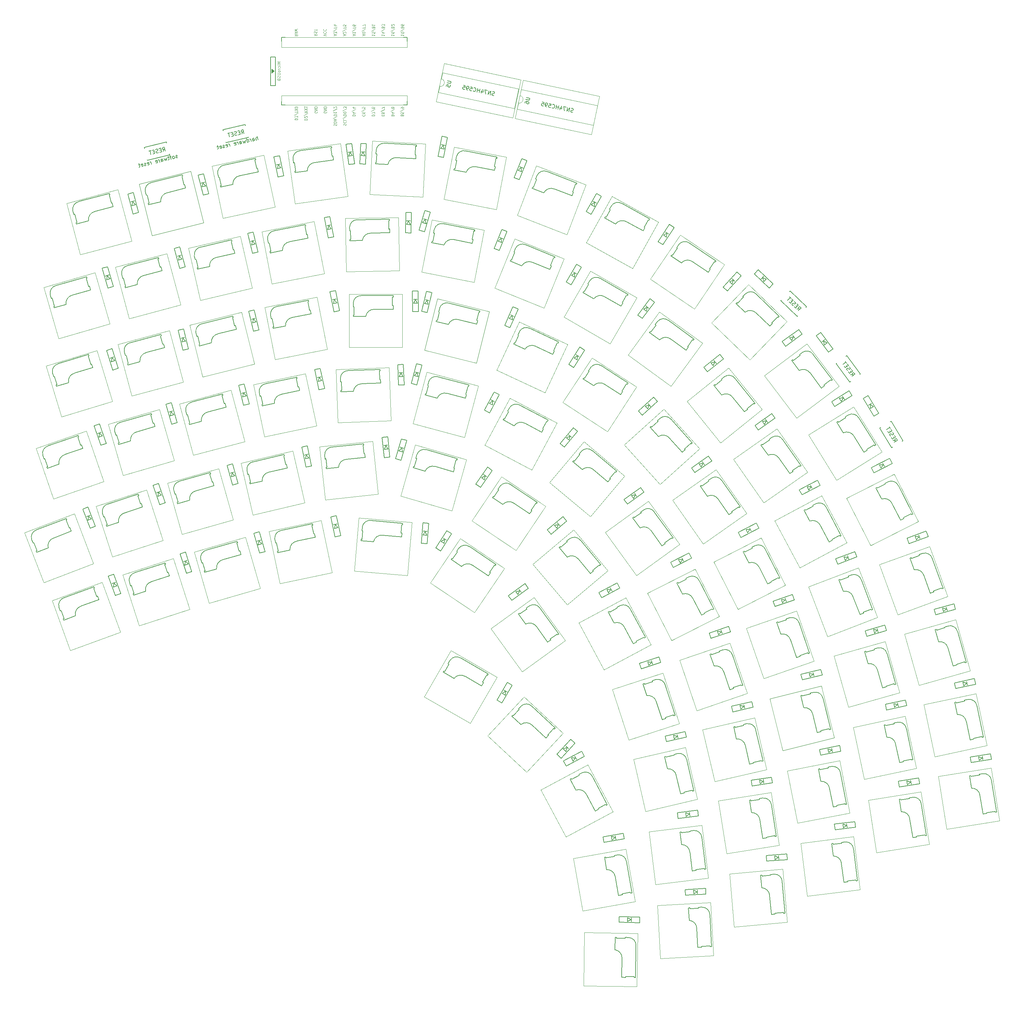
<source format=gbo>
G04 #@! TF.GenerationSoftware,KiCad,Pcbnew,(5.1.5)-3*
G04 #@! TF.CreationDate,2020-02-27T23:56:59+09:00*
G04 #@! TF.ProjectId,fan,66616e2e-6b69-4636-9164-5f7063625858,v1.2*
G04 #@! TF.SameCoordinates,Original*
G04 #@! TF.FileFunction,Legend,Bot*
G04 #@! TF.FilePolarity,Positive*
%FSLAX46Y46*%
G04 Gerber Fmt 4.6, Leading zero omitted, Abs format (unit mm)*
G04 Created by KiCad (PCBNEW (5.1.5)-3) date 2020-02-27 23:56:59*
%MOMM*%
%LPD*%
G04 APERTURE LIST*
%ADD10C,0.120000*%
%ADD11C,0.150000*%
%ADD12C,0.125000*%
G04 APERTURE END LIST*
D10*
X218933464Y-252859513D02*
X208694513Y-243311536D01*
X209385487Y-263098464D02*
X218933464Y-252859513D01*
X199146536Y-253550487D02*
X209385487Y-263098464D01*
X208694513Y-243311536D02*
X199146536Y-253550487D01*
D11*
X214450222Y-254148131D02*
X215132220Y-253416778D01*
X215132220Y-253416778D02*
X214985950Y-253280378D01*
X214971323Y-253266738D02*
X216505819Y-251621192D01*
X216520446Y-251634832D02*
X216666717Y-251771232D01*
X207248407Y-246475201D02*
X207394678Y-246611601D01*
X207416618Y-246632061D02*
X205888942Y-248270293D01*
X205867002Y-248249833D02*
X205720731Y-248113433D01*
X205475211Y-248376721D02*
X205720731Y-248113433D01*
X207930405Y-245743847D02*
X207248407Y-246475201D01*
X205475211Y-248376721D02*
X207874051Y-250613675D01*
X210793454Y-250738140D02*
X214450222Y-254148131D01*
X216905416Y-251515258D02*
X210762044Y-245786471D01*
X207891388Y-250600483D02*
G75*
G02X210793454Y-250738140I1374591J-1680364D01*
G01*
X207930405Y-245743848D02*
G75*
G02X210762044Y-245786471I1394508J-1437131D01*
G01*
X216666717Y-251771232D02*
X216905416Y-251515258D01*
X156266972Y-162207065D02*
X154799751Y-162518932D01*
X155144249Y-156925068D02*
X156266972Y-162207065D01*
X153677028Y-157236935D02*
X155144249Y-156925068D01*
X154799751Y-162518932D02*
X153677028Y-157236935D01*
X154378970Y-159336882D02*
X155357118Y-159128970D01*
X155565030Y-160107118D02*
X154888835Y-159330741D01*
X154586882Y-160315030D02*
X155565030Y-160107118D01*
X154888835Y-159330741D02*
X154586882Y-160315030D01*
D10*
X219251533Y-128065959D02*
X206270959Y-122821467D01*
X214007041Y-141046533D02*
X219251533Y-128065959D01*
X201026467Y-135802041D02*
X214007041Y-141046533D01*
X206270959Y-122821467D02*
X201026467Y-135802041D01*
D11*
X215527866Y-130875639D02*
X215902472Y-129948455D01*
X215902472Y-129948455D02*
X215717035Y-129873534D01*
X215698492Y-129866041D02*
X216541356Y-127779878D01*
X216559900Y-127787370D02*
X216745337Y-127862291D01*
X206054660Y-126293241D02*
X206240096Y-126368162D01*
X206267912Y-126379400D02*
X205428793Y-128456292D01*
X205400978Y-128445054D02*
X205215541Y-128370133D01*
X205080683Y-128703919D02*
X205215541Y-128370133D01*
X206429266Y-125366057D02*
X206054660Y-126293241D01*
X205080683Y-128703919D02*
X208121846Y-129932628D01*
X210891946Y-129002606D02*
X215527866Y-130875639D01*
X216876449Y-127537777D02*
X209088104Y-124391081D01*
X208133303Y-129914100D02*
G75*
G02X210891946Y-129002606I1885480J-1076145D01*
G01*
X206429265Y-125366058D02*
G75*
G02X209088104Y-124391081I1816908J-841931D01*
G01*
X216745337Y-127862291D02*
X216876449Y-127537777D01*
D10*
X235170824Y-185214202D02*
X224446202Y-176215176D01*
X226171798Y-195938824D02*
X235170824Y-185214202D01*
X215447176Y-186939798D02*
X226171798Y-195938824D01*
X224446202Y-176215176D02*
X215447176Y-186939798D01*
D11*
X230761167Y-186735690D02*
X231403955Y-185969645D01*
X231403955Y-185969645D02*
X231250746Y-185841088D01*
X231235425Y-185828232D02*
X232681697Y-184104632D01*
X232697018Y-184117488D02*
X232850227Y-184246045D01*
X223167652Y-179450189D02*
X223320861Y-179578746D01*
X223343842Y-179598030D02*
X221903998Y-181313969D01*
X221881017Y-181294686D02*
X221727808Y-181166128D01*
X221496404Y-181441904D02*
X221727808Y-181166128D01*
X223810440Y-178684144D02*
X223167652Y-179450189D01*
X221496404Y-181441904D02*
X224009030Y-183550248D01*
X226930945Y-183521752D02*
X230761167Y-186735690D01*
X233075203Y-183977930D02*
X226640429Y-178578513D01*
X224025652Y-183536167D02*
G75*
G02X226930945Y-183521752I1460651J-1606120D01*
G01*
X223810439Y-178684145D02*
G75*
G02X226640429Y-178578513I1467811J-1362179D01*
G01*
X232850227Y-184246045D02*
X233075203Y-183977930D01*
D10*
X330374415Y-256137651D02*
X327463651Y-242443585D01*
X316680349Y-259048415D02*
X330374415Y-256137651D01*
X313769585Y-245354349D02*
X316680349Y-259048415D01*
X327463651Y-242443585D02*
X313769585Y-245354349D01*
D11*
X325962837Y-254621744D02*
X326940984Y-254413832D01*
X326940984Y-254413832D02*
X326899402Y-254218203D01*
X326895244Y-254198640D02*
X329096076Y-253730838D01*
X329100234Y-253750401D02*
X329141816Y-253946031D01*
X324464467Y-244205656D02*
X324506049Y-244401285D01*
X324512287Y-244430630D02*
X322321236Y-244896352D01*
X322314999Y-244867008D02*
X322273417Y-244671378D01*
X321921283Y-244746226D02*
X322273417Y-244671378D01*
X325442615Y-243997744D02*
X324464467Y-244205656D01*
X321921283Y-244746226D02*
X322603234Y-247954550D01*
X324923278Y-249731006D02*
X325962837Y-254621744D01*
X329484168Y-253873262D02*
X327737710Y-245656821D01*
X322625001Y-247953688D02*
G75*
G02X324923278Y-249731006I162183J-2164907D01*
G01*
X325442613Y-243997744D02*
G75*
G02X327737710Y-245656821I318010J-1977087D01*
G01*
X329141816Y-253946031D02*
X329484168Y-253873262D01*
D10*
X175725767Y-117210899D02*
X161727899Y-117455233D01*
X175970101Y-131208767D02*
X175725767Y-117210899D01*
X161972233Y-131453101D02*
X175970101Y-131208767D01*
X161727899Y-117455233D02*
X161972233Y-131453101D01*
D11*
X173395942Y-121252176D02*
X173378490Y-120252328D01*
X173378490Y-120252328D02*
X173178520Y-120255819D01*
X173158523Y-120256168D02*
X173119255Y-118006510D01*
X173139252Y-118006161D02*
X173339222Y-118002671D01*
X162885325Y-120735533D02*
X163085294Y-120732042D01*
X163115290Y-120731519D02*
X163154383Y-122971178D01*
X163124388Y-122971701D02*
X162924418Y-122975192D01*
X162930701Y-123335137D02*
X162924418Y-122975192D01*
X162867872Y-119735685D02*
X162885325Y-120735533D01*
X162930701Y-123335137D02*
X166210201Y-123277893D01*
X168396704Y-121339438D02*
X173395942Y-121252176D01*
X173333114Y-117652724D02*
X164934392Y-117799324D01*
X166213508Y-123256361D02*
G75*
G02X168396704Y-121339438I2156077J-253881D01*
G01*
X162867872Y-119735686D02*
G75*
G02X164934392Y-117799324I2001441J-65079D01*
G01*
X173339222Y-118002671D02*
X173333114Y-117652724D01*
D10*
X176718000Y-137376000D02*
X162718000Y-137376000D01*
X176718000Y-151376000D02*
X176718000Y-137376000D01*
X162718000Y-151376000D02*
X176718000Y-151376000D01*
X162718000Y-137376000D02*
X162718000Y-151376000D01*
D11*
X174318000Y-141376000D02*
X174318000Y-140376000D01*
X174318000Y-140376000D02*
X174118000Y-140376000D01*
X174098000Y-140376000D02*
X174098000Y-138126000D01*
X174118000Y-138126000D02*
X174318000Y-138126000D01*
X163818000Y-140676000D02*
X164018000Y-140676000D01*
X164048000Y-140676000D02*
X164048000Y-142916000D01*
X164018000Y-142916000D02*
X163818000Y-142916000D01*
X163818000Y-143276000D02*
X163818000Y-142916000D01*
X163818000Y-139676000D02*
X163818000Y-140676000D01*
X163818000Y-143276000D02*
X167098000Y-143276000D01*
X169318000Y-141376000D02*
X174318000Y-141376000D01*
X174318000Y-137776000D02*
X165917999Y-137776000D01*
X167101682Y-143254529D02*
G75*
G02X169318000Y-141376000I2151318J-291471D01*
G01*
X163818000Y-139676001D02*
G75*
G02X165917999Y-137776000I2000000J-99999D01*
G01*
X174318000Y-138126000D02*
X174318000Y-137776000D01*
D10*
X220157482Y-150585173D02*
X207469173Y-144668518D01*
X214240827Y-163273482D02*
X220157482Y-150585173D01*
X201552518Y-157356827D02*
X214240827Y-163273482D01*
X207469173Y-144668518D02*
X201552518Y-157356827D01*
D11*
X216291871Y-153196121D02*
X216714489Y-152289813D01*
X216714489Y-152289813D02*
X216533227Y-152205289D01*
X216515101Y-152196837D02*
X217465992Y-150157644D01*
X217484118Y-150166097D02*
X217665380Y-150250620D01*
X207071472Y-148124213D02*
X207252733Y-148208737D01*
X207279922Y-148221416D02*
X206333258Y-150251545D01*
X206306068Y-150238867D02*
X206124807Y-150154343D01*
X205972664Y-150480614D02*
X206124807Y-150154343D01*
X207494090Y-147217906D02*
X207071472Y-148124213D01*
X205972664Y-150480614D02*
X208945354Y-151866802D01*
X211760332Y-151083029D02*
X216291871Y-153196121D01*
X217813296Y-149933413D02*
X210200310Y-146383419D01*
X208957764Y-151848898D02*
G75*
G02X211760332Y-151083029I1826576J-1173349D01*
G01*
X207494090Y-147217907D02*
G75*
G02X210200310Y-146383419I1770354J-935866D01*
G01*
X217665380Y-150250620D02*
X217813296Y-149933413D01*
D10*
X101985747Y-109871786D02*
X88462786Y-113495253D01*
X105609214Y-123394747D02*
X101985747Y-109871786D01*
X92086253Y-127018214D02*
X105609214Y-123394747D01*
X88462786Y-113495253D02*
X92086253Y-127018214D01*
D11*
X100702802Y-114356655D02*
X100443983Y-113390729D01*
X100443983Y-113390729D02*
X100250797Y-113442493D01*
X100231479Y-113447669D02*
X99649136Y-111274336D01*
X99668455Y-111269160D02*
X99861640Y-111217396D01*
X90379407Y-116398107D02*
X90572592Y-116346343D01*
X90601570Y-116338578D02*
X91181325Y-118502252D01*
X91152347Y-118510017D02*
X90959162Y-118561781D01*
X91052337Y-118909514D02*
X90959162Y-118561781D01*
X90120588Y-115432181D02*
X90379407Y-116398107D01*
X91052337Y-118909514D02*
X94220573Y-118060587D01*
X95873173Y-115650750D02*
X100702802Y-114356655D01*
X99771053Y-110879322D02*
X91657275Y-113053402D01*
X94218573Y-118038895D02*
G75*
G02X95873173Y-115650750I2153452J275263D01*
G01*
X90120589Y-115432182D02*
G75*
G02X91657275Y-113053402I1957733J421047D01*
G01*
X99861640Y-111217396D02*
X99771053Y-110879322D01*
D10*
X182838758Y-97871945D02*
X168857945Y-97139242D01*
X182106055Y-111852758D02*
X182838758Y-97871945D01*
X168125242Y-111120055D02*
X182106055Y-111852758D01*
X168857945Y-97139242D02*
X168125242Y-111120055D01*
D11*
X180232704Y-101740857D02*
X180285040Y-100742227D01*
X180285040Y-100742227D02*
X180085314Y-100731760D01*
X180065341Y-100730713D02*
X180183097Y-98483797D01*
X180203070Y-98484844D02*
X180402796Y-98495311D01*
X169783729Y-100492289D02*
X169983455Y-100502756D01*
X170013414Y-100504326D02*
X169896181Y-102741256D01*
X169866222Y-102739686D02*
X169666496Y-102729219D01*
X169647655Y-103088725D02*
X169666496Y-102729219D01*
X169836065Y-99493659D02*
X169783729Y-100492289D01*
X169647655Y-103088725D02*
X172923160Y-103260387D01*
X175239556Y-101479177D02*
X180232704Y-101740857D01*
X180421113Y-98145790D02*
X172032624Y-97706168D01*
X172927961Y-103239138D02*
G75*
G02X175239556Y-101479177I2133115J-403663D01*
G01*
X169836064Y-99493660D02*
G75*
G02X172032624Y-97706168I1992026J-204534D01*
G01*
X180402796Y-98495311D02*
X180421113Y-98145790D01*
D10*
X204069053Y-101370273D02*
X190326273Y-98698947D01*
X201397727Y-115113053D02*
X204069053Y-101370273D01*
X187654947Y-112441727D02*
X201397727Y-115113053D01*
X190326273Y-98698947D02*
X187654947Y-112441727D01*
D11*
X200949912Y-104838840D02*
X201140721Y-103857213D01*
X201140721Y-103857213D02*
X200944396Y-103819051D01*
X200924763Y-103815235D02*
X201354083Y-101606574D01*
X201373716Y-101610390D02*
X201570041Y-101648551D01*
X190776393Y-102148206D02*
X190972718Y-102186368D01*
X191002167Y-102192092D02*
X190574755Y-104390937D01*
X190545306Y-104385213D02*
X190348981Y-104347051D01*
X190280290Y-104700437D02*
X190348981Y-104347051D01*
X190967202Y-101166579D02*
X190776393Y-102148206D01*
X190280290Y-104700437D02*
X193500027Y-105326291D01*
X196041776Y-103884795D02*
X200949912Y-104838840D01*
X201636824Y-101304982D02*
X193391155Y-99702186D01*
X193507738Y-105305917D02*
G75*
G02X196041776Y-103884795I2056177J-696606D01*
G01*
X190967201Y-101166580D02*
G75*
G02X193391155Y-99702186I1944174J-479780D01*
G01*
X201570041Y-101648551D02*
X201636824Y-101304982D01*
D10*
X238339767Y-319559101D02*
X238584101Y-305561233D01*
X224341899Y-319314767D02*
X238339767Y-319559101D01*
X224586233Y-305316899D02*
X224341899Y-319314767D01*
X238584101Y-305561233D02*
X224586233Y-305316899D01*
D11*
X234382262Y-317089657D02*
X235382110Y-317107109D01*
X235382110Y-317107109D02*
X235385600Y-316907139D01*
X235385949Y-316887143D02*
X237635607Y-316926410D01*
X237635258Y-316946407D02*
X237631767Y-317146377D01*
X235265406Y-306603473D02*
X235261915Y-306803442D01*
X235261392Y-306833437D02*
X233021733Y-306794344D01*
X233022256Y-306764349D02*
X233025747Y-306564379D01*
X232665802Y-306558096D02*
X233025747Y-306564379D01*
X236265253Y-306620925D02*
X235265406Y-306603473D01*
X232665802Y-306558096D02*
X232608558Y-309837597D01*
X234469524Y-312090418D02*
X234382262Y-317089657D01*
X237981714Y-317152485D02*
X238128314Y-308753764D01*
X232629961Y-309841653D02*
G75*
G02X234469524Y-312090418I-328972J-2145903D01*
G01*
X236265253Y-306620925D02*
G75*
G02X238128314Y-308753764I-134889J-1997950D01*
G01*
X237631767Y-317146377D02*
X237981714Y-317152485D01*
D10*
X255584616Y-150300378D02*
X244258378Y-142071384D01*
X247355622Y-161626616D02*
X255584616Y-150300378D01*
X236029384Y-153397622D02*
X247355622Y-161626616D01*
X244258378Y-142071384D02*
X236029384Y-153397622D01*
D11*
X251291834Y-152125761D02*
X251879619Y-151316744D01*
X251879619Y-151316744D02*
X251717816Y-151199187D01*
X251701635Y-151187431D02*
X253024152Y-149367143D01*
X253040333Y-149378899D02*
X253202136Y-149496456D01*
X243208605Y-145387704D02*
X243370409Y-145505261D01*
X243394679Y-145522895D02*
X242078040Y-147335093D01*
X242053770Y-147317459D02*
X241891966Y-147199902D01*
X241680364Y-147491148D02*
X241891966Y-147199902D01*
X243796390Y-144578687D02*
X243208605Y-145387704D01*
X241680364Y-147491148D02*
X244333939Y-149419084D01*
X247246749Y-149186835D02*
X251291834Y-152125761D01*
X253407861Y-149213300D02*
X246612117Y-144275903D01*
X244349538Y-149403878D02*
G75*
G02X247246749Y-149186835I1569131J-1500318D01*
G01*
X243796390Y-144578688D02*
G75*
G02X246612117Y-144275903I1559256J-1256471D01*
G01*
X253202136Y-149496456D02*
X253407861Y-149213300D01*
D10*
X90503487Y-195153361D02*
X77433361Y-200170513D01*
X95520639Y-208223487D02*
X90503487Y-195153361D01*
X82450513Y-213240639D02*
X95520639Y-208223487D01*
X77433361Y-200170513D02*
X82450513Y-213240639D01*
D11*
X89696366Y-199747766D02*
X89337998Y-198814186D01*
X89337998Y-198814186D02*
X89151282Y-198885859D01*
X89132610Y-198893027D02*
X88326283Y-196792471D01*
X88344954Y-196785303D02*
X88531670Y-196713630D01*
X79642914Y-202857123D02*
X79829630Y-202785450D01*
X79857638Y-202774699D02*
X80660382Y-204865919D01*
X80632374Y-204876670D02*
X80445658Y-204948343D01*
X80574671Y-205284432D02*
X80445658Y-204948343D01*
X79284546Y-201923543D02*
X79642914Y-202857123D01*
X80574671Y-205284432D02*
X83636815Y-204108986D01*
X85028464Y-201539606D02*
X89696366Y-199747766D01*
X88406241Y-196386877D02*
X80564165Y-199397168D01*
X83632558Y-204087621D02*
G75*
G02X85028464Y-201539606I2112882J498852D01*
G01*
X79284547Y-201923544D02*
G75*
G02X80564165Y-199397168I1902997J623379D01*
G01*
X88531670Y-196713630D02*
X88406241Y-196386877D01*
D10*
X199566523Y-141972383D02*
X185982383Y-138585477D01*
X196179617Y-155556523D02*
X199566523Y-141972383D01*
X182595477Y-152169617D02*
X196179617Y-155556523D01*
X185982383Y-138585477D02*
X182595477Y-152169617D01*
D11*
X196270126Y-145272954D02*
X196512048Y-144302658D01*
X196512048Y-144302658D02*
X196317989Y-144254273D01*
X196298583Y-144249435D02*
X196842907Y-142066270D01*
X196862313Y-142071108D02*
X197056372Y-142119492D01*
X186251366Y-142053567D02*
X186445425Y-142101951D01*
X186474534Y-142109209D02*
X185932629Y-144282671D01*
X185903520Y-144275413D02*
X185709461Y-144227029D01*
X185622369Y-144576336D02*
X185709461Y-144227029D01*
X186493288Y-141083271D02*
X186251366Y-142053567D01*
X185622369Y-144576336D02*
X188804939Y-145369839D01*
X191418647Y-144063344D02*
X196270126Y-145272954D01*
X197141045Y-141779889D02*
X188990560Y-139747745D01*
X188813706Y-145349898D02*
G75*
G02X191418647Y-144063344I2016902J-803263D01*
G01*
X186493288Y-141083271D02*
G75*
G02X188990560Y-139747745I1916399J-580873D01*
G01*
X197056372Y-142119492D02*
X197141045Y-141779889D01*
D10*
X198237053Y-120516273D02*
X184494273Y-117844947D01*
X195565727Y-134259053D02*
X198237053Y-120516273D01*
X181822947Y-131587727D02*
X195565727Y-134259053D01*
X184494273Y-117844947D02*
X181822947Y-131587727D01*
D11*
X195117912Y-123984840D02*
X195308721Y-123003213D01*
X195308721Y-123003213D02*
X195112396Y-122965051D01*
X195092763Y-122961235D02*
X195522083Y-120752574D01*
X195541716Y-120756390D02*
X195738041Y-120794551D01*
X184944393Y-121294206D02*
X185140718Y-121332368D01*
X185170167Y-121338092D02*
X184742755Y-123536937D01*
X184713306Y-123531213D02*
X184516981Y-123493051D01*
X184448290Y-123846437D02*
X184516981Y-123493051D01*
X185135202Y-120312579D02*
X184944393Y-121294206D01*
X184448290Y-123846437D02*
X187668027Y-124472291D01*
X190209776Y-123030795D02*
X195117912Y-123984840D01*
X195804824Y-120450982D02*
X187559155Y-118848186D01*
X187675738Y-124451917D02*
G75*
G02X190209776Y-123030795I2056177J-696606D01*
G01*
X185135201Y-120312580D02*
G75*
G02X187559155Y-118848186I1944174J-479780D01*
G01*
X195738041Y-120794551D02*
X195804824Y-120450982D01*
D10*
X277897453Y-302597273D02*
X276677273Y-288650547D01*
X263950727Y-303817453D02*
X277897453Y-302597273D01*
X262730547Y-289870727D02*
X263950727Y-303817453D01*
X276677273Y-288650547D02*
X262730547Y-289870727D01*
D11*
X273703501Y-300555028D02*
X274699695Y-300467873D01*
X274699695Y-300467873D02*
X274682264Y-300268634D01*
X274680521Y-300248710D02*
X276921959Y-300052609D01*
X276923702Y-300072533D02*
X276941133Y-300271772D01*
X273485702Y-290033975D02*
X273503133Y-290233214D01*
X273505747Y-290263100D02*
X271274271Y-290458329D01*
X271271657Y-290428443D02*
X271254225Y-290229204D01*
X270895595Y-290260580D02*
X271254225Y-290229204D01*
X274481896Y-289946819D02*
X273485702Y-290033975D01*
X270895595Y-290260580D02*
X271181466Y-293528099D01*
X273267722Y-295574055D02*
X273703501Y-300555028D01*
X277289801Y-300241268D02*
X276557693Y-291873231D01*
X271203176Y-293529894D02*
G75*
G02X273267722Y-295574055I-102862J-2168536D01*
G01*
X274481895Y-289946819D02*
G75*
G02X276557693Y-291873231I74693J-2001105D01*
G01*
X276941133Y-300271772D02*
X277289801Y-300241268D01*
D10*
X312325979Y-197172112D02*
X305970112Y-184698021D01*
X299851888Y-203527979D02*
X312325979Y-197172112D01*
X293496021Y-191053888D02*
X299851888Y-203527979D01*
X305970112Y-184698021D02*
X293496021Y-191053888D01*
D11*
X307672376Y-196849659D02*
X308563382Y-196395668D01*
X308563382Y-196395668D02*
X308472584Y-196217467D01*
X308463504Y-196199647D02*
X310468269Y-195178168D01*
X310477349Y-195195988D02*
X310568147Y-195374189D01*
X303529180Y-187176297D02*
X303619978Y-187354498D01*
X303633598Y-187381228D02*
X301637743Y-188398167D01*
X301624124Y-188371437D02*
X301533326Y-188193235D01*
X301212563Y-188356672D02*
X301533326Y-188193235D01*
X304420187Y-186722306D02*
X303529180Y-187176297D01*
X301212563Y-188356672D02*
X302701652Y-191279173D01*
X305402423Y-192394626D02*
X307672376Y-196849659D01*
X310879999Y-195215293D02*
X307066479Y-187730837D01*
X302722454Y-191272707D02*
G75*
G02X305402423Y-192394626I716976J-2049163D01*
G01*
X304420186Y-186722306D02*
G75*
G02X307066479Y-187730837I818881J-1827412D01*
G01*
X310568147Y-195374189D02*
X310879999Y-195215293D01*
D10*
X272450248Y-262433933D02*
X269300933Y-248792752D01*
X258809067Y-265583248D02*
X272450248Y-262433933D01*
X255659752Y-251942067D02*
X258809067Y-265583248D01*
X269300933Y-248792752D02*
X255659752Y-251942067D01*
D11*
X268012885Y-260995249D02*
X268987255Y-260770298D01*
X268987255Y-260770298D02*
X268942265Y-260575424D01*
X268937766Y-260555937D02*
X271130099Y-260049797D01*
X271134598Y-260069284D02*
X271179588Y-260264158D01*
X266332958Y-250606898D02*
X266377948Y-250801772D01*
X266384697Y-250831003D02*
X264202108Y-251334893D01*
X264195359Y-251305662D02*
X264150369Y-251110788D01*
X263799596Y-251191770D02*
X264150369Y-251110788D01*
X267307328Y-250381947D02*
X266332958Y-250606898D01*
X263799596Y-251191770D02*
X264537435Y-254387704D01*
X266888130Y-256123399D02*
X268012885Y-260995249D01*
X271520617Y-260185425D02*
X269631028Y-252000716D01*
X264559184Y-254386463D02*
G75*
G02X266888130Y-256123399I199941J-2161746D01*
G01*
X267307327Y-250381947D02*
G75*
G02X269631028Y-252000716I352466J-1971235D01*
G01*
X271179588Y-260264158D02*
X271520617Y-260185425D01*
D10*
X238283167Y-161768779D02*
X226541779Y-154143833D01*
X230658221Y-173510167D02*
X238283167Y-161768779D01*
X218916833Y-165885221D02*
X230658221Y-173510167D01*
X226541779Y-154143833D02*
X218916833Y-165885221D01*
D11*
X234091802Y-163816328D02*
X234636441Y-162977657D01*
X234636441Y-162977657D02*
X234468707Y-162868729D01*
X234451933Y-162857837D02*
X235677371Y-160970828D01*
X235694144Y-160981721D02*
X235861879Y-161090649D01*
X225667008Y-157510549D02*
X225834742Y-157619476D01*
X225859902Y-157635816D02*
X224639911Y-159514438D01*
X224614751Y-159498098D02*
X224447017Y-159389171D01*
X224250947Y-159691092D02*
X224447017Y-159389171D01*
X226211647Y-156671878D02*
X225667008Y-157510549D01*
X224250947Y-159691092D02*
X227001786Y-161477508D01*
X229898449Y-161093133D02*
X234091802Y-163816328D01*
X236052502Y-160797114D02*
X229007669Y-156222145D01*
X227016568Y-161461506D02*
G75*
G02X229898449Y-161093133I1645501J-1416140D01*
G01*
X226211646Y-156671878D02*
G75*
G02X229007669Y-156222145I1622878J-1173145D01*
G01*
X235861879Y-161090649D02*
X236052502Y-160797114D01*
D10*
X160435665Y-97767912D02*
X146571912Y-99716335D01*
X162384088Y-111631665D02*
X160435665Y-97767912D01*
X148520335Y-113580088D02*
X162384088Y-111631665D01*
X146571912Y-99716335D02*
X148520335Y-113580088D01*
D11*
X158615714Y-102063000D02*
X158476541Y-101072731D01*
X158476541Y-101072731D02*
X158278487Y-101100566D01*
X158258682Y-101103350D02*
X157945542Y-98875246D01*
X157965348Y-98872463D02*
X158163401Y-98844628D01*
X148120478Y-102831129D02*
X148318532Y-102803295D01*
X148348240Y-102799120D02*
X148659987Y-105017320D01*
X148630279Y-105021495D02*
X148432226Y-105049330D01*
X148482328Y-105405826D02*
X148432226Y-105049330D01*
X147981305Y-101840861D02*
X148120478Y-102831129D01*
X148482328Y-105405826D02*
X151730407Y-104949339D01*
X153664373Y-102758865D02*
X158615714Y-102063000D01*
X158114691Y-98498034D02*
X149796438Y-99667089D01*
X151731066Y-104927565D02*
G75*
G02X153664373Y-102758865I2170946J10772D01*
G01*
X147981305Y-101840862D02*
G75*
G02X149796438Y-99667089I1994453J179320D01*
G01*
X158163401Y-98844628D02*
X158114691Y-98498034D01*
D10*
X121121617Y-105030477D02*
X107537477Y-108417383D01*
X124508523Y-118614617D02*
X121121617Y-105030477D01*
X110924383Y-122001523D02*
X124508523Y-118614617D01*
X107537477Y-108417383D02*
X110924383Y-122001523D01*
D11*
X119760595Y-109492272D02*
X119518673Y-108521976D01*
X119518673Y-108521976D02*
X119324614Y-108570361D01*
X119305208Y-108575199D02*
X118760883Y-106392034D01*
X118780289Y-106387195D02*
X118974348Y-106338811D01*
X109403144Y-111353245D02*
X109597203Y-111304861D01*
X109626312Y-111297603D02*
X110168217Y-113471065D01*
X110139108Y-113478323D02*
X109945049Y-113526707D01*
X110032141Y-113876014D02*
X109945049Y-113526707D01*
X109161222Y-110382949D02*
X109403144Y-111353245D01*
X110032141Y-113876014D02*
X113214711Y-113082510D01*
X114909116Y-110701882D02*
X119760595Y-109492272D01*
X118889676Y-105999207D02*
X110739191Y-108031352D01*
X113213089Y-113060786D02*
G75*
G02X114909116Y-110701882I2157928J237638D01*
G01*
X109161223Y-110382950D02*
G75*
G02X110739191Y-108031352I1964783J386815D01*
G01*
X118974348Y-106338811D02*
X118889676Y-105999207D01*
D10*
X315209860Y-282094777D02*
X313019777Y-268267140D01*
X301382223Y-284284860D02*
X315209860Y-282094777D01*
X299192140Y-270457223D02*
X301382223Y-284284860D01*
X313019777Y-268267140D02*
X299192140Y-270457223D01*
D11*
X310883664Y-280350063D02*
X311871352Y-280193629D01*
X311871352Y-280193629D02*
X311840065Y-279996091D01*
X311836936Y-279976337D02*
X314059235Y-279624360D01*
X314062364Y-279644113D02*
X314093651Y-279841651D01*
X309932484Y-269869831D02*
X309963770Y-270067369D01*
X309968463Y-270097000D02*
X307756042Y-270447413D01*
X307751349Y-270417782D02*
X307720062Y-270220244D01*
X307364494Y-270276561D02*
X307720062Y-270220244D01*
X310920172Y-269713397D02*
X309932484Y-269869831D01*
X307364494Y-270276561D02*
X307877599Y-273516179D01*
X310101491Y-275411621D02*
X310883664Y-280350063D01*
X314439342Y-279786899D02*
X313125292Y-271490316D01*
X307899381Y-273516456D02*
G75*
G02X310101491Y-275411621I48658J-2170428D01*
G01*
X310920171Y-269713397D02*
G75*
G02X313125292Y-271490316I214101J-1991020D01*
G01*
X314093651Y-279841651D02*
X314439342Y-279786899D01*
D10*
X258504758Y-311403055D02*
X257772055Y-297422242D01*
X244523945Y-312135758D02*
X258504758Y-311403055D01*
X243791242Y-298154945D02*
X244523945Y-312135758D01*
X257772055Y-297422242D02*
X243791242Y-298154945D01*
D11*
X254384634Y-309215688D02*
X255383264Y-309163352D01*
X255383264Y-309163352D02*
X255372796Y-308963626D01*
X255371750Y-308943654D02*
X257618666Y-308825898D01*
X257619713Y-308845870D02*
X257630180Y-309045596D01*
X254534147Y-298693443D02*
X254544614Y-298893169D01*
X254546184Y-298923127D02*
X252309254Y-299040360D01*
X252307684Y-299010401D02*
X252297217Y-298810675D01*
X251937710Y-298829516D02*
X252297217Y-298810675D01*
X255532777Y-298641107D02*
X254534147Y-298693443D01*
X251937710Y-298829516D02*
X252109372Y-302105021D01*
X254122954Y-304222540D02*
X254384634Y-309215688D01*
X257979700Y-309027279D02*
X257540078Y-300638789D01*
X252131006Y-302107574D02*
G75*
G02X254122954Y-304222540I-178480J-2163624D01*
G01*
X255532776Y-298641107D02*
G75*
G02X257540078Y-300638789I4810J-2002492D01*
G01*
X257630180Y-309045596D02*
X257979700Y-309027279D01*
D10*
X95947370Y-131765707D02*
X82489707Y-135624630D01*
X99806293Y-145223370D02*
X95947370Y-131765707D01*
X86348630Y-149082293D02*
X99806293Y-145223370D01*
X82489707Y-135624630D02*
X86348630Y-149082293D01*
D11*
X94742892Y-136272283D02*
X94467254Y-135311021D01*
X94467254Y-135311021D02*
X94275002Y-135366149D01*
X94255777Y-135371662D02*
X93635593Y-133208823D01*
X93654818Y-133203310D02*
X93847070Y-133148183D01*
X84456698Y-138493592D02*
X84648950Y-138438465D01*
X84677788Y-138430196D02*
X85295216Y-140583422D01*
X85266378Y-140591691D02*
X85074125Y-140646818D01*
X85173355Y-140992873D02*
X85074125Y-140646818D01*
X84181060Y-137532330D02*
X84456698Y-138493592D01*
X85173355Y-140992873D02*
X88326293Y-140088782D01*
X89936583Y-137650470D02*
X94742892Y-136272283D01*
X93750597Y-132811741D02*
X85675998Y-135127095D01*
X88323914Y-140067128D02*
G75*
G02X89936583Y-137650470I2148320J312804D01*
G01*
X84181061Y-137532332D02*
G75*
G02X85675998Y-135127095I1950087J455150D01*
G01*
X93847070Y-133148183D02*
X93750597Y-132811741D01*
D10*
X96434531Y-152188265D02*
X83046265Y-156281469D01*
X100527735Y-165576531D02*
X96434531Y-152188265D01*
X87139469Y-169669735D02*
X100527735Y-165576531D01*
X83046265Y-156281469D02*
X87139469Y-169669735D01*
D11*
X95308887Y-156715176D02*
X95016515Y-155758871D01*
X95016515Y-155758871D02*
X94825254Y-155817345D01*
X94806128Y-155823193D02*
X94148292Y-153671507D01*
X94167418Y-153665660D02*
X94358679Y-153607185D01*
X85063027Y-159115665D02*
X85254288Y-159057191D01*
X85282977Y-159048420D02*
X85937889Y-161190543D01*
X85909200Y-161199314D02*
X85717939Y-161257788D01*
X85823193Y-161602058D02*
X85717939Y-161257788D01*
X84770655Y-158159361D02*
X85063027Y-159115665D01*
X85823193Y-161602058D02*
X88959873Y-160643079D01*
X90527363Y-158177034D02*
X95308887Y-156715176D01*
X94256349Y-153272479D02*
X86223388Y-155728401D01*
X88957116Y-160621470D02*
G75*
G02X90527363Y-158177034I2142534J350250D01*
G01*
X84770655Y-158159362D02*
G75*
G02X86223388Y-155728401I1941847J489114D01*
G01*
X94358679Y-153607185D02*
X94256349Y-153272479D01*
D10*
X230746824Y-210132798D02*
X221747798Y-199408176D01*
X220022202Y-219131824D02*
X230746824Y-210132798D01*
X211023176Y-208407202D02*
X220022202Y-219131824D01*
X221747798Y-199408176D02*
X211023176Y-208407202D01*
D11*
X226139956Y-210865442D02*
X226906001Y-210222654D01*
X226906001Y-210222654D02*
X226777443Y-210069445D01*
X226764588Y-210054124D02*
X228488187Y-208607852D01*
X228501043Y-208623173D02*
X228629601Y-208776382D01*
X219926918Y-202372024D02*
X220055475Y-202525233D01*
X220074759Y-202548214D02*
X218358819Y-203988058D01*
X218339536Y-203965077D02*
X218210978Y-203811868D01*
X217935202Y-204043271D02*
X218210978Y-203811868D01*
X220692962Y-201729236D02*
X219926918Y-202372024D01*
X217935202Y-204043271D02*
X220043545Y-206555897D01*
X222926018Y-207035219D02*
X226139956Y-210865442D01*
X228897716Y-208551406D02*
X223498300Y-202116632D01*
X220062359Y-206544918D02*
G75*
G02X222926018Y-207035219I1159562J-1835358D01*
G01*
X220692961Y-201729237D02*
G75*
G02X223498300Y-202116632I1208972J-1596367D01*
G01*
X228629601Y-208776382D02*
X228897716Y-208551406D01*
D10*
X259992979Y-222172112D02*
X253637112Y-209698021D01*
X247518888Y-228527979D02*
X259992979Y-222172112D01*
X241163021Y-216053888D02*
X247518888Y-228527979D01*
X253637112Y-209698021D02*
X241163021Y-216053888D01*
D11*
X255339376Y-221849659D02*
X256230382Y-221395668D01*
X256230382Y-221395668D02*
X256139584Y-221217467D01*
X256130504Y-221199647D02*
X258135269Y-220178168D01*
X258144349Y-220195988D02*
X258235147Y-220374189D01*
X251196180Y-212176297D02*
X251286978Y-212354498D01*
X251300598Y-212381228D02*
X249304743Y-213398167D01*
X249291124Y-213371437D02*
X249200326Y-213193235D01*
X248879563Y-213356672D02*
X249200326Y-213193235D01*
X252087187Y-211722306D02*
X251196180Y-212176297D01*
X248879563Y-213356672D02*
X250368652Y-216279173D01*
X253069423Y-217394626D02*
X255339376Y-221849659D01*
X258546999Y-220215293D02*
X254733479Y-212730837D01*
X250389454Y-216272707D02*
G75*
G02X253069423Y-217394626I716976J-2049163D01*
G01*
X252087186Y-211722306D02*
G75*
G02X254733479Y-212730837I818881J-1827412D01*
G01*
X258235147Y-220374189D02*
X258546999Y-220215293D01*
D10*
X277799987Y-144592230D02*
X267729230Y-134867013D01*
X268074770Y-154662987D02*
X277799987Y-144592230D01*
X258004013Y-144937770D02*
X268074770Y-154662987D01*
X267729230Y-134867013D02*
X258004013Y-144937770D01*
D11*
X273294938Y-145802409D02*
X273989597Y-145083069D01*
X273989597Y-145083069D02*
X273845729Y-144944138D01*
X273831342Y-144930244D02*
X275394323Y-143311730D01*
X275408710Y-143325623D02*
X275552578Y-143464555D01*
X266228131Y-138004958D02*
X266371999Y-138143890D01*
X266393579Y-138164730D02*
X264837545Y-139776051D01*
X264815964Y-139755211D02*
X264672096Y-139616280D01*
X264422019Y-139875242D02*
X264672096Y-139616280D01*
X266922790Y-137285619D02*
X266228131Y-138004958D01*
X264422019Y-139875242D02*
X266781454Y-142153721D01*
X269698239Y-142329117D02*
X273294938Y-145802409D01*
X275795708Y-143212786D02*
X269753253Y-137377655D01*
X266799016Y-142140834D02*
G75*
G02X269698239Y-142329117I1345057J-1704098D01*
G01*
X266922789Y-137285619D02*
G75*
G02X269753253Y-137377655I1369214J-1461250D01*
G01*
X275552578Y-143464555D02*
X275795708Y-143212786D01*
D10*
X238312178Y-138299822D02*
X226187822Y-131299822D01*
X231312178Y-150424178D02*
X238312178Y-138299822D01*
X219187822Y-143424178D02*
X231312178Y-150424178D01*
X226187822Y-131299822D02*
X219187822Y-143424178D01*
D11*
X234233717Y-140563924D02*
X234733717Y-139697898D01*
X234733717Y-139697898D02*
X234560512Y-139597898D01*
X234543191Y-139587898D02*
X235668191Y-137639341D01*
X235685512Y-137649341D02*
X235858717Y-137749341D01*
X225490450Y-134707706D02*
X225663655Y-134807706D01*
X225689636Y-134822706D02*
X224569636Y-136762603D01*
X224543655Y-136747603D02*
X224370450Y-136647603D01*
X224190450Y-136959372D02*
X224370450Y-136647603D01*
X225990450Y-133841681D02*
X225490450Y-134707706D01*
X224190450Y-136959372D02*
X227031013Y-138599372D01*
X229903590Y-138063924D02*
X234233717Y-140563924D01*
X236033717Y-137446232D02*
X228759103Y-133246232D01*
X227044938Y-138582619D02*
G75*
G02X229903590Y-138063924I1717360J-1328080D01*
G01*
X225990450Y-133841681D02*
G75*
G02X228759103Y-133246232I1682051J-1086602D01*
G01*
X235858717Y-137749341D02*
X236033717Y-137446232D01*
D10*
X277405979Y-213958112D02*
X271050112Y-201484021D01*
X264931888Y-220313979D02*
X277405979Y-213958112D01*
X258576021Y-207839888D02*
X264931888Y-220313979D01*
X271050112Y-201484021D02*
X258576021Y-207839888D01*
D11*
X272752376Y-213635659D02*
X273643382Y-213181668D01*
X273643382Y-213181668D02*
X273552584Y-213003467D01*
X273543504Y-212985647D02*
X275548269Y-211964168D01*
X275557349Y-211981988D02*
X275648147Y-212160189D01*
X268609180Y-203962297D02*
X268699978Y-204140498D01*
X268713598Y-204167228D02*
X266717743Y-205184167D01*
X266704124Y-205157437D02*
X266613326Y-204979235D01*
X266292563Y-205142672D02*
X266613326Y-204979235D01*
X269500187Y-203508306D02*
X268609180Y-203962297D01*
X266292563Y-205142672D02*
X267781652Y-208065173D01*
X270482423Y-209180626D02*
X272752376Y-213635659D01*
X275959999Y-212001293D02*
X272146479Y-204516837D01*
X267802454Y-208058707D02*
G75*
G02X270482423Y-209180626I716976J-2049163D01*
G01*
X269500186Y-203508306D02*
G75*
G02X272146479Y-204516837I818881J-1827412D01*
G01*
X275648147Y-212160189D02*
X275959999Y-212001293D01*
D10*
X291514154Y-161593743D02*
X283088743Y-150412846D01*
X280333257Y-170019154D02*
X291514154Y-161593743D01*
X271907846Y-158838257D02*
X280333257Y-170019154D01*
X283088743Y-150412846D02*
X271907846Y-158838257D01*
D11*
X286875256Y-162084278D02*
X287673891Y-161482463D01*
X287673891Y-161482463D02*
X287553528Y-161322736D01*
X287541492Y-161306763D02*
X289338422Y-159952680D01*
X289350458Y-159968652D02*
X289470821Y-160128379D01*
X281115243Y-153277335D02*
X281235606Y-153437062D01*
X281253660Y-153461021D02*
X279464717Y-154809087D01*
X279446662Y-154785128D02*
X279326299Y-154625401D01*
X279038790Y-154842054D02*
X279326299Y-154625401D01*
X281913878Y-152675520D02*
X281115243Y-153277335D01*
X279038790Y-154842054D02*
X281012744Y-157461578D01*
X283866181Y-158091101D02*
X286875256Y-162084278D01*
X289750343Y-159917744D02*
X284695097Y-153209205D01*
X281032107Y-157451596D02*
G75*
G02X283866181Y-158091101I1061916J-1893532D01*
G01*
X281913878Y-152675520D02*
G75*
G02X284695097Y-153209205I1123767J-1657452D01*
G01*
X289470821Y-160128379D02*
X289750343Y-159917744D01*
D10*
X267236099Y-195040029D02*
X259206029Y-183571901D01*
X255767971Y-203070099D02*
X267236099Y-195040029D01*
X247737901Y-191601971D02*
X255767971Y-203070099D01*
X259206029Y-183571901D02*
X247737901Y-191601971D01*
D11*
X262582908Y-195368370D02*
X263402060Y-194794794D01*
X263402060Y-194794794D02*
X263287344Y-194630963D01*
X263275873Y-194614580D02*
X265118965Y-193324033D01*
X265130437Y-193340416D02*
X265245152Y-193504247D01*
X257133762Y-186365770D02*
X257248477Y-186529601D01*
X257265684Y-186554175D02*
X255430784Y-187838986D01*
X255413576Y-187814412D02*
X255298861Y-187650581D01*
X255003966Y-187857069D02*
X255298861Y-187650581D01*
X257952914Y-185792194D02*
X257133762Y-186365770D01*
X255003966Y-187857069D02*
X256885297Y-190543888D01*
X259715026Y-191272610D02*
X262582908Y-195368370D01*
X265531855Y-193303495D02*
X260713812Y-186422617D01*
X256904996Y-190534588D02*
G75*
G02X259715026Y-191272610I995187J-1929438D01*
G01*
X257952913Y-185792194D02*
G75*
G02X260713812Y-186422617I1065238J-1695661D01*
G01*
X265245152Y-193504247D02*
X265531855Y-193303495D01*
D10*
X237892192Y-297194117D02*
X235461117Y-283406808D01*
X224104883Y-299625192D02*
X237892192Y-297194117D01*
X221673808Y-285837883D02*
X224104883Y-299625192D01*
X235461117Y-283406808D02*
X221673808Y-285837883D01*
D11*
X233536205Y-295525171D02*
X234521013Y-295351523D01*
X234521013Y-295351523D02*
X234486283Y-295154561D01*
X234482810Y-295134865D02*
X236698627Y-294744157D01*
X236702100Y-294763853D02*
X236736830Y-294960815D01*
X232402264Y-285063136D02*
X232436994Y-285260098D01*
X232442204Y-285289642D02*
X230236234Y-285678614D01*
X230231025Y-285649069D02*
X230196295Y-285452108D01*
X229841764Y-285514621D02*
X230196295Y-285452108D01*
X233387072Y-284889488D02*
X232402264Y-285063136D01*
X229841764Y-285514621D02*
X230411330Y-288744791D01*
X232667964Y-290601132D02*
X233536205Y-295525171D01*
X237081513Y-294900038D02*
X235622868Y-286627652D01*
X230433114Y-288744688D02*
G75*
G02X232667964Y-290601132I86530J-2169248D01*
G01*
X233387072Y-284889488D02*
G75*
G02X235622868Y-286627652I248816J-1986980D01*
G01*
X236736830Y-294960815D02*
X237081513Y-294900038D01*
D10*
X297015908Y-293995738D02*
X295309738Y-280100092D01*
X283120262Y-295701908D02*
X297015908Y-293995738D01*
X281414092Y-281806262D02*
X283120262Y-295701908D01*
X295309738Y-280100092D02*
X281414092Y-281806262D01*
D11*
X292753237Y-292101104D02*
X293745784Y-291979235D01*
X293745784Y-291979235D02*
X293721410Y-291780726D01*
X293718972Y-291760875D02*
X295952201Y-291486669D01*
X295954639Y-291506520D02*
X295979012Y-291705029D01*
X292168392Y-281594061D02*
X292192766Y-281792570D01*
X292196422Y-281822347D02*
X289973118Y-282095334D01*
X289969462Y-282065558D02*
X289945088Y-281867048D01*
X289587772Y-281910921D02*
X289945088Y-281867048D01*
X293160938Y-281472192D02*
X292168392Y-281594061D01*
X289587772Y-281910921D02*
X289987503Y-285166473D01*
X292143891Y-287138374D02*
X292753237Y-292101104D01*
X296326404Y-291662375D02*
X295302701Y-283324986D01*
X290009263Y-285167509D02*
G75*
G02X292143891Y-287138374I-27119J-2170805D01*
G01*
X293160937Y-281472192D02*
G75*
G02X295302701Y-283324986I144485J-1997279D01*
G01*
X295979012Y-291705029D02*
X296326404Y-291662375D01*
D10*
X293548934Y-202794332D02*
X286976332Y-190433066D01*
X281187668Y-209366934D02*
X293548934Y-202794332D01*
X274615066Y-197005668D02*
X281187668Y-209366934D01*
X286976332Y-190433066D02*
X274615066Y-197005668D01*
D11*
X288890412Y-202553144D02*
X289773360Y-202083673D01*
X289773360Y-202083673D02*
X289679465Y-201907083D01*
X289670076Y-201889424D02*
X291656708Y-200833113D01*
X291666097Y-200850772D02*
X291759992Y-201027362D01*
X284579024Y-192953564D02*
X284672918Y-193130154D01*
X284687002Y-193156642D02*
X282709200Y-194208259D01*
X282695116Y-194181770D02*
X282601221Y-194005181D01*
X282283360Y-194174190D02*
X282601221Y-194005181D01*
X285461971Y-192484093D02*
X284579024Y-192953564D01*
X282283360Y-194174190D02*
X283823227Y-197070259D01*
X286543054Y-198138406D02*
X288890412Y-202553144D01*
X292069023Y-200863047D02*
X288125462Y-193446286D01*
X283843913Y-197063430D02*
G75*
G02X286543054Y-198138406I752629J-2036338D01*
G01*
X285461971Y-192484093D02*
G75*
G02X288125462Y-193446286I850649J-1812842D01*
G01*
X291759992Y-201027362D02*
X292069023Y-200863047D01*
D10*
X283212099Y-184254029D02*
X275182029Y-172785901D01*
X271743971Y-192284099D02*
X283212099Y-184254029D01*
X263713901Y-180815971D02*
X271743971Y-192284099D01*
X275182029Y-172785901D02*
X263713901Y-180815971D01*
D11*
X278558908Y-184582370D02*
X279378060Y-184008794D01*
X279378060Y-184008794D02*
X279263344Y-183844963D01*
X279251873Y-183828580D02*
X281094965Y-182538033D01*
X281106437Y-182554416D02*
X281221152Y-182718247D01*
X273109762Y-175579770D02*
X273224477Y-175743601D01*
X273241684Y-175768175D02*
X271406784Y-177052986D01*
X271389576Y-177028412D02*
X271274861Y-176864581D01*
X270979966Y-177071069D02*
X271274861Y-176864581D01*
X273928914Y-175006194D02*
X273109762Y-175579770D01*
X270979966Y-177071069D02*
X272861297Y-179757888D01*
X275691026Y-180486610D02*
X278558908Y-184582370D01*
X281507855Y-182517495D02*
X276689812Y-175636617D01*
X272880996Y-179748588D02*
G75*
G02X275691026Y-180486610I995187J-1929438D01*
G01*
X273928913Y-175006194D02*
G75*
G02X276689812Y-175636617I1065238J-1695661D01*
G01*
X281221152Y-182718247D02*
X281507855Y-182517495D01*
D10*
X290256523Y-254058617D02*
X286869617Y-240474477D01*
X276672383Y-257445523D02*
X290256523Y-254058617D01*
X273285477Y-243861383D02*
X276672383Y-257445523D01*
X286869617Y-240474477D02*
X273285477Y-243861383D01*
D11*
X285794728Y-252697595D02*
X286765024Y-252455673D01*
X286765024Y-252455673D02*
X286716639Y-252261614D01*
X286711801Y-252242208D02*
X288894966Y-251697883D01*
X288899805Y-251717289D02*
X288948189Y-251911348D01*
X283933755Y-242340144D02*
X283982139Y-242534203D01*
X283989397Y-242563312D02*
X281815935Y-243105217D01*
X281808677Y-243076108D02*
X281760293Y-242882049D01*
X281410986Y-242969141D02*
X281760293Y-242882049D01*
X284904051Y-242098222D02*
X283933755Y-242340144D01*
X281410986Y-242969141D02*
X282204490Y-246151711D01*
X284585118Y-247846116D02*
X285794728Y-252697595D01*
X289287793Y-251826676D02*
X287255648Y-243676191D01*
X282226214Y-246150089D02*
G75*
G02X284585118Y-247846116I237638J-2157928D01*
G01*
X284904050Y-242098223D02*
G75*
G02X287255648Y-243676191I386815J-1964783D01*
G01*
X288948189Y-251911348D02*
X289287793Y-251826676D01*
D10*
X242081934Y-229607332D02*
X235509332Y-217246066D01*
X229720668Y-236179934D02*
X242081934Y-229607332D01*
X223148066Y-223818668D02*
X229720668Y-236179934D01*
X235509332Y-217246066D02*
X223148066Y-223818668D01*
D11*
X237423412Y-229366144D02*
X238306360Y-228896673D01*
X238306360Y-228896673D02*
X238212465Y-228720083D01*
X238203076Y-228702424D02*
X240189708Y-227646113D01*
X240199097Y-227663772D02*
X240292992Y-227840362D01*
X233112024Y-219766564D02*
X233205918Y-219943154D01*
X233220002Y-219969642D02*
X231242200Y-221021259D01*
X231228116Y-220994770D02*
X231134221Y-220818181D01*
X230816360Y-220987190D02*
X231134221Y-220818181D01*
X233994971Y-219297093D02*
X233112024Y-219766564D01*
X230816360Y-220987190D02*
X232356227Y-223883259D01*
X235076054Y-224951406D02*
X237423412Y-229366144D01*
X240602023Y-227676047D02*
X236658462Y-220259286D01*
X232376913Y-223876430D02*
G75*
G02X235076054Y-224951406I752629J-2036338D01*
G01*
X233994971Y-219297093D02*
G75*
G02X236658462Y-220259286I850649J-1812842D01*
G01*
X240292992Y-227840362D02*
X240602023Y-227676047D01*
D10*
X196682214Y-161540253D02*
X183159253Y-157916786D01*
X193058747Y-175063214D02*
X196682214Y-161540253D01*
X179535786Y-171439747D02*
X193058747Y-175063214D01*
X183159253Y-157916786D02*
X179535786Y-171439747D01*
D11*
X193328716Y-164782790D02*
X193587535Y-163816864D01*
X193587535Y-163816864D02*
X193394350Y-163765100D01*
X193375031Y-163759924D02*
X193957374Y-161586591D01*
X193976693Y-161591767D02*
X194169878Y-161643531D01*
X183367668Y-161389042D02*
X183560853Y-161440806D01*
X183589831Y-161448570D02*
X183010076Y-163612244D01*
X182981099Y-163604480D02*
X182787913Y-163552716D01*
X182694739Y-163900449D02*
X182787913Y-163552716D01*
X183626487Y-160423116D02*
X183367668Y-161389042D01*
X182694739Y-163900449D02*
X185862975Y-164749376D01*
X188499087Y-163488695D02*
X193328716Y-164782790D01*
X194260464Y-161305457D02*
X186146687Y-159131377D01*
X185872088Y-164729589D02*
G75*
G02X188499087Y-163488695I2002576J-838342D01*
G01*
X183626487Y-160423117D02*
G75*
G02X186146687Y-159131377I1905970J-614230D01*
G01*
X194169878Y-161643531D02*
X194260464Y-161305457D01*
D10*
X307457293Y-242192370D02*
X303598370Y-228734707D01*
X293999630Y-246051293D02*
X307457293Y-242192370D01*
X290140707Y-232593630D02*
X293999630Y-246051293D01*
X303598370Y-228734707D02*
X290140707Y-232593630D01*
D11*
X302950717Y-240987892D02*
X303911979Y-240712254D01*
X303911979Y-240712254D02*
X303856851Y-240520002D01*
X303851338Y-240500777D02*
X306014177Y-239880593D01*
X306019690Y-239899818D02*
X306074817Y-240092070D01*
X300729408Y-230701698D02*
X300784535Y-230893950D01*
X300792804Y-230922788D02*
X298639578Y-231540216D01*
X298631309Y-231511378D02*
X298576182Y-231319125D01*
X298230127Y-231418355D02*
X298576182Y-231319125D01*
X301690670Y-230426060D02*
X300729408Y-230701698D01*
X298230127Y-231418355D02*
X299134218Y-234571293D01*
X301572530Y-236181583D02*
X302950717Y-240987892D01*
X306411259Y-239995597D02*
X304095905Y-231920998D01*
X299155872Y-234568914D02*
G75*
G02X301572530Y-236181583I312804J-2148320D01*
G01*
X301690668Y-230426061D02*
G75*
G02X304095905Y-231920998I455150J-1950087D01*
G01*
X306074817Y-240092070D02*
X306411259Y-239995597D01*
D10*
X155347651Y-196918585D02*
X141653585Y-199829349D01*
X158258415Y-210612651D02*
X155347651Y-196918585D01*
X144564349Y-213523415D02*
X158258415Y-210612651D01*
X141653585Y-199829349D02*
X144564349Y-213523415D01*
D11*
X153831744Y-201330163D02*
X153623832Y-200352016D01*
X153623832Y-200352016D02*
X153428203Y-200393598D01*
X153408640Y-200397756D02*
X152940838Y-198196924D01*
X152960401Y-198192766D02*
X153156031Y-198151184D01*
X143415656Y-202828533D02*
X143611285Y-202786951D01*
X143640630Y-202780713D02*
X144106352Y-204971764D01*
X144077008Y-204978001D02*
X143881378Y-205019583D01*
X143956226Y-205371717D02*
X143881378Y-205019583D01*
X143207744Y-201850385D02*
X143415656Y-202828533D01*
X143956226Y-205371717D02*
X147164550Y-204689766D01*
X148941006Y-202369722D02*
X153831744Y-201330163D01*
X153083262Y-197808832D02*
X144866821Y-199555290D01*
X147163688Y-204667999D02*
G75*
G02X148941006Y-202369722I2164907J162183D01*
G01*
X143207744Y-201850387D02*
G75*
G02X144866821Y-199555290I1977087J318010D01*
G01*
X153156031Y-198151184D02*
X153083262Y-197808832D01*
D10*
X320070989Y-216906707D02*
X315282707Y-203751011D01*
X306915293Y-221694989D02*
X320070989Y-216906707D01*
X302127011Y-208539293D02*
X306915293Y-221694989D01*
X315282707Y-203751011D02*
X302127011Y-208539293D01*
D11*
X315491371Y-216019526D02*
X316431063Y-215677505D01*
X316431063Y-215677505D02*
X316362659Y-215489567D01*
X316355819Y-215470773D02*
X318470127Y-214701228D01*
X318476968Y-214720022D02*
X318545372Y-214907960D01*
X312557944Y-205913339D02*
X312626348Y-206101278D01*
X312636608Y-206129468D02*
X310531697Y-206895593D01*
X310521436Y-206867403D02*
X310453032Y-206679464D01*
X310114743Y-206802591D02*
X310453032Y-206679464D01*
X313497636Y-205571319D02*
X312557944Y-205913339D01*
X310114743Y-206802591D02*
X311236569Y-209884783D01*
X313781270Y-211321063D02*
X315491371Y-216019526D01*
X318874264Y-214788253D02*
X316001294Y-206894834D01*
X311258005Y-209880900D02*
G75*
G02X313781270Y-211321063I461901J-2121266D01*
G01*
X313497635Y-205571319D02*
G75*
G02X316001294Y-206894834I590072J-1913587D01*
G01*
X318545372Y-214907960D02*
X318874264Y-214788253D01*
D10*
X201592178Y-238154822D02*
X189467822Y-231154822D01*
X194592178Y-250279178D02*
X201592178Y-238154822D01*
X182467822Y-243279178D02*
X194592178Y-250279178D01*
X189467822Y-231154822D02*
X182467822Y-243279178D01*
D11*
X197513717Y-240418924D02*
X198013717Y-239552898D01*
X198013717Y-239552898D02*
X197840512Y-239452898D01*
X197823191Y-239442898D02*
X198948191Y-237494341D01*
X198965512Y-237504341D02*
X199138717Y-237604341D01*
X188770450Y-234562706D02*
X188943655Y-234662706D01*
X188969636Y-234677706D02*
X187849636Y-236617603D01*
X187823655Y-236602603D02*
X187650450Y-236502603D01*
X187470450Y-236814372D02*
X187650450Y-236502603D01*
X189270450Y-233696681D02*
X188770450Y-234562706D01*
X187470450Y-236814372D02*
X190311013Y-238454372D01*
X193183590Y-237918924D02*
X197513717Y-240418924D01*
X199313717Y-237301232D02*
X192039103Y-233101232D01*
X190324938Y-238437619D02*
G75*
G02X193183590Y-237918924I1717360J-1328080D01*
G01*
X189270450Y-233696681D02*
G75*
G02X192039103Y-233101232I1682051J-1086602D01*
G01*
X199138717Y-237604341D02*
X199313717Y-237301232D01*
D10*
X249542515Y-250341277D02*
X245216277Y-237026485D01*
X236227723Y-254667515D02*
X249542515Y-250341277D01*
X231901485Y-241352723D02*
X236227723Y-254667515D01*
X245216277Y-237026485D02*
X231901485Y-241352723D01*
D11*
X244996648Y-249294809D02*
X245947704Y-248985792D01*
X245947704Y-248985792D02*
X245885901Y-248795581D01*
X245879721Y-248776560D02*
X248019598Y-248081271D01*
X248025778Y-248100292D02*
X248087581Y-248290504D01*
X242417709Y-239092404D02*
X242479512Y-239282615D01*
X242488783Y-239311147D02*
X240358416Y-240003345D01*
X240349146Y-239974813D02*
X240287342Y-239784602D01*
X239944962Y-239895848D02*
X240287342Y-239784602D01*
X243368765Y-238783387D02*
X242417709Y-239092404D01*
X239944962Y-239895848D02*
X240958538Y-243015313D01*
X243451563Y-244539526D02*
X244996648Y-249294809D01*
X248420451Y-248182348D02*
X245824708Y-240193472D01*
X240980094Y-243012180D02*
G75*
G02X243451563Y-244539526I387590J-2136095D01*
G01*
X243368765Y-238783387D02*
G75*
G02X245824708Y-240193472I522929J-1933014D01*
G01*
X248087581Y-248290504D02*
X248420451Y-248182348D01*
D10*
X254276248Y-270268933D02*
X251126933Y-256627752D01*
X240635067Y-273418248D02*
X254276248Y-270268933D01*
X237485752Y-259777067D02*
X240635067Y-273418248D01*
X251126933Y-256627752D02*
X237485752Y-259777067D01*
D11*
X249838885Y-268830249D02*
X250813255Y-268605298D01*
X250813255Y-268605298D02*
X250768265Y-268410424D01*
X250763766Y-268390937D02*
X252956099Y-267884797D01*
X252960598Y-267904284D02*
X253005588Y-268099158D01*
X248158958Y-258441898D02*
X248203948Y-258636772D01*
X248210697Y-258666003D02*
X246028108Y-259169893D01*
X246021359Y-259140662D02*
X245976369Y-258945788D01*
X245625596Y-259026770D02*
X245976369Y-258945788D01*
X249133328Y-258216947D02*
X248158958Y-258441898D01*
X245625596Y-259026770D02*
X246363435Y-262222704D01*
X248714130Y-263958399D02*
X249838885Y-268830249D01*
X253346617Y-268020425D02*
X251457028Y-259835716D01*
X246385184Y-262221463D02*
G75*
G02X248714130Y-263958399I199941J-2161746D01*
G01*
X249133327Y-258216947D02*
G75*
G02X251457028Y-259835716I352466J-1971235D01*
G01*
X253005588Y-268099158D02*
X253346617Y-268020425D01*
D10*
X284911607Y-233959653D02*
X280353653Y-220722393D01*
X271674347Y-238517607D02*
X284911607Y-233959653D01*
X267116393Y-225280347D02*
X271674347Y-238517607D01*
X280353653Y-220722393D02*
X267116393Y-225280347D01*
D11*
X280348169Y-232992681D02*
X281293688Y-232667113D01*
X281293688Y-232667113D02*
X281228574Y-232478009D01*
X281222063Y-232459099D02*
X283349480Y-231726570D01*
X283355991Y-231745481D02*
X283421105Y-231934584D01*
X277591567Y-222836838D02*
X277656680Y-223025942D01*
X277666447Y-223054308D02*
X275548486Y-223783580D01*
X275538719Y-223755215D02*
X275473605Y-223566111D01*
X275133218Y-223683315D02*
X275473605Y-223566111D01*
X278537085Y-222511270D02*
X277591567Y-222836838D01*
X275133218Y-223683315D02*
X276201082Y-226784616D01*
X278720328Y-228265088D02*
X280348169Y-232992681D01*
X283752036Y-231820636D02*
X281017263Y-223878279D01*
X276222581Y-226781107D02*
G75*
G02X278720328Y-228265088I424810J-2129005D01*
G01*
X278537085Y-222511271D02*
G75*
G02X281017263Y-223878279I556585J-1923593D01*
G01*
X283421105Y-231934584D02*
X283752036Y-231820636D01*
D10*
X271279264Y-167690779D02*
X262468779Y-156810736D01*
X260399221Y-176501264D02*
X271279264Y-167690779D01*
X251588736Y-165621221D02*
X260399221Y-176501264D01*
X262468779Y-156810736D02*
X251588736Y-165621221D01*
D11*
X266660312Y-168342910D02*
X267437458Y-167713590D01*
X267437458Y-167713590D02*
X267311594Y-167558161D01*
X267299007Y-167542618D02*
X269047586Y-166126647D01*
X269060172Y-166142190D02*
X269186036Y-166297619D01*
X260596450Y-159742353D02*
X260722314Y-159897783D01*
X260741193Y-159921097D02*
X259000386Y-161330775D01*
X258981507Y-161307460D02*
X258855643Y-161152031D01*
X258575870Y-161378586D02*
X258855643Y-161152031D01*
X261373596Y-159113033D02*
X260596450Y-159742353D01*
X258575870Y-161378586D02*
X260640041Y-163927625D01*
X263513710Y-164457180D02*
X266660312Y-168342910D01*
X269458037Y-166077357D02*
X264171745Y-159549330D01*
X260659044Y-163916974D02*
G75*
G02X263513710Y-164457180I1127353J-1855317D01*
G01*
X261373595Y-159113034D02*
G75*
G02X264171745Y-159549330I1180927J-1617223D01*
G01*
X269186036Y-166297619D02*
X269458037Y-166077357D01*
D10*
X275811860Y-282319777D02*
X273621777Y-268492140D01*
X261984223Y-284509860D02*
X275811860Y-282319777D01*
X259794140Y-270682223D02*
X261984223Y-284509860D01*
X273621777Y-268492140D02*
X259794140Y-270682223D01*
D11*
X271485664Y-280575063D02*
X272473352Y-280418629D01*
X272473352Y-280418629D02*
X272442065Y-280221091D01*
X272438936Y-280201337D02*
X274661235Y-279849360D01*
X274664364Y-279869113D02*
X274695651Y-280066651D01*
X270534484Y-270094831D02*
X270565770Y-270292369D01*
X270570463Y-270322000D02*
X268358042Y-270672413D01*
X268353349Y-270642782D02*
X268322062Y-270445244D01*
X267966494Y-270501561D02*
X268322062Y-270445244D01*
X271522172Y-269938397D02*
X270534484Y-270094831D01*
X267966494Y-270501561D02*
X268479599Y-273741179D01*
X270703491Y-275636621D02*
X271485664Y-280575063D01*
X275041342Y-280011899D02*
X273727292Y-271715316D01*
X268501381Y-273741456D02*
G75*
G02X270703491Y-275636621I48658J-2170428D01*
G01*
X271522171Y-269938397D02*
G75*
G02X273727292Y-271715316I214101J-1991020D01*
G01*
X274695651Y-280066651D02*
X275041342Y-280011899D01*
D10*
X294342053Y-273845727D02*
X291670727Y-260102947D01*
X280599273Y-276517053D02*
X294342053Y-273845727D01*
X277927947Y-262774273D02*
X280599273Y-276517053D01*
X291670727Y-260102947D02*
X277927947Y-262774273D01*
D11*
X289957603Y-272253058D02*
X290939230Y-272062249D01*
X290939230Y-272062249D02*
X290901068Y-271865924D01*
X290897252Y-271846291D02*
X293105913Y-271416971D01*
X293109729Y-271436603D02*
X293147891Y-271632929D01*
X288641248Y-261812406D02*
X288679409Y-262008732D01*
X288685134Y-262038181D02*
X286486289Y-262465593D01*
X286480564Y-262436144D02*
X286442403Y-262239818D01*
X286089017Y-262308510D02*
X286442403Y-262239818D01*
X289622875Y-261621597D02*
X288641248Y-261812406D01*
X286089017Y-262308510D02*
X286714870Y-265528247D01*
X289003558Y-267344922D02*
X289957603Y-272253058D01*
X293491461Y-271566146D02*
X291888665Y-263320476D01*
X286736648Y-265527764D02*
G75*
G02X289003558Y-267344922I124376J-2167408D01*
G01*
X289622873Y-261621598D02*
G75*
G02X291888665Y-263320476I283457J-1982335D01*
G01*
X293147891Y-271632929D02*
X293491461Y-271566146D01*
D10*
X261357613Y-129649087D02*
X249751087Y-121820387D01*
X253528913Y-141255613D02*
X261357613Y-129649087D01*
X241922387Y-133426913D02*
X253528913Y-141255613D01*
X249751087Y-121820387D02*
X241922387Y-133426913D01*
D11*
X257131152Y-131623175D02*
X257690344Y-130794137D01*
X257690344Y-130794137D02*
X257524537Y-130682298D01*
X257507956Y-130671115D02*
X258766140Y-128805780D01*
X258782721Y-128816964D02*
X258948528Y-128928803D01*
X248817692Y-125171323D02*
X248983500Y-125283161D01*
X249008371Y-125299937D02*
X247755779Y-127156981D01*
X247730907Y-127140206D02*
X247565100Y-127028367D01*
X247363791Y-127326821D02*
X247565100Y-127028367D01*
X249376885Y-124342285D02*
X248817692Y-125171323D01*
X247363791Y-127326821D02*
X250083034Y-129160973D01*
X252985964Y-128827210D02*
X257131152Y-131623175D01*
X259144246Y-128638639D02*
X252180330Y-123941418D01*
X250098093Y-129145232D02*
G75*
G02X252985964Y-128827210I1620535J-1444642D01*
G01*
X249376884Y-124342286D02*
G75*
G02X252180330Y-123941418I1602157J-1201289D01*
G01*
X258948528Y-128928803D02*
X259144246Y-128638639D01*
D10*
X267368607Y-242383653D02*
X262810653Y-229146393D01*
X254131347Y-246941607D02*
X267368607Y-242383653D01*
X249573393Y-233704347D02*
X254131347Y-246941607D01*
X262810653Y-229146393D02*
X249573393Y-233704347D01*
D11*
X262805169Y-241416681D02*
X263750688Y-241091113D01*
X263750688Y-241091113D02*
X263685574Y-240902009D01*
X263679063Y-240883099D02*
X265806480Y-240150570D01*
X265812991Y-240169481D02*
X265878105Y-240358584D01*
X260048567Y-231260838D02*
X260113680Y-231449942D01*
X260123447Y-231478308D02*
X258005486Y-232207580D01*
X257995719Y-232179215D02*
X257930605Y-231990111D01*
X257590218Y-232107315D02*
X257930605Y-231990111D01*
X260994085Y-230935270D02*
X260048567Y-231260838D01*
X257590218Y-232107315D02*
X258658082Y-235208616D01*
X261177328Y-236689088D02*
X262805169Y-241416681D01*
X266209036Y-240244636D02*
X263474263Y-232302279D01*
X258679581Y-235205107D02*
G75*
G02X261177328Y-236689088I424810J-2129005D01*
G01*
X260994085Y-230935271D02*
G75*
G02X263474263Y-232302279I556585J-1923593D01*
G01*
X265878105Y-240358584D02*
X266209036Y-240244636D01*
D10*
X232066934Y-273578332D02*
X225494332Y-261217066D01*
X219705668Y-280150934D02*
X232066934Y-273578332D01*
X213133066Y-267789668D02*
X219705668Y-280150934D01*
X225494332Y-261217066D02*
X213133066Y-267789668D01*
D11*
X227408412Y-273337144D02*
X228291360Y-272867673D01*
X228291360Y-272867673D02*
X228197465Y-272691083D01*
X228188076Y-272673424D02*
X230174708Y-271617113D01*
X230184097Y-271634772D02*
X230277992Y-271811362D01*
X223097024Y-263737564D02*
X223190918Y-263914154D01*
X223205002Y-263940642D02*
X221227200Y-264992259D01*
X221213116Y-264965770D02*
X221119221Y-264789181D01*
X220801360Y-264958190D02*
X221119221Y-264789181D01*
X223979971Y-263268093D02*
X223097024Y-263737564D01*
X220801360Y-264958190D02*
X222341227Y-267854259D01*
X225061054Y-268922406D02*
X227408412Y-273337144D01*
X230587023Y-271647047D02*
X226643462Y-264230286D01*
X222361913Y-267847430D02*
G75*
G02X225061054Y-268922406I752629J-2036338D01*
G01*
X223979971Y-263268093D02*
G75*
G02X226643462Y-264230286I850649J-1812842D01*
G01*
X230277992Y-271811362D02*
X230587023Y-271647047D01*
D10*
X301576639Y-222438487D02*
X296559487Y-209368361D01*
X288506513Y-227455639D02*
X301576639Y-222438487D01*
X283489361Y-214385513D02*
X288506513Y-227455639D01*
X296559487Y-209368361D02*
X283489361Y-214385513D01*
D11*
X296982234Y-221631366D02*
X297915814Y-221272998D01*
X297915814Y-221272998D02*
X297844141Y-221086282D01*
X297836973Y-221067610D02*
X299937529Y-220261283D01*
X299944697Y-220279954D02*
X300016370Y-220466670D01*
X293872877Y-211577914D02*
X293944550Y-211764630D01*
X293955301Y-211792638D02*
X291864081Y-212595382D01*
X291853330Y-212567374D02*
X291781657Y-212380658D01*
X291445568Y-212509671D02*
X291781657Y-212380658D01*
X294806457Y-211219546D02*
X293872877Y-211577914D01*
X291445568Y-212509671D02*
X292621014Y-215571815D01*
X295190394Y-216963464D02*
X296982234Y-221631366D01*
X300343123Y-220341241D02*
X297332832Y-212499165D01*
X292642379Y-215567558D02*
G75*
G02X295190394Y-216963464I498852J-2112882D01*
G01*
X294806456Y-211219547D02*
G75*
G02X297332832Y-212499165I623379J-1902997D01*
G01*
X300016370Y-220466670D02*
X300343123Y-220341241D01*
D10*
X311825415Y-262113651D02*
X308914651Y-248419585D01*
X298131349Y-265024415D02*
X311825415Y-262113651D01*
X295220585Y-251330349D02*
X298131349Y-265024415D01*
X308914651Y-248419585D02*
X295220585Y-251330349D01*
D11*
X307413837Y-260597744D02*
X308391984Y-260389832D01*
X308391984Y-260389832D02*
X308350402Y-260194203D01*
X308346244Y-260174640D02*
X310547076Y-259706838D01*
X310551234Y-259726401D02*
X310592816Y-259922031D01*
X305915467Y-250181656D02*
X305957049Y-250377285D01*
X305963287Y-250406630D02*
X303772236Y-250872352D01*
X303765999Y-250843008D02*
X303724417Y-250647378D01*
X303372283Y-250722226D02*
X303724417Y-250647378D01*
X306893615Y-249973744D02*
X305915467Y-250181656D01*
X303372283Y-250722226D02*
X304054234Y-253930550D01*
X306374278Y-255707006D02*
X307413837Y-260597744D01*
X310935168Y-259849262D02*
X309188710Y-251632821D01*
X304076001Y-253929688D02*
G75*
G02X306374278Y-255707006I162183J-2164907D01*
G01*
X306893613Y-249973744D02*
G75*
G02X309188710Y-251632821I318010J-1977087D01*
G01*
X310592816Y-259922031D02*
X310935168Y-259849262D01*
D10*
X333653860Y-275896777D02*
X331463777Y-262069140D01*
X319826223Y-278086860D02*
X333653860Y-275896777D01*
X317636140Y-264259223D02*
X319826223Y-278086860D01*
X331463777Y-262069140D02*
X317636140Y-264259223D01*
D11*
X329327664Y-274152063D02*
X330315352Y-273995629D01*
X330315352Y-273995629D02*
X330284065Y-273798091D01*
X330280936Y-273778337D02*
X332503235Y-273426360D01*
X332506364Y-273446113D02*
X332537651Y-273643651D01*
X328376484Y-263671831D02*
X328407770Y-263869369D01*
X328412463Y-263899000D02*
X326200042Y-264249413D01*
X326195349Y-264219782D02*
X326164062Y-264022244D01*
X325808494Y-264078561D02*
X326164062Y-264022244D01*
X329364172Y-263515397D02*
X328376484Y-263671831D01*
X325808494Y-264078561D02*
X326321599Y-267318179D01*
X328545491Y-269213621D02*
X329327664Y-274152063D01*
X332883342Y-273588899D02*
X331569292Y-265292316D01*
X326343381Y-267318456D02*
G75*
G02X328545491Y-269213621I48658J-2170428D01*
G01*
X329364171Y-263515397D02*
G75*
G02X331569292Y-265292316I214101J-1991020D01*
G01*
X332537651Y-273643651D02*
X332883342Y-273588899D01*
D10*
X249629616Y-203187622D02*
X241400622Y-191861384D01*
X238303378Y-211416616D02*
X249629616Y-203187622D01*
X230074384Y-200090378D02*
X238303378Y-211416616D01*
X241400622Y-191861384D02*
X230074384Y-200090378D01*
D11*
X244982863Y-203597122D02*
X245791880Y-203009337D01*
X245791880Y-203009337D02*
X245674323Y-202847534D01*
X245662567Y-202831353D02*
X247482856Y-201508837D01*
X247494611Y-201525017D02*
X247612168Y-201686820D01*
X239377430Y-194690994D02*
X239494987Y-194852798D01*
X239512620Y-194877068D02*
X237700422Y-196193707D01*
X237682789Y-196169437D02*
X237565232Y-196007633D01*
X237273986Y-196219236D02*
X237565232Y-196007633D01*
X240186447Y-194103209D02*
X239377430Y-194690994D01*
X237273986Y-196219236D02*
X239201921Y-198872812D01*
X242043937Y-199552037D02*
X244982863Y-203597122D01*
X247895324Y-201481096D02*
X242957928Y-194685352D01*
X239221456Y-198863170D02*
G75*
G02X242043937Y-199552037I1028708J-1911775D01*
G01*
X240186446Y-194103210D02*
G75*
G02X242957928Y-194685352I1094670J-1676812D01*
G01*
X247612168Y-201686820D02*
X247895324Y-201481096D01*
D10*
X325997293Y-236422370D02*
X322138370Y-222964707D01*
X312539630Y-240281293D02*
X325997293Y-236422370D01*
X308680707Y-226823630D02*
X312539630Y-240281293D01*
X322138370Y-222964707D02*
X308680707Y-226823630D01*
D11*
X321490717Y-235217892D02*
X322451979Y-234942254D01*
X322451979Y-234942254D02*
X322396851Y-234750002D01*
X322391338Y-234730777D02*
X324554177Y-234110593D01*
X324559690Y-234129818D02*
X324614817Y-234322070D01*
X319269408Y-224931698D02*
X319324535Y-225123950D01*
X319332804Y-225152788D02*
X317179578Y-225770216D01*
X317171309Y-225741378D02*
X317116182Y-225549125D01*
X316770127Y-225648355D02*
X317116182Y-225549125D01*
X320230670Y-224656060D02*
X319269408Y-224931698D01*
X316770127Y-225648355D02*
X317674218Y-228801293D01*
X320112530Y-230411583D02*
X321490717Y-235217892D01*
X324951259Y-234225597D02*
X322635905Y-226150998D01*
X317695872Y-228798914D02*
G75*
G02X320112530Y-230411583I312804J-2148320D01*
G01*
X320230668Y-224656061D02*
G75*
G02X322635905Y-226150998I455150J-1950087D01*
G01*
X324614817Y-234322070D02*
X324951259Y-234225597D01*
D10*
X257159908Y-290986738D02*
X255453738Y-277091092D01*
X243264262Y-292692908D02*
X257159908Y-290986738D01*
X241558092Y-278797262D02*
X243264262Y-292692908D01*
X255453738Y-277091092D02*
X241558092Y-278797262D01*
D11*
X252897237Y-289092104D02*
X253889784Y-288970235D01*
X253889784Y-288970235D02*
X253865410Y-288771726D01*
X253862972Y-288751875D02*
X256096201Y-288477669D01*
X256098639Y-288497520D02*
X256123012Y-288696029D01*
X252312392Y-278585061D02*
X252336766Y-278783570D01*
X252340422Y-278813347D02*
X250117118Y-279086334D01*
X250113462Y-279056558D02*
X250089088Y-278858048D01*
X249731772Y-278901921D02*
X250089088Y-278858048D01*
X253304938Y-278463192D02*
X252312392Y-278585061D01*
X249731772Y-278901921D02*
X250131503Y-282157473D01*
X252287891Y-284129374D02*
X252897237Y-289092104D01*
X256470404Y-288653375D02*
X255446701Y-280315986D01*
X250153263Y-282158509D02*
G75*
G02X252287891Y-284129374I-27119J-2170805D01*
G01*
X253304937Y-278463192D02*
G75*
G02X255446701Y-280315986I144485J-1997279D01*
G01*
X256123012Y-288696029D02*
X256470404Y-288653375D01*
D10*
X254846928Y-178047100D02*
X245479100Y-167643072D01*
X244442900Y-187414928D02*
X254846928Y-178047100D01*
X235075072Y-177010900D02*
X244442900Y-187414928D01*
X245479100Y-167643072D02*
X235075072Y-177010900D01*
D11*
X250268435Y-178940074D02*
X251011580Y-178270944D01*
X251011580Y-178270944D02*
X250877754Y-178122315D01*
X250864371Y-178107452D02*
X252536447Y-176601908D01*
X252549830Y-176616771D02*
X252683656Y-176765400D01*
X243762765Y-170668662D02*
X243896591Y-170817291D01*
X243916665Y-170839586D02*
X242252021Y-172338438D01*
X242231947Y-172316144D02*
X242098121Y-172167515D01*
X241830589Y-172408402D02*
X242098121Y-172167515D01*
X244505910Y-169999532D02*
X243762765Y-170668662D01*
X241830589Y-172408402D02*
X244025337Y-174845917D01*
X246922782Y-175224350D02*
X250268435Y-178940074D01*
X252943757Y-176531204D02*
X247323059Y-170288787D01*
X244043756Y-174834286D02*
G75*
G02X246922782Y-175224350I1222908J-1793773D01*
G01*
X244505910Y-169999532D02*
G75*
G02X247323059Y-170288787I1263947J-1553202D01*
G01*
X252683656Y-176765400D02*
X252943757Y-176531204D01*
D10*
X153531727Y-118277947D02*
X139788947Y-120949273D01*
X156203053Y-132020727D02*
X153531727Y-118277947D01*
X142460273Y-134692053D02*
X156203053Y-132020727D01*
X139788947Y-120949273D02*
X142460273Y-134692053D01*
D11*
X151939058Y-122662397D02*
X151748249Y-121680770D01*
X151748249Y-121680770D02*
X151551924Y-121718932D01*
X151532291Y-121722748D02*
X151102971Y-119514087D01*
X151122603Y-119510271D02*
X151318929Y-119472109D01*
X141498406Y-123978752D02*
X141694732Y-123940591D01*
X141724181Y-123934866D02*
X142151593Y-126133711D01*
X142122144Y-126139436D02*
X141925818Y-126177597D01*
X141994510Y-126530983D02*
X141925818Y-126177597D01*
X141307597Y-122997125D02*
X141498406Y-123978752D01*
X141994510Y-126530983D02*
X145214247Y-125905130D01*
X147030922Y-123616442D02*
X151939058Y-122662397D01*
X151252146Y-119128539D02*
X143006476Y-120731335D01*
X145213764Y-125883352D02*
G75*
G02X147030922Y-123616442I2167408J124376D01*
G01*
X141307598Y-122997127D02*
G75*
G02X143006476Y-120731335I1982335J283457D01*
G01*
X151318929Y-119472109D02*
X151252146Y-119128539D01*
D10*
X173259439Y-156720968D02*
X159267968Y-157209561D01*
X173748032Y-170712439D02*
X173259439Y-156720968D01*
X159756561Y-171201032D02*
X173748032Y-170712439D01*
X159267968Y-157209561D02*
X159756561Y-171201032D01*
D11*
X171000499Y-160802290D02*
X170965600Y-159802899D01*
X170965600Y-159802899D02*
X170765722Y-159809879D01*
X170745734Y-159810577D02*
X170667210Y-157561948D01*
X170687198Y-157561250D02*
X170887076Y-157554270D01*
X160482466Y-160469161D02*
X160682344Y-160462181D01*
X160712326Y-160461134D02*
X160790501Y-162699770D01*
X160760519Y-162700817D02*
X160560641Y-162707796D01*
X160573205Y-163067577D02*
X160560641Y-162707796D01*
X160447566Y-159469770D02*
X160482466Y-160469161D01*
X160573205Y-163067577D02*
X163851207Y-162953107D01*
X166003545Y-160976787D02*
X171000499Y-160802290D01*
X170874861Y-157204483D02*
X162479977Y-157497639D01*
X163854136Y-162931521D02*
G75*
G02X166003545Y-160976787I2160181J-216213D01*
G01*
X160447567Y-159469771D02*
G75*
G02X162479977Y-157497639I2002271J-30139D01*
G01*
X170887076Y-157554270D02*
X170874861Y-157204483D01*
D10*
X203545613Y-209526087D02*
X191939087Y-201697387D01*
X195716913Y-221132613D02*
X203545613Y-209526087D01*
X184110387Y-213303913D02*
X195716913Y-221132613D01*
X191939087Y-201697387D02*
X184110387Y-213303913D01*
D11*
X199319152Y-211500175D02*
X199878344Y-210671137D01*
X199878344Y-210671137D02*
X199712537Y-210559298D01*
X199695956Y-210548115D02*
X200954140Y-208682780D01*
X200970721Y-208693964D02*
X201136528Y-208805803D01*
X191005692Y-205048323D02*
X191171500Y-205160161D01*
X191196371Y-205176937D02*
X189943779Y-207033981D01*
X189918907Y-207017206D02*
X189753100Y-206905367D01*
X189551791Y-207203821D02*
X189753100Y-206905367D01*
X191564885Y-204219285D02*
X191005692Y-205048323D01*
X189551791Y-207203821D02*
X192271034Y-209037973D01*
X195173964Y-208704210D02*
X199319152Y-211500175D01*
X201332246Y-208515639D02*
X194368330Y-203818418D01*
X192286093Y-209022232D02*
G75*
G02X195173964Y-208704210I1620535J-1444642D01*
G01*
X191564884Y-204219286D02*
G75*
G02X194368330Y-203818418I1602157J-1201289D01*
G01*
X201136528Y-208805803D02*
X201332246Y-208515639D01*
D10*
X302742772Y-178880902D02*
X295323902Y-167008228D01*
X290870098Y-186299772D02*
X302742772Y-178880902D01*
X283451228Y-174427098D02*
X290870098Y-186299772D01*
X295323902Y-167008228D02*
X283451228Y-174427098D01*
D11*
X298078773Y-178965263D02*
X298926821Y-178435344D01*
X298926821Y-178435344D02*
X298820837Y-178265735D01*
X298810239Y-178248774D02*
X300718347Y-177056455D01*
X300728945Y-177073416D02*
X300834929Y-177243026D01*
X293108254Y-169689815D02*
X293214238Y-169859425D01*
X293230136Y-169884866D02*
X291330508Y-171071885D01*
X291314610Y-171046444D02*
X291208627Y-170876834D01*
X290903329Y-171067605D02*
X291208627Y-170876834D01*
X293956302Y-169159896D02*
X293108254Y-169689815D01*
X290903329Y-171067605D02*
X292641464Y-173849203D01*
X295429177Y-174725023D02*
X298078773Y-178965263D01*
X301131746Y-177057554D02*
X296680424Y-169933949D01*
X292661623Y-173840947D02*
G75*
G02X295429177Y-174725023I892844J-1978878D01*
G01*
X293956301Y-169159896D02*
G75*
G02X296680424Y-169933949I975035J-1749088D01*
G01*
X300834929Y-177243026D02*
X301131746Y-177057554D01*
D10*
X168902954Y-176086647D02*
X154979647Y-177550046D01*
X170366353Y-190009954D02*
X168902954Y-176086647D01*
X156443046Y-191473353D02*
X170366353Y-190009954D01*
X154979647Y-177550046D02*
X156443046Y-191473353D01*
D11*
X166934215Y-180315603D02*
X166829687Y-179321081D01*
X166829687Y-179321081D02*
X166630782Y-179341987D01*
X166610892Y-179344078D02*
X166375703Y-177106403D01*
X166395593Y-177104313D02*
X166594498Y-177083407D01*
X156418566Y-180716987D02*
X156617470Y-180696081D01*
X156647306Y-180692945D02*
X156881449Y-182920674D01*
X156851614Y-182923810D02*
X156652709Y-182944716D01*
X156690340Y-183302744D02*
X156652709Y-182944716D01*
X156314037Y-179722465D02*
X156418566Y-180716987D01*
X156690340Y-183302744D02*
X159952371Y-182959890D01*
X161961606Y-180838246D02*
X166934215Y-180315603D01*
X166557913Y-176735325D02*
X158203928Y-177613364D01*
X159953789Y-182938153D02*
G75*
G02X161961606Y-180838246I2170000J-65000D01*
G01*
X156314038Y-179722466D02*
G75*
G02X158203928Y-177613364I1999496J109606D01*
G01*
X166594498Y-177083407D02*
X166557913Y-176735325D01*
D10*
X134109933Y-122177752D02*
X120468752Y-125327067D01*
X137259248Y-135818933D02*
X134109933Y-122177752D01*
X123618067Y-138968248D02*
X137259248Y-135818933D01*
X120468752Y-125327067D02*
X123618067Y-138968248D01*
D11*
X132671249Y-126615115D02*
X132446298Y-125640745D01*
X132446298Y-125640745D02*
X132251424Y-125685735D01*
X132231937Y-125690234D02*
X131725797Y-123497901D01*
X131745284Y-123493402D02*
X131940158Y-123448412D01*
X122282898Y-128295042D02*
X122477772Y-128250052D01*
X122507003Y-128243303D02*
X123010893Y-130425892D01*
X122981662Y-130432641D02*
X122786788Y-130477631D01*
X122867770Y-130828404D02*
X122786788Y-130477631D01*
X122057947Y-127320672D02*
X122282898Y-128295042D01*
X122867770Y-130828404D02*
X126063704Y-130090565D01*
X127799399Y-127739870D02*
X132671249Y-126615115D01*
X131861425Y-123107383D02*
X123676716Y-124996972D01*
X126062463Y-130068816D02*
G75*
G02X127799399Y-127739870I2161746J199941D01*
G01*
X122057947Y-127320673D02*
G75*
G02X123676716Y-124996972I1971235J352466D01*
G01*
X131940158Y-123448412D02*
X131861425Y-123107383D01*
D10*
X244057005Y-118419329D02*
X231812329Y-111631995D01*
X237269671Y-130664005D02*
X244057005Y-118419329D01*
X225024995Y-123876671D02*
X237269671Y-130664005D01*
X231812329Y-111631995D02*
X225024995Y-123876671D01*
D11*
X240018680Y-120754265D02*
X240503489Y-119879645D01*
X240503489Y-119879645D02*
X240328565Y-119782684D01*
X240311073Y-119772987D02*
X241401894Y-117805093D01*
X241419387Y-117814789D02*
X241594311Y-117911751D01*
X231174539Y-115051530D02*
X231349463Y-115148492D01*
X231375702Y-115163037D02*
X230289728Y-117122185D01*
X230263490Y-117107640D02*
X230088566Y-117010678D01*
X229914034Y-117325542D02*
X230088566Y-117010678D01*
X231659349Y-114176911D02*
X231174539Y-115051530D01*
X229914034Y-117325542D02*
X232782787Y-118915717D01*
X235645581Y-118330217D02*
X240018680Y-120754265D01*
X241763994Y-117605634D02*
X234417188Y-113533233D01*
X232796417Y-118898723D02*
G75*
G02X235645581Y-118330217I1740277J-1297906D01*
G01*
X231659348Y-114176911D02*
G75*
G02X234417188Y-113533233I1700759J-1057081D01*
G01*
X241594311Y-117911751D02*
X241763994Y-117605634D01*
D10*
X179249453Y-197460727D02*
X165302727Y-196240547D01*
X178029273Y-211407453D02*
X179249453Y-197460727D01*
X164082547Y-210187273D02*
X178029273Y-211407453D01*
X165302727Y-196240547D02*
X164082547Y-210187273D01*
D11*
X176509963Y-201236332D02*
X176597119Y-200240138D01*
X176597119Y-200240138D02*
X176397880Y-200222706D01*
X176377956Y-200220963D02*
X176574056Y-197979525D01*
X176593980Y-197981268D02*
X176793219Y-197998700D01*
X166110928Y-199623861D02*
X166310166Y-199641292D01*
X166340052Y-199643907D02*
X166144823Y-201875383D01*
X166114938Y-201872768D02*
X165915699Y-201855337D01*
X165884323Y-202213967D02*
X165915699Y-201855337D01*
X166198083Y-198627666D02*
X166110928Y-199623861D01*
X165884323Y-202213967D02*
X169151841Y-202499838D01*
X171528989Y-200800554D02*
X176509963Y-201236332D01*
X176823724Y-197650031D02*
X168455687Y-196917923D01*
X169157381Y-202478770D02*
G75*
G02X171528989Y-200800554I2117728J-477861D01*
G01*
X166198083Y-198627667D02*
G75*
G02X168455687Y-196917923I1983674J-273930D01*
G01*
X176793219Y-197998700D02*
X176823724Y-197650031D01*
D10*
X154314727Y-138159947D02*
X140571947Y-140831273D01*
X156986053Y-151902727D02*
X154314727Y-138159947D01*
X143243273Y-154574053D02*
X156986053Y-151902727D01*
X140571947Y-140831273D02*
X143243273Y-154574053D01*
D11*
X152722058Y-142544397D02*
X152531249Y-141562770D01*
X152531249Y-141562770D02*
X152334924Y-141600932D01*
X152315291Y-141604748D02*
X151885971Y-139396087D01*
X151905603Y-139392271D02*
X152101929Y-139354109D01*
X142281406Y-143860752D02*
X142477732Y-143822591D01*
X142507181Y-143816866D02*
X142934593Y-146015711D01*
X142905144Y-146021436D02*
X142708818Y-146059597D01*
X142777510Y-146412983D02*
X142708818Y-146059597D01*
X142090597Y-142879125D02*
X142281406Y-143860752D01*
X142777510Y-146412983D02*
X145997247Y-145787130D01*
X147813922Y-143498442D02*
X152722058Y-142544397D01*
X152035146Y-139010539D02*
X143789476Y-140613335D01*
X145996764Y-145765352D02*
G75*
G02X147813922Y-143498442I2167408J124376D01*
G01*
X142090598Y-142879127D02*
G75*
G02X143789476Y-140613335I1982335J283457D01*
G01*
X152101929Y-139354109D02*
X152035146Y-139010539D01*
D10*
X219562616Y-228473622D02*
X211333622Y-217147384D01*
X208236378Y-236702616D02*
X219562616Y-228473622D01*
X200007384Y-225376378D02*
X208236378Y-236702616D01*
X211333622Y-217147384D02*
X200007384Y-225376378D01*
D11*
X214915863Y-228883122D02*
X215724880Y-228295337D01*
X215724880Y-228295337D02*
X215607323Y-228133534D01*
X215595567Y-228117353D02*
X217415856Y-226794837D01*
X217427611Y-226811017D02*
X217545168Y-226972820D01*
X209310430Y-219976994D02*
X209427987Y-220138798D01*
X209445620Y-220163068D02*
X207633422Y-221479707D01*
X207615789Y-221455437D02*
X207498232Y-221293633D01*
X207206986Y-221505236D02*
X207498232Y-221293633D01*
X210119447Y-219389209D02*
X209310430Y-219976994D01*
X207206986Y-221505236D02*
X209134921Y-224158812D01*
X211976937Y-224838037D02*
X214915863Y-228883122D01*
X217828324Y-226767096D02*
X212890928Y-219971352D01*
X209154456Y-224149170D02*
G75*
G02X211976937Y-224838037I1028708J-1911775D01*
G01*
X210119446Y-219389210D02*
G75*
G02X212890928Y-219971352I1094670J-1676812D01*
G01*
X217545168Y-226972820D02*
X217828324Y-226767096D01*
D10*
X217357934Y-171302668D02*
X204996668Y-164730066D01*
X210785332Y-183663934D02*
X217357934Y-171302668D01*
X198424066Y-177091332D02*
X210785332Y-183663934D01*
X204996668Y-164730066D02*
X198424066Y-177091332D01*
D11*
X213360974Y-173707726D02*
X213830445Y-172824779D01*
X213830445Y-172824779D02*
X213653856Y-172730885D01*
X213636197Y-172721495D02*
X214692508Y-170734863D01*
X214710167Y-170744252D02*
X214886756Y-170838147D01*
X204418654Y-168160212D02*
X204595244Y-168254106D01*
X204621732Y-168268190D02*
X203570116Y-170245993D01*
X203543627Y-170231909D02*
X203367038Y-170138014D01*
X203198028Y-170455875D02*
X203367038Y-170138014D01*
X204888126Y-167277264D02*
X204418654Y-168160212D01*
X203198028Y-170455875D02*
X206094096Y-171995742D01*
X208946236Y-171360369D02*
X213360974Y-173707726D01*
X215051071Y-170529115D02*
X207634311Y-166585553D01*
X206107427Y-171978513D02*
G75*
G02X208946236Y-171360369I1762664J-1267336D01*
G01*
X204888125Y-167277265D02*
G75*
G02X207634311Y-166585553I1718949J-1027237D01*
G01*
X214886756Y-170838147D02*
X215051071Y-170529115D01*
D10*
X109468277Y-188850485D02*
X96153485Y-193176723D01*
X113794515Y-202165277D02*
X109468277Y-188850485D01*
X100479723Y-206491515D02*
X113794515Y-202165277D01*
X96153485Y-193176723D02*
X100479723Y-206491515D01*
D11*
X108421809Y-193396352D02*
X108112792Y-192445296D01*
X108112792Y-192445296D02*
X107922581Y-192507099D01*
X107903560Y-192513279D02*
X107208271Y-190373402D01*
X107227292Y-190367222D02*
X107417504Y-190305419D01*
X98219404Y-195975291D02*
X98409615Y-195913488D01*
X98438147Y-195904217D02*
X99130345Y-198034584D01*
X99101813Y-198043854D02*
X98911602Y-198105658D01*
X99022848Y-198448038D02*
X98911602Y-198105658D01*
X97910387Y-195024235D02*
X98219404Y-195975291D01*
X99022848Y-198448038D02*
X102142313Y-197434462D01*
X103666526Y-194941437D02*
X108421809Y-193396352D01*
X107309348Y-189972549D02*
X99320472Y-192568292D01*
X102139180Y-197412906D02*
G75*
G02X103666526Y-194941437I2136095J387590D01*
G01*
X97910387Y-195024235D02*
G75*
G02X99320472Y-192568292I1933014J522929D01*
G01*
X107417504Y-190305419D02*
X107309348Y-189972549D01*
D10*
X128412370Y-183255707D02*
X114954707Y-187114630D01*
X132271293Y-196713370D02*
X128412370Y-183255707D01*
X118813630Y-200572293D02*
X132271293Y-196713370D01*
X114954707Y-187114630D02*
X118813630Y-200572293D01*
D11*
X127207892Y-187762283D02*
X126932254Y-186801021D01*
X126932254Y-186801021D02*
X126740002Y-186856149D01*
X126720777Y-186861662D02*
X126100593Y-184698823D01*
X126119818Y-184693310D02*
X126312070Y-184638183D01*
X116921698Y-189983592D02*
X117113950Y-189928465D01*
X117142788Y-189920196D02*
X117760216Y-192073422D01*
X117731378Y-192081691D02*
X117539125Y-192136818D01*
X117638355Y-192482873D02*
X117539125Y-192136818D01*
X116646060Y-189022330D02*
X116921698Y-189983592D01*
X117638355Y-192482873D02*
X120791293Y-191578782D01*
X122401583Y-189140470D02*
X127207892Y-187762283D01*
X126215597Y-184301741D02*
X118140998Y-186617095D01*
X120788914Y-191557128D02*
G75*
G02X122401583Y-189140470I2148320J312804D01*
G01*
X116646061Y-189022332D02*
G75*
G02X118140998Y-186617095I1950087J455150D01*
G01*
X126312070Y-184638183D02*
X126215597Y-184301741D01*
D10*
X115500747Y-146980786D02*
X101977786Y-150604253D01*
X119124214Y-160503747D02*
X115500747Y-146980786D01*
X105601253Y-164127214D02*
X119124214Y-160503747D01*
X101977786Y-150604253D02*
X105601253Y-164127214D01*
D11*
X114217802Y-151465655D02*
X113958983Y-150499729D01*
X113958983Y-150499729D02*
X113765797Y-150551493D01*
X113746479Y-150556669D02*
X113164136Y-148383336D01*
X113183455Y-148378160D02*
X113376640Y-148326396D01*
X103894407Y-153507107D02*
X104087592Y-153455343D01*
X104116570Y-153447578D02*
X104696325Y-155611252D01*
X104667347Y-155619017D02*
X104474162Y-155670781D01*
X104567337Y-156018514D02*
X104474162Y-155670781D01*
X103635588Y-152541181D02*
X103894407Y-153507107D01*
X104567337Y-156018514D02*
X107735573Y-155169587D01*
X109388173Y-152759750D02*
X114217802Y-151465655D01*
X113286053Y-147988322D02*
X105172275Y-150162402D01*
X107733573Y-155147895D02*
G75*
G02X109388173Y-152759750I2153452J275263D01*
G01*
X103635589Y-152541182D02*
G75*
G02X105172275Y-150162402I1957733J421047D01*
G01*
X113376640Y-148326396D02*
X113286053Y-147988322D01*
D10*
X135516370Y-201355707D02*
X122058707Y-205214630D01*
X139375293Y-214813370D02*
X135516370Y-201355707D01*
X125917630Y-218672293D02*
X139375293Y-214813370D01*
X122058707Y-205214630D02*
X125917630Y-218672293D01*
D11*
X134311892Y-205862283D02*
X134036254Y-204901021D01*
X134036254Y-204901021D02*
X133844002Y-204956149D01*
X133824777Y-204961662D02*
X133204593Y-202798823D01*
X133223818Y-202793310D02*
X133416070Y-202738183D01*
X124025698Y-208083592D02*
X124217950Y-208028465D01*
X124246788Y-208020196D02*
X124864216Y-210173422D01*
X124835378Y-210181691D02*
X124643125Y-210236818D01*
X124742355Y-210582873D02*
X124643125Y-210236818D01*
X123750060Y-207122330D02*
X124025698Y-208083592D01*
X124742355Y-210582873D02*
X127895293Y-209678782D01*
X129505583Y-207240470D02*
X134311892Y-205862283D01*
X133319597Y-202401741D02*
X125244998Y-204717095D01*
X127892914Y-209657128D02*
G75*
G02X129505583Y-207240470I2148320J312804D01*
G01*
X123750061Y-207122332D02*
G75*
G02X125244998Y-204717095I1950087J455150D01*
G01*
X133416070Y-202738183D02*
X133319597Y-202401741D01*
D10*
X214401613Y-193193087D02*
X202795087Y-185364387D01*
X206572913Y-204799613D02*
X214401613Y-193193087D01*
X194966387Y-196970913D02*
X206572913Y-204799613D01*
X202795087Y-185364387D02*
X194966387Y-196970913D01*
D11*
X210175152Y-195167175D02*
X210734344Y-194338137D01*
X210734344Y-194338137D02*
X210568537Y-194226298D01*
X210551956Y-194215115D02*
X211810140Y-192349780D01*
X211826721Y-192360964D02*
X211992528Y-192472803D01*
X201861692Y-188715323D02*
X202027500Y-188827161D01*
X202052371Y-188843937D02*
X200799779Y-190700981D01*
X200774907Y-190684206D02*
X200609100Y-190572367D01*
X200407791Y-190870821D02*
X200609100Y-190572367D01*
X202420885Y-187886285D02*
X201861692Y-188715323D01*
X200407791Y-190870821D02*
X203127034Y-192704973D01*
X206029964Y-192371210D02*
X210175152Y-195167175D01*
X212188246Y-192182639D02*
X205224330Y-187485418D01*
X203142093Y-192689232D02*
G75*
G02X206029964Y-192371210I1620535J-1444642D01*
G01*
X202420884Y-187886286D02*
G75*
G02X205224330Y-187485418I1602157J-1201289D01*
G01*
X211992528Y-192472803D02*
X212188246Y-192182639D01*
D10*
X225009639Y-108636513D02*
X211939513Y-103619361D01*
X219992487Y-121706639D02*
X225009639Y-108636513D01*
X206922361Y-116689487D02*
X219992487Y-121706639D01*
X211939513Y-103619361D02*
X206922361Y-116689487D01*
D11*
X221335574Y-111510751D02*
X221693942Y-110577171D01*
X221693942Y-110577171D02*
X221507226Y-110505497D01*
X221488554Y-110498330D02*
X222294882Y-108397774D01*
X222313554Y-108404941D02*
X222500270Y-108476615D01*
X211783837Y-107094382D02*
X211970553Y-107166055D01*
X211998560Y-107176806D02*
X211195816Y-109268026D01*
X211167809Y-109257275D02*
X210981093Y-109185602D01*
X210852080Y-109521691D02*
X210981093Y-109185602D01*
X212142205Y-106160801D02*
X211783837Y-107094382D01*
X210852080Y-109521691D02*
X213914224Y-110697138D01*
X216667672Y-109718912D02*
X221335574Y-111510751D01*
X222625698Y-108149862D02*
X214783622Y-105139571D01*
X213925356Y-110678411D02*
G75*
G02X216667672Y-109718912I1903974J-1043076D01*
G01*
X212142205Y-106160802D02*
G75*
G02X214783622Y-105139571I1831324J-810093D01*
G01*
X222500270Y-108476615D02*
X222625698Y-108149862D01*
D10*
X151253651Y-158319585D02*
X137559585Y-161230349D01*
X154164415Y-172013651D02*
X151253651Y-158319585D01*
X140470349Y-174924415D02*
X154164415Y-172013651D01*
X137559585Y-161230349D02*
X140470349Y-174924415D01*
D11*
X149737744Y-162731163D02*
X149529832Y-161753016D01*
X149529832Y-161753016D02*
X149334203Y-161794598D01*
X149314640Y-161798756D02*
X148846838Y-159597924D01*
X148866401Y-159593766D02*
X149062031Y-159552184D01*
X139321656Y-164229533D02*
X139517285Y-164187951D01*
X139546630Y-164181713D02*
X140012352Y-166372764D01*
X139983008Y-166379001D02*
X139787378Y-166420583D01*
X139862226Y-166772717D02*
X139787378Y-166420583D01*
X139113744Y-163251385D02*
X139321656Y-164229533D01*
X139862226Y-166772717D02*
X143070550Y-166090766D01*
X144847006Y-163770722D02*
X149737744Y-162731163D01*
X148989262Y-159209832D02*
X140772821Y-160956290D01*
X143069688Y-166068999D02*
G75*
G02X144847006Y-163770722I2164907J162183D01*
G01*
X139113744Y-163251387D02*
G75*
G02X140772821Y-160956290I1977087J318010D01*
G01*
X149062031Y-159552184D02*
X148989262Y-159209832D01*
D10*
X193579293Y-180921630D02*
X180121630Y-177062707D01*
X189720370Y-194379293D02*
X193579293Y-180921630D01*
X176262707Y-190520370D02*
X189720370Y-194379293D01*
X180121630Y-177062707D02*
X176262707Y-190520370D01*
D11*
X190169716Y-184105147D02*
X190445353Y-183143885D01*
X190445353Y-183143885D02*
X190253101Y-183088758D01*
X190233876Y-183083245D02*
X190854060Y-180920406D01*
X190873285Y-180925919D02*
X191065537Y-180981046D01*
X180269414Y-180538071D02*
X180461667Y-180593199D01*
X180490504Y-180601468D02*
X179873077Y-182754694D01*
X179844239Y-182746425D02*
X179651987Y-182691298D01*
X179552757Y-183037352D02*
X179651987Y-182691298D01*
X180545052Y-179576810D02*
X180269414Y-180538071D01*
X179552757Y-183037352D02*
X182705695Y-183941442D01*
X185363407Y-182726960D02*
X190169716Y-184105147D01*
X191162010Y-180644605D02*
X183087411Y-178329251D01*
X182715153Y-183921818D02*
G75*
G02X185363407Y-182726960I1987639J-873163D01*
G01*
X180545051Y-179576811D02*
G75*
G02X183087411Y-178329251I1894960J-647400D01*
G01*
X191065537Y-180981046D02*
X191162010Y-180644605D01*
D10*
X147921933Y-178657752D02*
X134280752Y-181807067D01*
X151071248Y-192298933D02*
X147921933Y-178657752D01*
X137430067Y-195448248D02*
X151071248Y-192298933D01*
X134280752Y-181807067D02*
X137430067Y-195448248D01*
D11*
X146483249Y-183095115D02*
X146258298Y-182120745D01*
X146258298Y-182120745D02*
X146063424Y-182165735D01*
X146043937Y-182170234D02*
X145537797Y-179977901D01*
X145557284Y-179973402D02*
X145752158Y-179928412D01*
X136094898Y-184775042D02*
X136289772Y-184730052D01*
X136319003Y-184723303D02*
X136822893Y-186905892D01*
X136793662Y-186912641D02*
X136598788Y-186957631D01*
X136679770Y-187308404D02*
X136598788Y-186957631D01*
X135869947Y-183800672D02*
X136094898Y-184775042D01*
X136679770Y-187308404D02*
X139875704Y-186570565D01*
X141611399Y-184219870D02*
X146483249Y-183095115D01*
X145673425Y-179587383D02*
X137488716Y-181476972D01*
X139874463Y-186548816D02*
G75*
G02X141611399Y-184219870I2161746J199941D01*
G01*
X135869947Y-183800673D02*
G75*
G02X137488716Y-181476972I1971235J352466D01*
G01*
X145752158Y-179928412D02*
X145673425Y-179587383D01*
D10*
X97805707Y-213180011D02*
X84650011Y-217968293D01*
X102593989Y-226335707D02*
X97805707Y-213180011D01*
X89438293Y-231123989D02*
X102593989Y-226335707D01*
X84650011Y-217968293D02*
X89438293Y-231123989D01*
D11*
X96918526Y-217759629D02*
X96576505Y-216819937D01*
X96576505Y-216819937D02*
X96388567Y-216888341D01*
X96369773Y-216895181D02*
X95600228Y-214780873D01*
X95619022Y-214774032D02*
X95806960Y-214705628D01*
X86812339Y-220693056D02*
X87000278Y-220624652D01*
X87028468Y-220614392D02*
X87794593Y-222719303D01*
X87766403Y-222729564D02*
X87578464Y-222797968D01*
X87701591Y-223136257D02*
X87578464Y-222797968D01*
X86470319Y-219753364D02*
X86812339Y-220693056D01*
X87701591Y-223136257D02*
X90783783Y-222014431D01*
X92220063Y-219469730D02*
X96918526Y-217759629D01*
X95687253Y-214376736D02*
X87793834Y-217249706D01*
X90779900Y-221992995D02*
G75*
G02X92220063Y-219469730I2121266J461901D01*
G01*
X86470319Y-219753365D02*
G75*
G02X87793834Y-217249706I1913587J590072D01*
G01*
X95806960Y-214705628D02*
X95687253Y-214376736D01*
D10*
X131653747Y-162618786D02*
X118130786Y-166242253D01*
X135277214Y-176141747D02*
X131653747Y-162618786D01*
X121754253Y-179765214D02*
X135277214Y-176141747D01*
X118130786Y-166242253D02*
X121754253Y-179765214D01*
D11*
X130370802Y-167103655D02*
X130111983Y-166137729D01*
X130111983Y-166137729D02*
X129918797Y-166189493D01*
X129899479Y-166194669D02*
X129317136Y-164021336D01*
X129336455Y-164016160D02*
X129529640Y-163964396D01*
X120047407Y-169145107D02*
X120240592Y-169093343D01*
X120269570Y-169085578D02*
X120849325Y-171249252D01*
X120820347Y-171257017D02*
X120627162Y-171308781D01*
X120720337Y-171656514D02*
X120627162Y-171308781D01*
X119788588Y-168179181D02*
X120047407Y-169145107D01*
X120720337Y-171656514D02*
X123888573Y-170807587D01*
X125541173Y-168397750D02*
X130370802Y-167103655D01*
X129439053Y-163626322D02*
X121325275Y-165800402D01*
X123886573Y-170785895D02*
G75*
G02X125541173Y-168397750I2153452J275263D01*
G01*
X119788589Y-168179182D02*
G75*
G02X121325275Y-165800402I1957733J421047D01*
G01*
X129529640Y-163964396D02*
X129439053Y-163626322D01*
D10*
X116529277Y-206944485D02*
X103214485Y-211270723D01*
X120855515Y-220259277D02*
X116529277Y-206944485D01*
X107540723Y-224585515D02*
X120855515Y-220259277D01*
X103214485Y-211270723D02*
X107540723Y-224585515D01*
D11*
X115482809Y-211490352D02*
X115173792Y-210539296D01*
X115173792Y-210539296D02*
X114983581Y-210601099D01*
X114964560Y-210607279D02*
X114269271Y-208467402D01*
X114288292Y-208461222D02*
X114478504Y-208399419D01*
X105280404Y-214069291D02*
X105470615Y-214007488D01*
X105499147Y-213998217D02*
X106191345Y-216128584D01*
X106162813Y-216137854D02*
X105972602Y-216199658D01*
X106083848Y-216542038D02*
X105972602Y-216199658D01*
X104971387Y-213118235D02*
X105280404Y-214069291D01*
X106083848Y-216542038D02*
X109203313Y-215528462D01*
X110727526Y-213035437D02*
X115482809Y-211490352D01*
X114370348Y-208066549D02*
X106381472Y-210662292D01*
X109200180Y-215506906D02*
G75*
G02X110727526Y-213035437I2136095J387590D01*
G01*
X104971387Y-213118235D02*
G75*
G02X106381472Y-210662292I1933014J522929D01*
G01*
X114478504Y-208399419D02*
X114370348Y-208066549D01*
D10*
X134440617Y-142162477D02*
X120856477Y-145549383D01*
X137827523Y-155746617D02*
X134440617Y-142162477D01*
X124243383Y-159133523D02*
X137827523Y-155746617D01*
X120856477Y-145549383D02*
X124243383Y-159133523D01*
D11*
X133079595Y-146624272D02*
X132837673Y-145653976D01*
X132837673Y-145653976D02*
X132643614Y-145702361D01*
X132624208Y-145707199D02*
X132079883Y-143524034D01*
X132099289Y-143519195D02*
X132293348Y-143470811D01*
X122722144Y-148485245D02*
X122916203Y-148436861D01*
X122945312Y-148429603D02*
X123487217Y-150603065D01*
X123458108Y-150610323D02*
X123264049Y-150658707D01*
X123351141Y-151008014D02*
X123264049Y-150658707D01*
X122480222Y-147514949D02*
X122722144Y-148485245D01*
X123351141Y-151008014D02*
X126533711Y-150214510D01*
X128228116Y-147833882D02*
X133079595Y-146624272D01*
X132208676Y-143131207D02*
X124058191Y-145163352D01*
X126532089Y-150192786D02*
G75*
G02X128228116Y-147833882I2157928J237638D01*
G01*
X122480223Y-147514950D02*
G75*
G02X124058191Y-145163352I1964783J386815D01*
G01*
X132293348Y-143470811D02*
X132208676Y-143131207D01*
D10*
X114808747Y-126704786D02*
X101285786Y-130328253D01*
X118432214Y-140227747D02*
X114808747Y-126704786D01*
X104909253Y-143851214D02*
X118432214Y-140227747D01*
X101285786Y-130328253D02*
X104909253Y-143851214D01*
D11*
X113525802Y-131189655D02*
X113266983Y-130223729D01*
X113266983Y-130223729D02*
X113073797Y-130275493D01*
X113054479Y-130280669D02*
X112472136Y-128107336D01*
X112491455Y-128102160D02*
X112684640Y-128050396D01*
X103202407Y-133231107D02*
X103395592Y-133179343D01*
X103424570Y-133171578D02*
X104004325Y-135335252D01*
X103975347Y-135343017D02*
X103782162Y-135394781D01*
X103875337Y-135742514D02*
X103782162Y-135394781D01*
X102943588Y-132265181D02*
X103202407Y-133231107D01*
X103875337Y-135742514D02*
X107043573Y-134893587D01*
X108696173Y-132483750D02*
X113525802Y-131189655D01*
X112594053Y-127712322D02*
X104480275Y-129886402D01*
X107041573Y-134871895D02*
G75*
G02X108696173Y-132483750I2153452J275263D01*
G01*
X102943589Y-132265182D02*
G75*
G02X104480275Y-129886402I1957733J421047D01*
G01*
X112684640Y-128050396D02*
X112594053Y-127712322D01*
D10*
X140344651Y-100790585D02*
X126650585Y-103701349D01*
X143255415Y-114484651D02*
X140344651Y-100790585D01*
X129561349Y-117395415D02*
X143255415Y-114484651D01*
X126650585Y-103701349D02*
X129561349Y-117395415D01*
D11*
X138828744Y-105202163D02*
X138620832Y-104224016D01*
X138620832Y-104224016D02*
X138425203Y-104265598D01*
X138405640Y-104269756D02*
X137937838Y-102068924D01*
X137957401Y-102064766D02*
X138153031Y-102023184D01*
X128412656Y-106700533D02*
X128608285Y-106658951D01*
X128637630Y-106652713D02*
X129103352Y-108843764D01*
X129074008Y-108850001D02*
X128878378Y-108891583D01*
X128953226Y-109243717D02*
X128878378Y-108891583D01*
X128204744Y-105722385D02*
X128412656Y-106700533D01*
X128953226Y-109243717D02*
X132161550Y-108561766D01*
X133938006Y-106241722D02*
X138828744Y-105202163D01*
X138080262Y-101680832D02*
X129863821Y-103427290D01*
X132160688Y-108539999D02*
G75*
G02X133938006Y-106241722I2164907J162183D01*
G01*
X128204744Y-105722387D02*
G75*
G02X129863821Y-103427290I1977087J318010D01*
G01*
X138153031Y-102023184D02*
X138080262Y-101680832D01*
D10*
X112901370Y-167723707D02*
X99443707Y-171582630D01*
X116760293Y-181181370D02*
X112901370Y-167723707D01*
X103302630Y-185040293D02*
X116760293Y-181181370D01*
X99443707Y-171582630D02*
X103302630Y-185040293D01*
D11*
X111696892Y-172230283D02*
X111421254Y-171269021D01*
X111421254Y-171269021D02*
X111229002Y-171324149D01*
X111209777Y-171329662D02*
X110589593Y-169166823D01*
X110608818Y-169161310D02*
X110801070Y-169106183D01*
X101410698Y-174451592D02*
X101602950Y-174396465D01*
X101631788Y-174388196D02*
X102249216Y-176541422D01*
X102220378Y-176549691D02*
X102028125Y-176604818D01*
X102127355Y-176950873D02*
X102028125Y-176604818D01*
X101135060Y-173490330D02*
X101410698Y-174451592D01*
X102127355Y-176950873D02*
X105280293Y-176046782D01*
X106890583Y-173608470D02*
X111696892Y-172230283D01*
X110704597Y-168769741D02*
X102629998Y-171085095D01*
X105277914Y-176025128D02*
G75*
G02X106890583Y-173608470I2148320J312804D01*
G01*
X101135061Y-173490332D02*
G75*
G02X102629998Y-171085095I1950087J455150D01*
G01*
X110801070Y-169106183D02*
X110704597Y-168769741D01*
D10*
X93673653Y-173411393D02*
X80436393Y-177969347D01*
X98231607Y-186648653D02*
X93673653Y-173411393D01*
X84994347Y-191206607D02*
X98231607Y-186648653D01*
X80436393Y-177969347D02*
X84994347Y-191206607D01*
D11*
X92706681Y-177974831D02*
X92381113Y-177029312D01*
X92381113Y-177029312D02*
X92192009Y-177094426D01*
X92173099Y-177100937D02*
X91440570Y-174973520D01*
X91459481Y-174967009D02*
X91648584Y-174901895D01*
X82550838Y-180731433D02*
X82739942Y-180666320D01*
X82768308Y-180656553D02*
X83497580Y-182774514D01*
X83469215Y-182784281D02*
X83280111Y-182849395D01*
X83397315Y-183189782D02*
X83280111Y-182849395D01*
X82225270Y-179785915D02*
X82550838Y-180731433D01*
X83397315Y-183189782D02*
X86498616Y-182121918D01*
X87979088Y-179602672D02*
X92706681Y-177974831D01*
X91534636Y-174570964D02*
X83592279Y-177305737D01*
X86495107Y-182100419D02*
G75*
G02X87979088Y-179602672I2129005J424810D01*
G01*
X82225271Y-179785915D02*
G75*
G02X83592279Y-177305737I1923593J556585D01*
G01*
X91648584Y-174901895D02*
X91534636Y-174570964D01*
X114700524Y-97365217D02*
X114761004Y-97607791D01*
X108878750Y-98816748D02*
X114700524Y-97365217D01*
X108939230Y-99059322D02*
X108878750Y-98816748D01*
X109725476Y-102212783D02*
X109664996Y-101970209D01*
X115547250Y-100761252D02*
X109725476Y-102212783D01*
X115486770Y-100518678D02*
X115547250Y-100761252D01*
X135423446Y-92793999D02*
X135479684Y-93037592D01*
X129577225Y-94143706D02*
X135423446Y-92793999D01*
X129633463Y-94387298D02*
X129577225Y-94143706D01*
X130364554Y-97554001D02*
X130308316Y-97310408D01*
X136210775Y-96204294D02*
X130364554Y-97554001D01*
X136154537Y-95960702D02*
X136210775Y-96204294D01*
X282946672Y-140731130D02*
X282773007Y-140910965D01*
X278630633Y-136563180D02*
X282946672Y-140731130D01*
X278456968Y-136743015D02*
X278630633Y-136563180D01*
X276199328Y-139080870D02*
X276372993Y-138901035D01*
X280515367Y-143248820D02*
X276199328Y-139080870D01*
X280689032Y-143068985D02*
X280515367Y-143248820D01*
X308320157Y-175947185D02*
X308105865Y-176075945D01*
X305229929Y-170804181D02*
X308320157Y-175947185D01*
X305015637Y-170932941D02*
X305229929Y-170804181D01*
X302229843Y-172606815D02*
X302444135Y-172478055D01*
X305320071Y-177749819D02*
X302229843Y-172606815D01*
X305534363Y-177621059D02*
X305320071Y-177749819D01*
X297139057Y-158365730D02*
X296939398Y-158516184D01*
X293528167Y-153573917D02*
X297139057Y-158365730D01*
X293328508Y-153724371D02*
X293528167Y-153573917D01*
X290732943Y-155680270D02*
X290932602Y-155529816D01*
X294343833Y-160472083D02*
X290732943Y-155680270D01*
X294543492Y-160321629D02*
X294343833Y-160472083D01*
X257857276Y-227932173D02*
X257368924Y-226513895D01*
X262963076Y-226174105D02*
X257857276Y-227932173D01*
X262474724Y-224755827D02*
X262963076Y-226174105D01*
X257368924Y-226513895D02*
X262474724Y-224755827D01*
X260475975Y-225708457D02*
X260801543Y-226653975D01*
X259856025Y-226979543D02*
X260544207Y-226213773D01*
X259530457Y-226034025D02*
X259856025Y-226979543D01*
X260544207Y-226213773D02*
X259530457Y-226034025D01*
X219321007Y-177640411D02*
X218171940Y-176676229D01*
X222792060Y-173503771D02*
X219321007Y-177640411D01*
X221642993Y-172539589D02*
X222792060Y-173503771D01*
X218171940Y-176676229D02*
X221642993Y-172539589D01*
X220420372Y-174385584D02*
X221186416Y-175028372D01*
X220543628Y-175794416D02*
X220739115Y-174783582D01*
X219777584Y-175151628D02*
X220543628Y-175794416D01*
X220739115Y-174783582D02*
X219777584Y-175151628D01*
X249162527Y-275288457D02*
X248979723Y-273799638D01*
X254522277Y-274630362D02*
X249162527Y-275288457D01*
X254339473Y-273141543D02*
X254522277Y-274630362D01*
X248979723Y-273799638D02*
X254339473Y-273141543D01*
X252186338Y-273657792D02*
X252308208Y-274650338D01*
X251315662Y-274772208D02*
X252148018Y-274166252D01*
X251193792Y-273779662D02*
X251315662Y-274772208D01*
X252148018Y-274166252D02*
X251193792Y-273779662D01*
X307364567Y-266993139D02*
X307129916Y-265511607D01*
X312698084Y-266148393D02*
X307364567Y-266993139D01*
X312463433Y-264666861D02*
X312698084Y-266148393D01*
X307129916Y-265511607D02*
X312463433Y-264666861D01*
X310329627Y-265257939D02*
X310486061Y-266245627D01*
X309498373Y-266402061D02*
X310309075Y-265767426D01*
X309341939Y-265414373D02*
X309498373Y-266402061D01*
X310309075Y-265767426D02*
X309341939Y-265414373D01*
X290469527Y-278277457D02*
X290286723Y-276788638D01*
X295829277Y-277619362D02*
X290469527Y-278277457D01*
X295646473Y-276130543D02*
X295829277Y-277619362D01*
X290286723Y-276788638D02*
X295646473Y-276130543D01*
X293493338Y-276646792D02*
X293615208Y-277639338D01*
X292622662Y-277761208D02*
X293455018Y-277155252D01*
X292500792Y-276768662D02*
X292622662Y-277761208D01*
X293455018Y-277155252D02*
X292500792Y-276768662D01*
X251113952Y-295496279D02*
X251035448Y-293998335D01*
X256506552Y-295213665D02*
X251113952Y-295496279D01*
X256428048Y-293715721D02*
X256506552Y-295213665D01*
X251035448Y-293998335D02*
X256428048Y-293715721D01*
X254244147Y-294080517D02*
X254296483Y-295079147D01*
X253297853Y-295131483D02*
X254170452Y-294585066D01*
X253245517Y-294132853D02*
X253297853Y-295131483D01*
X254170452Y-294585066D02*
X253245517Y-294132853D01*
X183273410Y-142249512D02*
X181811855Y-141912086D01*
X184488145Y-136987914D02*
X183273410Y-142249512D01*
X183026590Y-136650488D02*
X184488145Y-136987914D01*
X181811855Y-141912086D02*
X183026590Y-136650488D01*
X182775290Y-138850339D02*
X183749661Y-139075290D01*
X183524710Y-140049661D02*
X183239980Y-139060252D01*
X182550339Y-139824710D02*
X183524710Y-140049661D01*
X183239980Y-139060252D02*
X182550339Y-139824710D01*
X202225950Y-125913351D02*
X200835174Y-125351441D01*
X204248826Y-120906559D02*
X202225950Y-125913351D01*
X202858050Y-120344649D02*
X204248826Y-120906559D01*
X200835174Y-125351441D02*
X202858050Y-120344649D01*
X202265711Y-122478105D02*
X203192895Y-122852711D01*
X202818289Y-123779895D02*
X202691843Y-122758126D01*
X201891105Y-123405289D02*
X202818289Y-123779895D01*
X202691843Y-122758126D02*
X201891105Y-123405289D01*
X187571036Y-101443500D02*
X186098595Y-101157287D01*
X188601405Y-96142713D02*
X187571036Y-101443500D01*
X187128964Y-95856500D02*
X188601405Y-96142713D01*
X186098595Y-101157287D02*
X187128964Y-95856500D01*
X186954591Y-98063782D02*
X187936218Y-98254591D01*
X187745409Y-99236218D02*
X187426324Y-98257349D01*
X186763782Y-99045409D02*
X187745409Y-99236218D01*
X187426324Y-98257349D02*
X186763782Y-99045409D01*
X233672322Y-302618764D02*
X233698501Y-301118993D01*
X239071499Y-302713007D02*
X233672322Y-302618764D01*
X239097678Y-301213236D02*
X239071499Y-302713007D01*
X233698501Y-301118993D02*
X239097678Y-301213236D01*
X236893650Y-301424802D02*
X236876198Y-302424650D01*
X235876350Y-302407198D02*
X236784939Y-301922981D01*
X235893802Y-301407350D02*
X235876350Y-302407198D01*
X236784939Y-301922981D02*
X235893802Y-301407350D01*
X218417120Y-259448154D02*
X217320089Y-258425156D01*
X222099911Y-255498844D02*
X218417120Y-259448154D01*
X221002880Y-254475846D02*
X222099911Y-255498844D01*
X217320089Y-258425156D02*
X221002880Y-254475846D01*
X219685322Y-256255324D02*
X220416676Y-256937322D01*
X219734678Y-257668676D02*
X219982799Y-256669459D01*
X219003324Y-256986678D02*
X219734678Y-257668676D01*
X219982799Y-256669459D02*
X219003324Y-256986678D01*
X215797771Y-200552060D02*
X214833589Y-199402993D01*
X219934411Y-197081007D02*
X215797771Y-200552060D01*
X218970229Y-195931940D02*
X219934411Y-197081007D01*
X214833589Y-199402993D02*
X218970229Y-195931940D01*
X217445628Y-197537584D02*
X218088416Y-198303628D01*
X217322372Y-198946416D02*
X217690418Y-197984885D01*
X216679584Y-198180372D02*
X217322372Y-198946416D01*
X217690418Y-197984885D02*
X216679584Y-198180372D01*
X239772357Y-169235011D02*
X238768661Y-168120294D01*
X243785339Y-165621706D02*
X239772357Y-169235011D01*
X242781643Y-164506989D02*
X243785339Y-165621706D01*
X238768661Y-168120294D02*
X242781643Y-164506989D01*
X241314007Y-166164862D02*
X241983138Y-166908007D01*
X241239993Y-167577138D02*
X241574258Y-166603348D01*
X240570862Y-166833993D02*
X241239993Y-167577138D01*
X241574258Y-166603348D02*
X240570862Y-166833993D01*
X221120519Y-134957269D02*
X219821481Y-134207269D01*
X223820519Y-130280731D02*
X221120519Y-134957269D01*
X222521481Y-129530731D02*
X223820519Y-130280731D01*
X219821481Y-134207269D02*
X222521481Y-129530731D01*
X221637987Y-131560987D02*
X222504013Y-132060987D01*
X222004013Y-132927013D02*
X222021000Y-131897590D01*
X221137987Y-132427013D02*
X222004013Y-132927013D01*
X222021000Y-131897590D02*
X221137987Y-132427013D01*
X176414725Y-181065135D02*
X174972833Y-180651679D01*
X177903167Y-175874321D02*
X176414725Y-181065135D01*
X176461275Y-175460865D02*
X177903167Y-175874321D01*
X174972833Y-180651679D02*
X176461275Y-175460865D01*
X176095188Y-177644550D02*
X177056450Y-177920188D01*
X176780812Y-178881450D02*
X176548255Y-177878495D01*
X175819550Y-178605812D02*
X176780812Y-178881450D01*
X176548255Y-177878495D02*
X175819550Y-178605812D01*
X164153468Y-103081344D02*
X162668066Y-103290104D01*
X163401934Y-97733896D02*
X164153468Y-103081344D01*
X161916532Y-97942656D02*
X163401934Y-97733896D01*
X162668066Y-103290104D02*
X161916532Y-97942656D01*
X162470279Y-100086453D02*
X163460547Y-99947279D01*
X163599721Y-100937547D02*
X162979331Y-100115893D01*
X162609453Y-101076721D02*
X163599721Y-100937547D01*
X162979331Y-100115893D02*
X162609453Y-101076721D01*
X179029764Y-121285678D02*
X177529993Y-121259499D01*
X179124007Y-115886501D02*
X179029764Y-121285678D01*
X177624236Y-115860322D02*
X179124007Y-115886501D01*
X177529993Y-121259499D02*
X177624236Y-115860322D01*
X177835802Y-118064350D02*
X178835650Y-118081802D01*
X178818198Y-119081650D02*
X178333981Y-118173061D01*
X177818350Y-119064198D02*
X178818198Y-119081650D01*
X178333981Y-118173061D02*
X177818350Y-119064198D01*
X262127120Y-136562154D02*
X261030089Y-135539156D01*
X265809911Y-132612844D02*
X262127120Y-136562154D01*
X264712880Y-131589846D02*
X265809911Y-132612844D01*
X261030089Y-135539156D02*
X264712880Y-131589846D01*
X263395322Y-133369324D02*
X264126676Y-134051322D01*
X263444678Y-134782676D02*
X263692799Y-133783459D01*
X262713324Y-134100678D02*
X263444678Y-134782676D01*
X263692799Y-133783459D02*
X262713324Y-134100678D01*
X202901519Y-244945269D02*
X201602481Y-244195269D01*
X205601519Y-240268731D02*
X202901519Y-244945269D01*
X204302481Y-239518731D02*
X205601519Y-240268731D01*
X201602481Y-244195269D02*
X204302481Y-239518731D01*
X203418987Y-241548987D02*
X204285013Y-242048987D01*
X203785013Y-242915013D02*
X203802000Y-241885590D01*
X202918987Y-242415013D02*
X203785013Y-242915013D01*
X203802000Y-241885590D02*
X202918987Y-242415013D01*
X186746478Y-204934890D02*
X185488472Y-204117931D01*
X189687528Y-200406069D02*
X186746478Y-204934890D01*
X188429522Y-199589110D02*
X189687528Y-200406069D01*
X185488472Y-204117931D02*
X188429522Y-199589110D01*
X187440984Y-201570345D02*
X188279655Y-202114984D01*
X187735016Y-202953655D02*
X187805856Y-201926532D01*
X186896345Y-202409016D02*
X187735016Y-202953655D01*
X187805856Y-201926532D02*
X186896345Y-202409016D01*
X226349519Y-116363269D02*
X225050481Y-115613269D01*
X229049519Y-111686731D02*
X226349519Y-116363269D01*
X227750481Y-110936731D02*
X229049519Y-111686731D01*
X225050481Y-115613269D02*
X227750481Y-110936731D01*
X226866987Y-112966987D02*
X227733013Y-113466987D01*
X227233013Y-114333013D02*
X227250000Y-113303590D01*
X226366987Y-113833013D02*
X227233013Y-114333013D01*
X227250000Y-113303590D02*
X226366987Y-113833013D01*
X207468950Y-107299351D02*
X206078174Y-106737441D01*
X209491826Y-102292559D02*
X207468950Y-107299351D01*
X208101050Y-101730649D02*
X209491826Y-102292559D01*
X206078174Y-106737441D02*
X208101050Y-101730649D01*
X207508711Y-103864105D02*
X208435895Y-104238711D01*
X208061289Y-105165895D02*
X207934843Y-104144126D01*
X207134105Y-104791289D02*
X208061289Y-105165895D01*
X207934843Y-104144126D02*
X207134105Y-104791289D01*
X158706405Y-122293287D02*
X157233964Y-122579500D01*
X157676036Y-116992500D02*
X158706405Y-122293287D01*
X156203595Y-117278713D02*
X157676036Y-116992500D01*
X157233964Y-122579500D02*
X156203595Y-117278713D01*
X156868782Y-119390591D02*
X157850409Y-119199782D01*
X158041218Y-120181409D02*
X157378676Y-119393349D01*
X157059591Y-120372218D02*
X158041218Y-120181409D01*
X157378676Y-119393349D02*
X157059591Y-120372218D01*
X183193826Y-203023092D02*
X181699533Y-202892359D01*
X183664467Y-197643641D02*
X183193826Y-203023092D01*
X182170174Y-197512908D02*
X183664467Y-197643641D01*
X181699533Y-202892359D02*
X182170174Y-197512908D01*
X182227481Y-199726325D02*
X183223675Y-199813481D01*
X183136519Y-200809675D02*
X182716862Y-199869522D01*
X182140325Y-200722519D02*
X183136519Y-200809675D01*
X182716862Y-199869522D02*
X182140325Y-200722519D01*
X256904696Y-157814025D02*
X255960716Y-156648306D01*
X261101284Y-154415694D02*
X256904696Y-157814025D01*
X260157304Y-153249975D02*
X261101284Y-154415694D01*
X255960716Y-156648306D02*
X260157304Y-153249975D01*
X258604913Y-154828767D02*
X259234233Y-155605913D01*
X258457087Y-156235233D02*
X258841858Y-155280272D01*
X257827767Y-155458087D02*
X258457087Y-156235233D01*
X258841858Y-155280272D02*
X257827767Y-155458087D01*
X239789076Y-143790677D02*
X238591123Y-142887955D01*
X243038877Y-139478045D02*
X239789076Y-143790677D01*
X241840924Y-138575323D02*
X243038877Y-139478045D01*
X238591123Y-142887955D02*
X241840924Y-138575323D01*
X240716590Y-140482775D02*
X241515225Y-141084590D01*
X240913410Y-141883225D02*
X241055726Y-140863546D01*
X240114775Y-141281410D02*
X240913410Y-141883225D01*
X241055726Y-140863546D02*
X240114775Y-141281410D01*
X145535972Y-106248065D02*
X144068751Y-106559932D01*
X144413249Y-100966068D02*
X145535972Y-106248065D01*
X142946028Y-101277935D02*
X144413249Y-100966068D01*
X144068751Y-106559932D02*
X142946028Y-101277935D01*
X143647970Y-103377882D02*
X144626118Y-103169970D01*
X144834030Y-104148118D02*
X144157835Y-103371741D01*
X143855882Y-104356030D02*
X144834030Y-104148118D01*
X144157835Y-103371741D02*
X143855882Y-104356030D01*
X160201405Y-141757287D02*
X158728964Y-142043500D01*
X159171036Y-136456500D02*
X160201405Y-141757287D01*
X157698595Y-136742713D02*
X159171036Y-136456500D01*
X158728964Y-142043500D02*
X157698595Y-136742713D01*
X158363782Y-138854591D02*
X159345409Y-138663782D01*
X159536218Y-139645409D02*
X158873676Y-138857349D01*
X158554591Y-139836218D02*
X159536218Y-139645409D01*
X158873676Y-138857349D02*
X158554591Y-139836218D01*
X221734254Y-156675169D02*
X220462182Y-155880290D01*
X224595818Y-152095710D02*
X221734254Y-156675169D01*
X223323746Y-151300831D02*
X224595818Y-152095710D01*
X220462182Y-155880290D02*
X223323746Y-151300831D01*
X222369936Y-153299016D02*
X223217984Y-153828936D01*
X222688064Y-154676984D02*
X222740968Y-153648781D01*
X221840016Y-154147064D02*
X222688064Y-154676984D01*
X222740968Y-153648781D02*
X221840016Y-154147064D01*
X204968970Y-146225625D02*
X203598652Y-145615520D01*
X207165348Y-141292480D02*
X204968970Y-146225625D01*
X205795030Y-140682375D02*
X207165348Y-141292480D01*
X203598652Y-145615520D02*
X205795030Y-140682375D01*
X205128596Y-142793859D02*
X206042141Y-143200596D01*
X205635404Y-144114141D02*
X205544695Y-143088582D01*
X204721859Y-143707404D02*
X205635404Y-144114141D01*
X205544695Y-143088582D02*
X204721859Y-143707404D01*
X180947007Y-141936499D02*
X179447236Y-141962678D01*
X180852764Y-136537322D02*
X180947007Y-141936499D01*
X179352993Y-136563501D02*
X180852764Y-136537322D01*
X179447236Y-141962678D02*
X179352993Y-136563501D01*
X179641350Y-138758802D02*
X180641198Y-138741350D01*
X180658650Y-139741198D02*
X180143019Y-138850061D01*
X179658802Y-139758650D02*
X180658650Y-139741198D01*
X180143019Y-138850061D02*
X179658802Y-139758650D01*
X177196772Y-161253181D02*
X175697686Y-161305530D01*
X177008314Y-155856470D02*
X177196772Y-161253181D01*
X175509228Y-155908819D02*
X177008314Y-155856470D01*
X175697686Y-161305530D02*
X175509228Y-155908819D01*
X175835855Y-158098754D02*
X176835246Y-158063855D01*
X176870145Y-159063246D02*
X176339040Y-158181244D01*
X175870754Y-159098145D02*
X176870145Y-159063246D01*
X176339040Y-158181244D02*
X175870754Y-159098145D01*
X173443118Y-180258813D02*
X171951335Y-180415605D01*
X172878665Y-174888395D02*
X173443118Y-180258813D01*
X171386882Y-175045187D02*
X172878665Y-174888395D01*
X171951335Y-180415605D02*
X171386882Y-175045187D01*
X171865475Y-177207003D02*
X172859997Y-177102475D01*
X172964525Y-178096997D02*
X172373189Y-177254191D01*
X171970003Y-178201525D02*
X172964525Y-178096997D01*
X172373189Y-177254191D02*
X171970003Y-178201525D01*
X167065314Y-103186530D02*
X165566228Y-103134181D01*
X167253772Y-97789819D02*
X167065314Y-103186530D01*
X165754686Y-97737470D02*
X167253772Y-97789819D01*
X165566228Y-103134181D02*
X165754686Y-97737470D01*
X165927754Y-99944855D02*
X166927145Y-99979754D01*
X166892246Y-100979145D02*
X166423960Y-100062244D01*
X165892855Y-100944246D02*
X166892246Y-100979145D01*
X166423960Y-100062244D02*
X165892855Y-100944246D01*
X286662713Y-258641405D02*
X286376500Y-257168964D01*
X291963500Y-257611036D02*
X286662713Y-258641405D01*
X291677287Y-256138595D02*
X291963500Y-257611036D01*
X286376500Y-257168964D02*
X291677287Y-256138595D01*
X289565409Y-256803782D02*
X289756218Y-257785409D01*
X288774591Y-257976218D02*
X289562651Y-257313676D01*
X288583782Y-256994591D02*
X288774591Y-257976218D01*
X289562651Y-257313676D02*
X288583782Y-256994591D01*
X268624567Y-266769139D02*
X268389916Y-265287607D01*
X273958084Y-265924393D02*
X268624567Y-266769139D01*
X273723433Y-264442861D02*
X273958084Y-265924393D01*
X268389916Y-265287607D02*
X273723433Y-264442861D01*
X271589627Y-265033939D02*
X271746061Y-266021627D01*
X270758373Y-266178061D02*
X271569075Y-265543426D01*
X270601939Y-265190373D02*
X270758373Y-266178061D01*
X271569075Y-265543426D02*
X270601939Y-265190373D01*
X229714255Y-281594456D02*
X229453783Y-280117244D01*
X235032217Y-280656756D02*
X229714255Y-281594456D01*
X234771745Y-279179544D02*
X235032217Y-280656756D01*
X229453783Y-280117244D02*
X234771745Y-279179544D01*
X232648580Y-279807772D02*
X232822228Y-280792580D01*
X231837420Y-280966228D02*
X232636923Y-280317541D01*
X231663772Y-279981420D02*
X231837420Y-280966228D01*
X232636923Y-280317541D02*
X231663772Y-279981420D01*
X277443493Y-151100783D02*
X276561815Y-149887257D01*
X281812185Y-147926743D02*
X277443493Y-151100783D01*
X280930507Y-146713217D02*
X281812185Y-147926743D01*
X276561815Y-149887257D02*
X280930507Y-146713217D01*
X279297616Y-148208599D02*
X279885401Y-149017616D01*
X279076384Y-149605401D02*
X279510607Y-148671886D01*
X278488599Y-148796384D02*
X279076384Y-149605401D01*
X279510607Y-148671886D02*
X278488599Y-148796384D01*
X197269708Y-188188893D02*
X196040980Y-187328528D01*
X200367020Y-183765472D02*
X197269708Y-188188893D01*
X199138292Y-182905107D02*
X200367020Y-183765472D01*
X196040980Y-187328528D02*
X199138292Y-182905107D01*
X198081212Y-184850636D02*
X198900364Y-185424212D01*
X198326788Y-186243364D02*
X198433431Y-185219339D01*
X197507636Y-185669788D02*
X198326788Y-186243364D01*
X198433431Y-185219339D02*
X197507636Y-185669788D01*
X180516633Y-161281114D02*
X179067744Y-160892885D01*
X181914256Y-156065115D02*
X180516633Y-161281114D01*
X180465367Y-155676886D02*
X181914256Y-156065115D01*
X179067744Y-160892885D02*
X180465367Y-155676886D01*
X180137447Y-157866628D02*
X181103372Y-158125447D01*
X180844553Y-159091372D02*
X180594528Y-158092630D01*
X179878628Y-158832553D02*
X180844553Y-159091372D01*
X180594528Y-158092630D02*
X179878628Y-158832553D01*
X245189478Y-124386890D02*
X243931472Y-123569931D01*
X248130528Y-119858069D02*
X245189478Y-124386890D01*
X246872522Y-119041110D02*
X248130528Y-119858069D01*
X243931472Y-123569931D02*
X246872522Y-119041110D01*
X245883984Y-121022345D02*
X246722655Y-121566984D01*
X246178016Y-122405655D02*
X246248856Y-121378532D01*
X245339345Y-121861016D02*
X246178016Y-122405655D01*
X246248856Y-121378532D02*
X245339345Y-121861016D01*
X182591725Y-121005135D02*
X181149833Y-120591679D01*
X184080167Y-115814321D02*
X182591725Y-121005135D01*
X182638275Y-115400865D02*
X184080167Y-115814321D01*
X181149833Y-120591679D02*
X182638275Y-115400865D01*
X182272188Y-117584550D02*
X183233450Y-117860188D01*
X182957812Y-118821450D02*
X182725255Y-117818495D01*
X181996550Y-118545812D02*
X182957812Y-118821450D01*
X182725255Y-117818495D02*
X181996550Y-118545812D01*
X199635637Y-168621062D02*
X198311216Y-167916855D01*
X202170784Y-163853145D02*
X199635637Y-168621062D01*
X200846363Y-163148938D02*
X202170784Y-163853145D01*
X198311216Y-167916855D02*
X200846363Y-163148938D01*
X200034262Y-165208790D02*
X200917210Y-165678262D01*
X200447738Y-166561210D02*
X200428789Y-165531821D01*
X199564790Y-166091738D02*
X200447738Y-166561210D01*
X200428789Y-165531821D02*
X199564790Y-166091738D01*
X272489894Y-286519516D02*
X272385260Y-285023169D01*
X277876740Y-286142831D02*
X272489894Y-286519516D01*
X277772106Y-284646484D02*
X277876740Y-286142831D01*
X272385260Y-285023169D02*
X277772106Y-284646484D01*
X275594904Y-285049340D02*
X275664660Y-286046904D01*
X274667096Y-286116660D02*
X275530026Y-285555097D01*
X274597340Y-285119096D02*
X274667096Y-286116660D01*
X275530026Y-285555097D02*
X274597340Y-285119096D01*
X289943877Y-151759955D02*
X288745924Y-152662677D01*
X286694076Y-147447323D02*
X289943877Y-151759955D01*
X285496123Y-148350045D02*
X286694076Y-147447323D01*
X288745924Y-152662677D02*
X285496123Y-148350045D01*
X287019775Y-149956590D02*
X287818410Y-149354775D01*
X288420225Y-150153410D02*
X287479274Y-149735546D01*
X287621590Y-150755225D02*
X288420225Y-150153410D01*
X287479274Y-149735546D02*
X287621590Y-150755225D01*
X301941478Y-168709073D02*
X300655727Y-169481630D01*
X299160273Y-164080370D02*
X301941478Y-168709073D01*
X297874522Y-164852927D02*
X299160273Y-164080370D01*
X300655727Y-169481630D02*
X297874522Y-164852927D01*
X299221897Y-166609935D02*
X300079065Y-166094897D01*
X300594103Y-166952065D02*
X299701985Y-166438133D01*
X299736935Y-167467103D02*
X300594103Y-166952065D01*
X299701985Y-166438133D02*
X299736935Y-167467103D01*
X263618914Y-247272145D02*
X263281488Y-245810590D01*
X268880512Y-246057410D02*
X263618914Y-247272145D01*
X268543086Y-244595855D02*
X268880512Y-246057410D01*
X263281488Y-245810590D02*
X268543086Y-244595855D01*
X266455710Y-245334339D02*
X266680661Y-246308710D01*
X265706290Y-246533661D02*
X266470748Y-245844020D01*
X265481339Y-245559290D02*
X265706290Y-246533661D01*
X266470748Y-245844020D02*
X265481339Y-245559290D01*
X326192567Y-260609139D02*
X325957916Y-259127607D01*
X331526084Y-259764393D02*
X326192567Y-260609139D01*
X331291433Y-258282861D02*
X331526084Y-259764393D01*
X325957916Y-259127607D02*
X331291433Y-258282861D01*
X329157627Y-258873939D02*
X329314061Y-259861627D01*
X328326373Y-260018061D02*
X329137075Y-259383426D01*
X328169939Y-259030373D02*
X328326373Y-260018061D01*
X329137075Y-259383426D02*
X328169939Y-259030373D01*
X291147109Y-208433779D02*
X290609557Y-207033408D01*
X296188443Y-206498592D02*
X291147109Y-208433779D01*
X295650891Y-205098221D02*
X296188443Y-206498592D01*
X290609557Y-207033408D02*
X295650891Y-205098221D01*
X293686606Y-206120026D02*
X294044974Y-207053606D01*
X293111394Y-207411974D02*
X293772432Y-206622653D01*
X292753026Y-206478394D02*
X293111394Y-207411974D01*
X293772432Y-206622653D02*
X292753026Y-206478394D01*
X274174211Y-134732073D02*
X273132224Y-135811082D01*
X270289776Y-130980918D02*
X274174211Y-134732073D01*
X269247789Y-132059927D02*
X270289776Y-130980918D01*
X273132224Y-135811082D02*
X269247789Y-132059927D01*
X271004001Y-133408341D02*
X271698659Y-132689001D01*
X272417999Y-133383659D02*
X271423264Y-133118137D01*
X271723341Y-134102999D02*
X272417999Y-133383659D01*
X271423264Y-133118137D02*
X271723341Y-134102999D01*
X265668775Y-201395029D02*
X264987790Y-200058519D01*
X270480210Y-198943481D02*
X265668775Y-201395029D01*
X269799225Y-197606971D02*
X270480210Y-198943481D01*
X264987790Y-200058519D02*
X269799225Y-197606971D01*
X267952508Y-198828501D02*
X268406499Y-199719508D01*
X267515492Y-200173499D02*
X268090403Y-199319404D01*
X267061501Y-199282492D02*
X267515492Y-200173499D01*
X268090403Y-199319404D02*
X267061501Y-199282492D01*
X247914775Y-209278029D02*
X247233790Y-207941519D01*
X252726210Y-206826481D02*
X247914775Y-209278029D01*
X252045225Y-205489971D02*
X252726210Y-206826481D01*
X247233790Y-207941519D02*
X252045225Y-205489971D01*
X250198508Y-206711501D02*
X250652499Y-207602508D01*
X249761492Y-208056499D02*
X250336403Y-207202404D01*
X249307501Y-207165492D02*
X249761492Y-208056499D01*
X250336403Y-207202404D02*
X249307501Y-207165492D01*
X316931321Y-221741167D02*
X316517865Y-220299275D01*
X322122135Y-220252725D02*
X316931321Y-221741167D01*
X321708679Y-218810833D02*
X322122135Y-220252725D01*
X316517865Y-220299275D02*
X321708679Y-218810833D01*
X319662812Y-219657550D02*
X319938450Y-220618812D01*
X318977188Y-220894450D02*
X319704505Y-220165745D01*
X318701550Y-219933188D02*
X318977188Y-220894450D01*
X319704505Y-220165745D02*
X318701550Y-219933188D01*
X303991935Y-246747972D02*
X303680068Y-245280751D01*
X309273932Y-245625249D02*
X303991935Y-246747972D01*
X308962065Y-244158028D02*
X309273932Y-245625249D01*
X303680068Y-245280751D02*
X308962065Y-244158028D01*
X306862118Y-244859970D02*
X307070030Y-245838118D01*
X306091882Y-246046030D02*
X306868259Y-245369835D01*
X305883970Y-245067882D02*
X306091882Y-246046030D01*
X306868259Y-245369835D02*
X305883970Y-245067882D01*
X229093145Y-217203784D02*
X228388938Y-215879363D01*
X233861062Y-214668637D02*
X229093145Y-217203784D01*
X233156855Y-213344216D02*
X233861062Y-214668637D01*
X228388938Y-215879363D02*
X233156855Y-213344216D01*
X231331738Y-214597790D02*
X231801210Y-215480738D01*
X230918262Y-215950210D02*
X231478179Y-215086211D01*
X230448790Y-215067262D02*
X230918262Y-215950210D01*
X231478179Y-215086211D02*
X230448790Y-215067262D01*
X274650276Y-219563173D02*
X274161924Y-218144895D01*
X279756076Y-217805105D02*
X274650276Y-219563173D01*
X279267724Y-216386827D02*
X279756076Y-217805105D01*
X274161924Y-218144895D02*
X279267724Y-216386827D01*
X277268975Y-217339457D02*
X277594543Y-218284975D01*
X276649025Y-218610543D02*
X277337207Y-217844773D01*
X276323457Y-217665025D02*
X276649025Y-218610543D01*
X277337207Y-217844773D02*
X276323457Y-217665025D01*
X270255472Y-173131020D02*
X269395107Y-171902292D01*
X274678893Y-170033708D02*
X270255472Y-173131020D01*
X273818528Y-168804980D02*
X274678893Y-170033708D01*
X269395107Y-171902292D02*
X273818528Y-168804980D01*
X272159788Y-170271636D02*
X272733364Y-171090788D01*
X271914212Y-171664364D02*
X272364661Y-170738569D01*
X271340636Y-170845212D02*
X271914212Y-171664364D01*
X272364661Y-170738569D02*
X271340636Y-170845212D01*
X281743145Y-190185784D02*
X281038938Y-188861363D01*
X286511062Y-187650637D02*
X281743145Y-190185784D01*
X285806855Y-186326216D02*
X286511062Y-187650637D01*
X281038938Y-188861363D02*
X285806855Y-186326216D01*
X283981738Y-187579790D02*
X284451210Y-188462738D01*
X283568262Y-188932210D02*
X284128179Y-188068211D01*
X283098790Y-188049262D02*
X283568262Y-188932210D01*
X284128179Y-188068211D02*
X283098790Y-188049262D01*
X235865493Y-192634783D02*
X234983815Y-191421257D01*
X240234185Y-189460743D02*
X235865493Y-192634783D01*
X239352507Y-188247217D02*
X240234185Y-189460743D01*
X234983815Y-191421257D02*
X239352507Y-188247217D01*
X237719616Y-189742599D02*
X238307401Y-190551616D01*
X237498384Y-191139401D02*
X237932607Y-190205886D01*
X236910599Y-190330384D02*
X237498384Y-191139401D01*
X237932607Y-190205886D02*
X236910599Y-190330384D01*
X253617472Y-184323020D02*
X252757107Y-183094292D01*
X258040893Y-181225708D02*
X253617472Y-184323020D01*
X257180528Y-179996980D02*
X258040893Y-181225708D01*
X252757107Y-183094292D02*
X257180528Y-179996980D01*
X255521788Y-181463636D02*
X256095364Y-182282788D01*
X255276212Y-182856364D02*
X255726661Y-181930569D01*
X254702636Y-182037212D02*
X255276212Y-182856364D01*
X255726661Y-181930569D02*
X254702636Y-182037212D01*
X239504910Y-235941638D02*
X239041385Y-234515053D01*
X244640615Y-234272947D02*
X239504910Y-235941638D01*
X244177090Y-232846362D02*
X244640615Y-234272947D01*
X239041385Y-234515053D02*
X244177090Y-232846362D01*
X242162020Y-233763963D02*
X242471037Y-234715020D01*
X241519980Y-235024037D02*
X242221423Y-234270393D01*
X241210963Y-234072980D02*
X241519980Y-235024037D01*
X242221423Y-234270393D02*
X241210963Y-234072980D01*
X298770321Y-227380167D02*
X298356865Y-225938275D01*
X303961135Y-225891725D02*
X298770321Y-227380167D01*
X303547679Y-224449833D02*
X303961135Y-225891725D01*
X298356865Y-225938275D02*
X303547679Y-224449833D01*
X301501812Y-225296550D02*
X301777450Y-226257812D01*
X300816188Y-226533450D02*
X301543505Y-225804745D01*
X300540550Y-225572188D02*
X300816188Y-226533450D01*
X301543505Y-225804745D02*
X300540550Y-225572188D01*
X205478493Y-217921783D02*
X204596815Y-216708257D01*
X209847185Y-214747743D02*
X205478493Y-217921783D01*
X208965507Y-213534217D02*
X209847185Y-214747743D01*
X204596815Y-216708257D02*
X208965507Y-213534217D01*
X207332616Y-215029599D02*
X207920401Y-215838616D01*
X207111384Y-216426401D02*
X207545607Y-215492886D01*
X206523599Y-215617384D02*
X207111384Y-216426401D01*
X207545607Y-215492886D02*
X206523599Y-215617384D01*
X309859345Y-203006224D02*
X309346315Y-201596685D01*
X314933685Y-201159315D02*
X309859345Y-203006224D01*
X314420655Y-199749776D02*
X314933685Y-201159315D01*
X309346315Y-201596685D02*
X314420655Y-199749776D01*
X312438836Y-200737144D02*
X312780856Y-201676836D01*
X311841164Y-202018856D02*
X312515877Y-201241192D01*
X311499144Y-201079164D02*
X311841164Y-202018856D01*
X312515877Y-201241192D02*
X311499144Y-201079164D01*
X246101914Y-255122145D02*
X245764488Y-253660590D01*
X251363512Y-253907410D02*
X246101914Y-255122145D01*
X251026086Y-252445855D02*
X251363512Y-253907410D01*
X245764488Y-253660590D02*
X251026086Y-252445855D01*
X248938710Y-253184339D02*
X249163661Y-254158710D01*
X248189290Y-254383661D02*
X248953748Y-253694020D01*
X247964339Y-253409290D02*
X248189290Y-254383661D01*
X248953748Y-253694020D02*
X247964339Y-253409290D01*
X322151935Y-241108972D02*
X321840068Y-239641751D01*
X327433932Y-239986249D02*
X322151935Y-241108972D01*
X327122065Y-238519028D02*
X327433932Y-239986249D01*
X321840068Y-239641751D02*
X327122065Y-238519028D01*
X325022118Y-239220970D02*
X325230030Y-240199118D01*
X324251882Y-240407030D02*
X325028259Y-239730835D01*
X324043970Y-239428882D02*
X324251882Y-240407030D01*
X325028259Y-239730835D02*
X324043970Y-239428882D01*
X290350710Y-166972818D02*
X289555831Y-165700746D01*
X294930169Y-164111254D02*
X290350710Y-166972818D01*
X294135290Y-162839182D02*
X294930169Y-164111254D01*
X289555831Y-165700746D02*
X294135290Y-162839182D01*
X292402064Y-164217016D02*
X292931984Y-165065064D01*
X292083936Y-165594984D02*
X292582219Y-164694032D01*
X291554016Y-164746936D02*
X292083936Y-165594984D01*
X292582219Y-164694032D02*
X291554016Y-164746936D01*
X219778145Y-261491784D02*
X219073938Y-260167363D01*
X224546062Y-258956637D02*
X219778145Y-261491784D01*
X223841855Y-257632216D02*
X224546062Y-258956637D01*
X219073938Y-260167363D02*
X223841855Y-257632216D01*
X222016738Y-258885790D02*
X222486210Y-259768738D01*
X221603262Y-260238210D02*
X222163179Y-259374211D01*
X221133790Y-259355262D02*
X221603262Y-260238210D01*
X222163179Y-259374211D02*
X221133790Y-259355262D01*
X281847643Y-238868911D02*
X281484760Y-237413467D01*
X287087240Y-237562533D02*
X281847643Y-238868911D01*
X286724357Y-236107089D02*
X287087240Y-237562533D01*
X281484760Y-237413467D02*
X286724357Y-236107089D01*
X284650187Y-236881891D02*
X284892109Y-237852187D01*
X283921813Y-238094109D02*
X284674118Y-237391231D01*
X283679891Y-237123813D02*
X283921813Y-238094109D01*
X284674118Y-237391231D02*
X283679891Y-237123813D01*
X300684775Y-184382029D02*
X300003790Y-183045519D01*
X305496210Y-181930481D02*
X300684775Y-184382029D01*
X304815225Y-180593971D02*
X305496210Y-181930481D01*
X300003790Y-183045519D02*
X304815225Y-180593971D01*
X302968508Y-181815501D02*
X303422499Y-182706508D01*
X302531492Y-183160499D02*
X303106403Y-182306404D01*
X302077501Y-182269492D02*
X302531492Y-183160499D01*
X303106403Y-182306404D02*
X302077501Y-182269492D01*
X114364173Y-192267724D02*
X112945895Y-192756076D01*
X112606105Y-187161924D02*
X114364173Y-192267724D01*
X111187827Y-187650276D02*
X112606105Y-187161924D01*
X112945895Y-192756076D02*
X111187827Y-187650276D01*
X112140457Y-189649025D02*
X113085975Y-189323457D01*
X113411543Y-190268975D02*
X112645773Y-189580793D01*
X112466025Y-190594543D02*
X113411543Y-190268975D01*
X112645773Y-189580793D02*
X112466025Y-190594543D01*
X102679224Y-216108655D02*
X101269685Y-216621685D01*
X100832315Y-211034315D02*
X102679224Y-216108655D01*
X99422776Y-211547345D02*
X100832315Y-211034315D01*
X101269685Y-216621685D02*
X99422776Y-211547345D01*
X100410144Y-213529164D02*
X101349836Y-213187144D01*
X101691856Y-214126836D02*
X100914192Y-213452123D01*
X100752164Y-214468856D02*
X101691856Y-214126836D01*
X100914192Y-213452123D02*
X100752164Y-214468856D01*
X133559167Y-187212679D02*
X132117275Y-187626135D01*
X132070725Y-182021865D02*
X133559167Y-187212679D01*
X130628833Y-182435321D02*
X132070725Y-182021865D01*
X132117275Y-187626135D02*
X130628833Y-182435321D01*
X131475550Y-184481188D02*
X132436812Y-184205550D01*
X132712450Y-185166812D02*
X131983745Y-184439495D01*
X131751188Y-185442450D02*
X132712450Y-185166812D01*
X131983745Y-184439495D02*
X131751188Y-185442450D01*
X117501167Y-171151679D02*
X116059275Y-171565135D01*
X116012725Y-165960865D02*
X117501167Y-171151679D01*
X114570833Y-166374321D02*
X116012725Y-165960865D01*
X116059275Y-171565135D02*
X114570833Y-166374321D01*
X115417550Y-168420188D02*
X116378812Y-168144550D01*
X116654450Y-169105812D02*
X115925745Y-168378495D01*
X115693188Y-169381450D02*
X116654450Y-169105812D01*
X115925745Y-168378495D02*
X115693188Y-169381450D01*
X152877972Y-182589065D02*
X151410751Y-182900932D01*
X151755249Y-177307068D02*
X152877972Y-182589065D01*
X150288028Y-177618935D02*
X151755249Y-177307068D01*
X151410751Y-182900932D02*
X150288028Y-177618935D01*
X150989970Y-179718882D02*
X151968118Y-179510970D01*
X152176030Y-180489118D02*
X151499835Y-179712741D01*
X151197882Y-180697030D02*
X152176030Y-180489118D01*
X151499835Y-179712741D02*
X151197882Y-180697030D01*
X121374638Y-210379090D02*
X119948053Y-210842615D01*
X119705947Y-205243385D02*
X121374638Y-210379090D01*
X118279362Y-205706910D02*
X119705947Y-205243385D01*
X119948053Y-210842615D02*
X118279362Y-205706910D01*
X119196963Y-207721980D02*
X120148020Y-207412963D01*
X120457037Y-208364020D02*
X119703393Y-207662577D01*
X119505980Y-208673037D02*
X120457037Y-208364020D01*
X119703393Y-207662577D02*
X119505980Y-208673037D01*
X98866173Y-176657724D02*
X97447895Y-177146076D01*
X97108105Y-171551924D02*
X98866173Y-176657724D01*
X95689827Y-172040276D02*
X97108105Y-171551924D01*
X97447895Y-177146076D02*
X95689827Y-172040276D01*
X96642457Y-174039025D02*
X97587975Y-173713457D01*
X97913543Y-174658975D02*
X97147773Y-173970793D01*
X96968025Y-174984543D02*
X97913543Y-174658975D01*
X97147773Y-173970793D02*
X96968025Y-174984543D01*
X107393256Y-115901885D02*
X105944367Y-116290114D01*
X105995633Y-110685886D02*
X107393256Y-115901885D01*
X104546744Y-111074115D02*
X105995633Y-110685886D01*
X105944367Y-116290114D02*
X104546744Y-111074115D01*
X105357628Y-113134447D02*
X106323553Y-112875628D01*
X106582372Y-113841553D02*
X105866472Y-113101630D01*
X105616447Y-114100372D02*
X106582372Y-113841553D01*
X105866472Y-113101630D02*
X105616447Y-114100372D01*
X136468911Y-166242357D02*
X135013467Y-166605240D01*
X135162533Y-161002760D02*
X136468911Y-166242357D01*
X133707089Y-161365643D02*
X135162533Y-161002760D01*
X135013467Y-166605240D02*
X133707089Y-161365643D01*
X134481891Y-163439813D02*
X135452187Y-163197891D01*
X135694109Y-164168187D02*
X134991231Y-163415882D01*
X134723813Y-164410109D02*
X135694109Y-164168187D01*
X134991231Y-163415882D02*
X134723813Y-164410109D01*
X160508972Y-200924065D02*
X159041751Y-201235932D01*
X159386249Y-195642068D02*
X160508972Y-200924065D01*
X157919028Y-195953935D02*
X159386249Y-195642068D01*
X159041751Y-201235932D02*
X157919028Y-195953935D01*
X158620970Y-198053882D02*
X159599118Y-197845970D01*
X159807030Y-198824118D02*
X159130835Y-198047741D01*
X158828882Y-199032030D02*
X159807030Y-198824118D01*
X159130835Y-198047741D02*
X158828882Y-199032030D01*
X120519911Y-151797357D02*
X119064467Y-152160240D01*
X119213533Y-146557760D02*
X120519911Y-151797357D01*
X117758089Y-146920643D02*
X119213533Y-146557760D01*
X119064467Y-152160240D02*
X117758089Y-146920643D01*
X118532891Y-148994813D02*
X119503187Y-148752891D01*
X119745109Y-149723187D02*
X119042231Y-148970882D01*
X118774813Y-149965109D02*
X119745109Y-149723187D01*
X119042231Y-148970882D02*
X118774813Y-149965109D01*
X140630167Y-205096679D02*
X139188275Y-205510135D01*
X139141725Y-199905865D02*
X140630167Y-205096679D01*
X137699833Y-200319321D02*
X139141725Y-199905865D01*
X139188275Y-205510135D02*
X137699833Y-200319321D01*
X138546550Y-202365188D02*
X139507812Y-202089550D01*
X139783450Y-203050812D02*
X139054745Y-202323495D01*
X138822188Y-203326450D02*
X139783450Y-203050812D01*
X139054745Y-202323495D02*
X138822188Y-203326450D01*
X96031779Y-198429891D02*
X94631408Y-198967443D01*
X94096592Y-193388557D02*
X96031779Y-198429891D01*
X92696221Y-193926109D02*
X94096592Y-193388557D01*
X94631408Y-198967443D02*
X92696221Y-193926109D01*
X93718026Y-195890394D02*
X94651606Y-195532026D01*
X95009974Y-196465606D02*
X94220653Y-195804568D01*
X94076394Y-196823974D02*
X95009974Y-196465606D01*
X94220653Y-195804568D02*
X94076394Y-196823974D01*
X102035632Y-156911744D02*
X100601175Y-157350302D01*
X100456825Y-151747698D02*
X102035632Y-156911744D01*
X99022368Y-152186256D02*
X100456825Y-151747698D01*
X100601175Y-157350302D02*
X99022368Y-152186256D01*
X99904662Y-154217033D02*
X100860967Y-153924662D01*
X101153338Y-154880967D02*
X100412051Y-154166478D01*
X100197033Y-155173338D02*
X101153338Y-154880967D01*
X100412051Y-154166478D02*
X100197033Y-155173338D01*
X100757167Y-135355679D02*
X99315275Y-135769135D01*
X99268725Y-130164865D02*
X100757167Y-135355679D01*
X97826833Y-130578321D02*
X99268725Y-130164865D01*
X99315275Y-135769135D02*
X97826833Y-130578321D01*
X98673550Y-132624188D02*
X99634812Y-132348550D01*
X99910450Y-133309812D02*
X99181745Y-132582495D01*
X98949188Y-133585450D02*
X99910450Y-133309812D01*
X99181745Y-132582495D02*
X98949188Y-133585450D01*
X138769145Y-126319086D02*
X137307590Y-126656512D01*
X137554410Y-121057488D02*
X138769145Y-126319086D01*
X136092855Y-121394914D02*
X137554410Y-121057488D01*
X137307590Y-126656512D02*
X136092855Y-121394914D01*
X136831339Y-123482290D02*
X137805710Y-123257339D01*
X138030661Y-124231710D02*
X137341020Y-123467252D01*
X137056290Y-124456661D02*
X138030661Y-124231710D01*
X137341020Y-123467252D02*
X137056290Y-124456661D01*
X125819911Y-110988357D02*
X124364467Y-111351240D01*
X124513533Y-105748760D02*
X125819911Y-110988357D01*
X123058089Y-106111643D02*
X124513533Y-105748760D01*
X124364467Y-111351240D02*
X123058089Y-106111643D01*
X123832891Y-108185813D02*
X124803187Y-107943891D01*
X125045109Y-108914187D02*
X124342231Y-108161882D01*
X124074813Y-109156109D02*
X125045109Y-108914187D01*
X124342231Y-108161882D02*
X124074813Y-109156109D01*
X139065911Y-146776357D02*
X137610467Y-147139240D01*
X137759533Y-141536760D02*
X139065911Y-146776357D01*
X136304089Y-141899643D02*
X137759533Y-141536760D01*
X137610467Y-147139240D02*
X136304089Y-141899643D01*
X137078891Y-143973813D02*
X138049187Y-143731891D01*
X138291109Y-144702187D02*
X137588231Y-143949882D01*
X137320813Y-144944109D02*
X138291109Y-144702187D01*
X137588231Y-143949882D02*
X137320813Y-144944109D01*
X119638256Y-130210885D02*
X118189367Y-130599114D01*
X118240633Y-124994886D02*
X119638256Y-130210885D01*
X116791744Y-125383115D02*
X118240633Y-124994886D01*
X118189367Y-130599114D02*
X116791744Y-125383115D01*
X117602628Y-127443447D02*
X118568553Y-127184628D01*
X118827372Y-128150553D02*
X118111472Y-127410630D01*
X117861447Y-128409372D02*
X118827372Y-128150553D01*
X118111472Y-127410630D02*
X117861447Y-128409372D01*
D10*
X186537769Y-82714808D02*
G75*
G03X186953591Y-80758512I207911J978148D01*
G01*
X186953591Y-80758512D02*
X187296646Y-79144568D01*
X187296646Y-79144568D02*
X207289983Y-83394283D01*
X207289983Y-83394283D02*
X206188051Y-88578466D01*
X206188051Y-88578466D02*
X186194714Y-84328751D01*
X186194714Y-84328751D02*
X186537768Y-82714807D01*
X187755657Y-76696506D02*
X207866372Y-80971171D01*
X207866372Y-80971171D02*
X205729039Y-91026528D01*
X205729039Y-91026528D02*
X185618325Y-86751864D01*
X185618325Y-86751864D02*
X187755657Y-76696506D01*
X207237769Y-87108808D02*
G75*
G03X207653591Y-85152512I207911J978148D01*
G01*
X207653591Y-85152512D02*
X207996646Y-83538568D01*
X207996646Y-83538568D02*
X227989983Y-87788283D01*
X227989983Y-87788283D02*
X226888051Y-92972466D01*
X226888051Y-92972466D02*
X206894714Y-88722751D01*
X206894714Y-88722751D02*
X207237768Y-87108807D01*
X208455657Y-81090506D02*
X228566372Y-85365171D01*
X228566372Y-85365171D02*
X226429039Y-95420528D01*
X226429039Y-95420528D02*
X206318325Y-91145864D01*
X206318325Y-91145864D02*
X208455657Y-81090506D01*
X178000000Y-87650000D02*
X178000000Y-85150000D01*
X144950000Y-87650000D02*
X178000000Y-87650000D01*
X144950000Y-87650000D02*
X144950000Y-85150000D01*
X144950000Y-69850000D02*
X144950000Y-72450000D01*
X178000000Y-69850000D02*
X178000000Y-72450000D01*
X144950000Y-69850000D02*
X178000000Y-69850000D01*
X144950000Y-85150000D02*
X177950000Y-85150000D01*
X144950000Y-72450000D02*
X177950000Y-72450000D01*
D11*
X178000000Y-87650000D02*
X178000000Y-86640000D01*
X178000000Y-69850000D02*
X178000000Y-70850000D01*
X177000000Y-87650000D02*
X178000000Y-87650000D01*
X176950000Y-69850000D02*
X178000000Y-69850000D01*
X144950000Y-87650000D02*
X144950000Y-86700000D01*
X144950000Y-69850000D02*
X144950000Y-70850000D01*
X144950000Y-87650000D02*
X145950000Y-87650000D01*
X144950000Y-69850000D02*
X145950000Y-69850000D01*
X142050000Y-75000000D02*
X143350000Y-75000000D01*
X143350000Y-75000000D02*
X143350000Y-82500000D01*
X143350000Y-82500000D02*
X142050000Y-82500000D01*
X142050000Y-82500000D02*
X142050000Y-75000000D01*
X142400000Y-78250000D02*
X142400000Y-79250000D01*
X142400000Y-79250000D02*
X143050000Y-78750000D01*
X143050000Y-78750000D02*
X142400000Y-78250000D01*
X142550000Y-78400000D02*
X142550000Y-79100000D01*
X142700000Y-78500000D02*
X142700000Y-79000000D01*
X142850000Y-78600000D02*
X142850000Y-78900000D01*
X113854907Y-99845856D02*
X114063138Y-99303170D01*
X114409362Y-99707615D02*
X114167440Y-98737319D01*
X113797804Y-98829480D01*
X113716915Y-98898725D01*
X113682230Y-98956449D01*
X113659066Y-99060379D01*
X113693626Y-99198992D01*
X113762871Y-99279881D01*
X113820596Y-99314566D01*
X113924525Y-99337730D01*
X114294161Y-99245569D01*
X113312345Y-99441287D02*
X112988913Y-99521927D01*
X112977021Y-100064738D02*
X113439066Y-99949537D01*
X113197144Y-98979241D01*
X112735099Y-99094442D01*
X112595864Y-100110694D02*
X112468771Y-100191459D01*
X112237748Y-100249059D01*
X112133819Y-100225895D01*
X112076094Y-100191210D01*
X112006849Y-100110321D01*
X111983809Y-100017912D01*
X112006973Y-99913983D01*
X112041658Y-99856258D01*
X112122547Y-99787014D01*
X112295845Y-99694729D01*
X112376734Y-99625484D01*
X112411419Y-99567759D01*
X112434583Y-99463830D01*
X112411543Y-99371421D01*
X112342298Y-99290532D01*
X112284573Y-99255848D01*
X112180644Y-99232683D01*
X111949621Y-99290284D01*
X111822528Y-99371048D01*
X111510368Y-99890570D02*
X111186936Y-99971211D01*
X111175043Y-100514021D02*
X111637089Y-100398820D01*
X111395167Y-99428525D01*
X110933121Y-99543726D01*
X110655894Y-99612846D02*
X110101439Y-99751087D01*
X110620588Y-100652262D02*
X110378666Y-99681967D01*
X113854907Y-99845856D02*
X114063138Y-99303170D01*
X114409362Y-99707615D02*
X114167440Y-98737319D01*
X113797804Y-98829480D01*
X113716915Y-98898725D01*
X113682230Y-98956449D01*
X113659066Y-99060379D01*
X113693626Y-99198992D01*
X113762871Y-99279881D01*
X113820596Y-99314566D01*
X113924525Y-99337730D01*
X114294161Y-99245569D01*
X113312345Y-99441287D02*
X112988913Y-99521927D01*
X112977021Y-100064738D02*
X113439066Y-99949537D01*
X113197144Y-98979241D01*
X112735099Y-99094442D01*
X112595864Y-100110694D02*
X112468771Y-100191459D01*
X112237748Y-100249059D01*
X112133819Y-100225895D01*
X112076094Y-100191210D01*
X112006849Y-100110321D01*
X111983809Y-100017912D01*
X112006973Y-99913983D01*
X112041658Y-99856258D01*
X112122547Y-99787014D01*
X112295845Y-99694729D01*
X112376734Y-99625484D01*
X112411419Y-99567759D01*
X112434583Y-99463830D01*
X112411543Y-99371421D01*
X112342298Y-99290532D01*
X112284573Y-99255848D01*
X112180644Y-99232683D01*
X111949621Y-99290284D01*
X111822528Y-99371048D01*
X111510368Y-99890570D02*
X111186936Y-99971211D01*
X111175043Y-100514021D02*
X111637089Y-100398820D01*
X111395167Y-99428525D01*
X110933121Y-99543726D01*
X110655894Y-99612846D02*
X110101439Y-99751087D01*
X110620588Y-100652262D02*
X110378666Y-99681967D01*
X117660933Y-101424364D02*
X117580044Y-101493609D01*
X117395226Y-101539690D01*
X117291297Y-101516525D01*
X117222052Y-101435636D01*
X117210532Y-101389432D01*
X117233696Y-101285502D01*
X117314585Y-101216258D01*
X117453199Y-101181697D01*
X117534088Y-101112453D01*
X117557252Y-101008523D01*
X117545732Y-100962319D01*
X117476487Y-100881430D01*
X117372558Y-100858265D01*
X117233945Y-100892826D01*
X117153056Y-100962070D01*
X116702157Y-101712491D02*
X116783047Y-101643246D01*
X116817731Y-101585521D01*
X116840895Y-101481592D01*
X116771775Y-101204365D01*
X116702530Y-101123476D01*
X116644805Y-101088791D01*
X116540876Y-101065627D01*
X116402263Y-101100187D01*
X116321374Y-101169432D01*
X116286689Y-101227157D01*
X116263525Y-101331086D01*
X116332645Y-101608313D01*
X116401890Y-101689202D01*
X116459615Y-101723887D01*
X116563544Y-101747051D01*
X116702157Y-101712491D01*
X115940217Y-101215388D02*
X115570581Y-101307549D01*
X115962885Y-101896812D02*
X115755523Y-101065130D01*
X115686278Y-100984241D01*
X115582349Y-100961077D01*
X115489940Y-100984117D01*
X115385762Y-101353629D02*
X115016126Y-101445790D01*
X115166508Y-101064758D02*
X115373870Y-101896440D01*
X115350705Y-102000369D01*
X115269816Y-102069614D01*
X115177407Y-102092654D01*
X114785103Y-101503390D02*
X114761566Y-102196335D01*
X114461547Y-101780369D01*
X114391930Y-102288495D01*
X114045830Y-101687712D01*
X113421634Y-102530417D02*
X113294913Y-102022167D01*
X113318077Y-101918238D01*
X113398966Y-101848993D01*
X113583784Y-101802913D01*
X113687714Y-101826077D01*
X113410114Y-102484213D02*
X113514043Y-102507377D01*
X113745066Y-102449777D01*
X113825955Y-102380532D01*
X113849119Y-102276603D01*
X113826079Y-102184194D01*
X113756834Y-102103305D01*
X113652905Y-102080140D01*
X113421882Y-102137741D01*
X113317953Y-102114576D01*
X112959588Y-102645618D02*
X112798307Y-101998754D01*
X112844387Y-102183573D02*
X112775143Y-102102684D01*
X112717418Y-102067999D01*
X112613489Y-102044835D01*
X112521080Y-102067875D01*
X111977772Y-102841336D02*
X112081702Y-102864500D01*
X112266520Y-102818420D01*
X112347409Y-102749175D01*
X112370573Y-102645246D01*
X112278413Y-102275609D01*
X112209168Y-102194720D01*
X112105239Y-102171556D01*
X111920420Y-102217636D01*
X111839531Y-102286881D01*
X111816367Y-102390810D01*
X111839407Y-102483219D01*
X112324493Y-102460427D01*
X110787974Y-103187062D02*
X110626693Y-102540199D01*
X110672773Y-102725017D02*
X110603528Y-102644128D01*
X110545804Y-102609443D01*
X110441875Y-102586279D01*
X110349465Y-102609319D01*
X109806158Y-103382780D02*
X109910087Y-103405944D01*
X110094906Y-103359864D01*
X110175795Y-103290619D01*
X110198959Y-103186690D01*
X110106798Y-102817053D01*
X110037554Y-102736164D01*
X109933624Y-102713000D01*
X109748806Y-102759080D01*
X109667917Y-102828325D01*
X109644753Y-102932254D01*
X109667793Y-103024663D01*
X110152879Y-103001872D01*
X109390317Y-103486461D02*
X109309428Y-103555705D01*
X109124610Y-103601786D01*
X109020681Y-103578621D01*
X108951436Y-103497732D01*
X108939916Y-103451528D01*
X108963080Y-103347598D01*
X109043969Y-103278354D01*
X109182583Y-103243793D01*
X109263472Y-103174549D01*
X109286636Y-103070620D01*
X109275116Y-103024415D01*
X109205872Y-102943526D01*
X109101942Y-102920362D01*
X108963329Y-102954922D01*
X108882440Y-103024167D01*
X108188999Y-103785983D02*
X108292928Y-103809147D01*
X108477746Y-103763067D01*
X108558635Y-103693822D01*
X108581800Y-103589893D01*
X108489639Y-103220257D01*
X108420394Y-103139367D01*
X108316465Y-103116203D01*
X108131647Y-103162283D01*
X108050758Y-103231528D01*
X108027593Y-103335457D01*
X108050633Y-103427867D01*
X108535719Y-103405075D01*
X107715806Y-103265964D02*
X107346169Y-103358125D01*
X107496551Y-102977093D02*
X107703913Y-103808775D01*
X107680749Y-103912704D01*
X107599859Y-103981949D01*
X107507450Y-104004989D01*
X134534665Y-95259502D02*
X134752335Y-94720533D01*
X135091447Y-95130959D02*
X134866496Y-94156589D01*
X134495308Y-94242284D01*
X134413223Y-94310107D01*
X134377536Y-94367217D01*
X134352561Y-94470727D01*
X134384697Y-94609922D01*
X134452520Y-94692007D01*
X134509630Y-94727694D01*
X134613139Y-94752669D01*
X134984328Y-94666973D01*
X133999246Y-94845526D02*
X133674456Y-94920509D01*
X133653092Y-95463029D02*
X134117077Y-95355910D01*
X133892126Y-94381540D01*
X133428141Y-94488659D01*
X133271191Y-95502327D02*
X133142707Y-95580861D01*
X132910714Y-95634421D01*
X132807205Y-95609446D01*
X132750095Y-95573759D01*
X132682272Y-95491674D01*
X132660848Y-95398877D01*
X132685823Y-95295368D01*
X132721510Y-95238257D01*
X132803595Y-95170435D01*
X132978477Y-95081189D01*
X133060562Y-95013366D01*
X133096249Y-94956256D01*
X133121224Y-94852746D01*
X133099800Y-94759949D01*
X133031977Y-94677864D01*
X132974867Y-94642178D01*
X132871358Y-94617203D01*
X132639365Y-94670763D01*
X132510881Y-94749297D01*
X132189702Y-95263292D02*
X131864911Y-95338276D01*
X131843547Y-95880796D02*
X132307533Y-95773676D01*
X132082582Y-94799306D01*
X131618596Y-94906426D01*
X131340205Y-94970697D02*
X130783422Y-95099241D01*
X131286764Y-96009339D02*
X131061813Y-95034969D01*
X134534665Y-95259502D02*
X134752335Y-94720533D01*
X135091447Y-95130959D02*
X134866496Y-94156589D01*
X134495308Y-94242284D01*
X134413223Y-94310107D01*
X134377536Y-94367217D01*
X134352561Y-94470727D01*
X134384697Y-94609922D01*
X134452520Y-94692007D01*
X134509630Y-94727694D01*
X134613139Y-94752669D01*
X134984328Y-94666973D01*
X133999246Y-94845526D02*
X133674456Y-94920509D01*
X133653092Y-95463029D02*
X134117077Y-95355910D01*
X133892126Y-94381540D01*
X133428141Y-94488659D01*
X133271191Y-95502327D02*
X133142707Y-95580861D01*
X132910714Y-95634421D01*
X132807205Y-95609446D01*
X132750095Y-95573759D01*
X132682272Y-95491674D01*
X132660848Y-95398877D01*
X132685823Y-95295368D01*
X132721510Y-95238257D01*
X132803595Y-95170435D01*
X132978477Y-95081189D01*
X133060562Y-95013366D01*
X133096249Y-94956256D01*
X133121224Y-94852746D01*
X133099800Y-94759949D01*
X133031977Y-94677864D01*
X132974867Y-94642178D01*
X132871358Y-94617203D01*
X132639365Y-94670763D01*
X132510881Y-94749297D01*
X132189702Y-95263292D02*
X131864911Y-95338276D01*
X131843547Y-95880796D02*
X132307533Y-95773676D01*
X132082582Y-94799306D01*
X131618596Y-94906426D01*
X131340205Y-94970697D02*
X130783422Y-95099241D01*
X131286764Y-96009339D02*
X131061813Y-95034969D01*
X138760753Y-96794070D02*
X138535802Y-95819700D01*
X138343166Y-96890478D02*
X138225334Y-96380093D01*
X138250309Y-96276584D01*
X138332394Y-96208762D01*
X138471590Y-96176626D01*
X138575099Y-96201601D01*
X138632210Y-96237287D01*
X137461593Y-97094005D02*
X137343761Y-96583620D01*
X137368736Y-96480111D01*
X137450821Y-96412289D01*
X137636416Y-96369441D01*
X137739925Y-96394416D01*
X137450881Y-97047606D02*
X137554390Y-97072581D01*
X137786383Y-97019021D01*
X137868468Y-96951199D01*
X137893443Y-96847690D01*
X137872019Y-96754892D01*
X137804196Y-96672807D01*
X137700687Y-96647833D01*
X137468694Y-96701392D01*
X137365185Y-96676418D01*
X136997607Y-97201124D02*
X136847640Y-96551544D01*
X136890488Y-96737139D02*
X136822665Y-96655053D01*
X136765555Y-96619367D01*
X136662045Y-96594392D01*
X136569248Y-96615816D01*
X135976839Y-97436787D02*
X135751887Y-96462417D01*
X135966127Y-97390389D02*
X136069636Y-97415363D01*
X136255230Y-97372516D01*
X136337315Y-97304693D01*
X136373002Y-97247583D01*
X136397976Y-97144073D01*
X136333705Y-96865682D01*
X136265882Y-96783597D01*
X136208772Y-96747910D01*
X136105263Y-96722936D01*
X135919668Y-96765783D01*
X135837583Y-96833606D01*
X135455683Y-96872903D02*
X135420056Y-97565331D01*
X135127342Y-97144193D01*
X135048867Y-97651026D01*
X134713305Y-97044294D01*
X134074497Y-97875977D02*
X133956665Y-97365593D01*
X133981640Y-97262084D01*
X134063725Y-97194262D01*
X134249320Y-97151414D01*
X134352829Y-97176388D01*
X134063785Y-97829579D02*
X134167294Y-97854554D01*
X134399287Y-97800994D01*
X134481372Y-97733171D01*
X134506347Y-97629662D01*
X134484923Y-97536865D01*
X134417100Y-97454780D01*
X134313591Y-97429805D01*
X134081598Y-97483365D01*
X133978089Y-97458390D01*
X133610511Y-97983097D02*
X133460544Y-97333517D01*
X133503392Y-97519111D02*
X133435569Y-97437026D01*
X133378459Y-97401339D01*
X133274950Y-97376365D01*
X133182152Y-97397789D01*
X132625429Y-98161650D02*
X132728938Y-98186624D01*
X132914533Y-98143776D01*
X132996618Y-98075954D01*
X133021592Y-97972445D01*
X132935897Y-97601256D01*
X132868074Y-97519171D01*
X132764565Y-97494196D01*
X132578971Y-97537044D01*
X132496886Y-97604867D01*
X132471911Y-97708376D01*
X132493335Y-97801173D01*
X132978745Y-97786850D01*
X131429778Y-98486559D02*
X131279811Y-97836979D01*
X131322659Y-98022573D02*
X131254836Y-97940488D01*
X131197726Y-97904801D01*
X131094217Y-97879827D01*
X131001419Y-97901251D01*
X130444696Y-98665111D02*
X130548205Y-98690086D01*
X130733800Y-98647238D01*
X130815885Y-98579416D01*
X130840859Y-98475907D01*
X130755164Y-98104718D01*
X130687341Y-98022633D01*
X130583832Y-97997658D01*
X130398238Y-98040506D01*
X130316153Y-98108329D01*
X130291178Y-98211838D01*
X130312602Y-98304635D01*
X130798012Y-98290312D01*
X130027109Y-98761519D02*
X129945024Y-98829341D01*
X129759430Y-98872189D01*
X129655920Y-98847215D01*
X129588098Y-98765129D01*
X129577386Y-98718731D01*
X129602361Y-98615222D01*
X129684446Y-98547399D01*
X129823642Y-98515263D01*
X129905727Y-98447441D01*
X129930701Y-98343932D01*
X129919989Y-98297533D01*
X129852167Y-98215448D01*
X129748658Y-98190473D01*
X129609462Y-98222609D01*
X129527377Y-98290432D01*
X128820746Y-99040030D02*
X128924255Y-99065004D01*
X129109849Y-99022157D01*
X129191935Y-98954334D01*
X129216909Y-98850825D01*
X129131214Y-98479636D01*
X129063391Y-98397551D01*
X128959882Y-98372577D01*
X128774288Y-98415424D01*
X128692203Y-98483247D01*
X128667228Y-98586756D01*
X128688652Y-98679553D01*
X129174062Y-98665231D01*
X128356701Y-98511832D02*
X127985512Y-98597528D01*
X128142521Y-98219178D02*
X128335336Y-99054352D01*
X128310362Y-99157861D01*
X128228277Y-99225684D01*
X128135479Y-99247108D01*
X280394861Y-141328546D02*
X280965430Y-141217556D01*
X280805912Y-141725493D02*
X281500570Y-141006154D01*
X281226536Y-140741522D01*
X281124949Y-140709618D01*
X281057615Y-140710793D01*
X280957203Y-140746223D01*
X280857966Y-140848986D01*
X280826063Y-140950573D01*
X280827238Y-141017907D01*
X280862668Y-141118319D01*
X281136702Y-141382951D01*
X280450441Y-140654038D02*
X280210661Y-140422485D01*
X279744029Y-140700045D02*
X280086572Y-141030835D01*
X280781231Y-140311495D01*
X280438688Y-139980705D01*
X279503074Y-140401159D02*
X279367232Y-140336177D01*
X279195961Y-140170782D01*
X279160531Y-140070370D01*
X279159356Y-140003036D01*
X279191260Y-139901449D01*
X279257418Y-139832940D01*
X279357830Y-139797511D01*
X279425163Y-139796335D01*
X279526751Y-139828239D01*
X279696847Y-139926301D01*
X279798434Y-139958204D01*
X279865768Y-139957029D01*
X279966180Y-139921599D01*
X280032338Y-139853091D01*
X280064241Y-139751503D01*
X280063066Y-139684170D01*
X280027637Y-139583758D01*
X279856365Y-139418363D01*
X279720523Y-139353380D01*
X279114524Y-139363958D02*
X278874744Y-139132405D01*
X278408113Y-139409965D02*
X278750655Y-139740755D01*
X279445314Y-139021415D01*
X279102771Y-138690626D01*
X278897245Y-138492152D02*
X278486194Y-138095204D01*
X277997061Y-139013018D02*
X278691720Y-138293678D01*
X280394861Y-141328546D02*
X280965430Y-141217556D01*
X280805912Y-141725493D02*
X281500570Y-141006154D01*
X281226536Y-140741522D01*
X281124949Y-140709618D01*
X281057615Y-140710793D01*
X280957203Y-140746223D01*
X280857966Y-140848986D01*
X280826063Y-140950573D01*
X280827238Y-141017907D01*
X280862668Y-141118319D01*
X281136702Y-141382951D01*
X280450441Y-140654038D02*
X280210661Y-140422485D01*
X279744029Y-140700045D02*
X280086572Y-141030835D01*
X280781231Y-140311495D01*
X280438688Y-139980705D01*
X279503074Y-140401159D02*
X279367232Y-140336177D01*
X279195961Y-140170782D01*
X279160531Y-140070370D01*
X279159356Y-140003036D01*
X279191260Y-139901449D01*
X279257418Y-139832940D01*
X279357830Y-139797511D01*
X279425163Y-139796335D01*
X279526751Y-139828239D01*
X279696847Y-139926301D01*
X279798434Y-139958204D01*
X279865768Y-139957029D01*
X279966180Y-139921599D01*
X280032338Y-139853091D01*
X280064241Y-139751503D01*
X280063066Y-139684170D01*
X280027637Y-139583758D01*
X279856365Y-139418363D01*
X279720523Y-139353380D01*
X279114524Y-139363958D02*
X278874744Y-139132405D01*
X278408113Y-139409965D02*
X278750655Y-139740755D01*
X279445314Y-139021415D01*
X279102771Y-138690626D01*
X278897245Y-138492152D02*
X278486194Y-138095204D01*
X277997061Y-139013018D02*
X278691720Y-138293678D01*
X305700675Y-175863786D02*
X306280529Y-175904253D01*
X305994982Y-176353596D02*
X306852150Y-175838558D01*
X306655945Y-175512018D01*
X306566076Y-175454909D01*
X306500733Y-175438617D01*
X306394572Y-175446851D01*
X306272120Y-175520428D01*
X306215010Y-175610296D01*
X306198718Y-175675640D01*
X306206952Y-175781800D01*
X306403157Y-176108340D01*
X305928937Y-175226647D02*
X305757257Y-174940925D01*
X305234688Y-175088254D02*
X305479944Y-175496429D01*
X306337112Y-174981391D01*
X306091855Y-174573216D01*
X305079301Y-174737189D02*
X304964906Y-174639262D01*
X304842278Y-174435174D01*
X304834044Y-174329014D01*
X304850336Y-174263670D01*
X304907446Y-174173802D01*
X304989080Y-174124751D01*
X305095241Y-174116517D01*
X305160584Y-174132809D01*
X305250453Y-174189918D01*
X305389373Y-174328662D01*
X305479242Y-174385772D01*
X305544585Y-174402064D01*
X305650745Y-174393830D01*
X305732380Y-174344779D01*
X305789490Y-174254910D01*
X305805782Y-174189567D01*
X305797548Y-174083406D01*
X305674920Y-173879319D01*
X305560525Y-173781392D01*
X304972437Y-173634765D02*
X304800758Y-173349043D01*
X304278189Y-173496372D02*
X304523445Y-173904547D01*
X305380612Y-173389509D01*
X305135356Y-172981334D01*
X304988202Y-172736429D02*
X304693895Y-172246619D01*
X303983881Y-173006562D02*
X304841049Y-172491524D01*
X305700675Y-175863786D02*
X306280529Y-175904253D01*
X305994982Y-176353596D02*
X306852150Y-175838558D01*
X306655945Y-175512018D01*
X306566076Y-175454909D01*
X306500733Y-175438617D01*
X306394572Y-175446851D01*
X306272120Y-175520428D01*
X306215010Y-175610296D01*
X306198718Y-175675640D01*
X306206952Y-175781800D01*
X306403157Y-176108340D01*
X305928937Y-175226647D02*
X305757257Y-174940925D01*
X305234688Y-175088254D02*
X305479944Y-175496429D01*
X306337112Y-174981391D01*
X306091855Y-174573216D01*
X305079301Y-174737189D02*
X304964906Y-174639262D01*
X304842278Y-174435174D01*
X304834044Y-174329014D01*
X304850336Y-174263670D01*
X304907446Y-174173802D01*
X304989080Y-174124751D01*
X305095241Y-174116517D01*
X305160584Y-174132809D01*
X305250453Y-174189918D01*
X305389373Y-174328662D01*
X305479242Y-174385772D01*
X305544585Y-174402064D01*
X305650745Y-174393830D01*
X305732380Y-174344779D01*
X305789490Y-174254910D01*
X305805782Y-174189567D01*
X305797548Y-174083406D01*
X305674920Y-173879319D01*
X305560525Y-173781392D01*
X304972437Y-173634765D02*
X304800758Y-173349043D01*
X304278189Y-173496372D02*
X304523445Y-173904547D01*
X305380612Y-173389509D01*
X305135356Y-172981334D01*
X304988202Y-172736429D02*
X304693895Y-172246619D01*
X303983881Y-173006562D02*
X304841049Y-172491524D01*
X294525208Y-158556599D02*
X295106115Y-158536232D01*
X294869102Y-159012962D02*
X295667737Y-158411147D01*
X295438475Y-158106905D01*
X295343129Y-158059503D01*
X295276441Y-158050130D01*
X295171722Y-158069416D01*
X295057631Y-158155389D01*
X295010229Y-158250735D01*
X295000856Y-158317423D01*
X295020142Y-158422142D01*
X295249405Y-158726384D01*
X294685620Y-157899090D02*
X294485015Y-157632879D01*
X293980708Y-157834024D02*
X294267287Y-158214327D01*
X295065922Y-157612512D01*
X294779344Y-157232209D01*
X293789476Y-157501124D02*
X293665472Y-157415691D01*
X293522183Y-157225540D01*
X293502897Y-157120822D01*
X293512270Y-157054133D01*
X293559672Y-156958787D01*
X293635733Y-156901472D01*
X293740451Y-156882186D01*
X293807139Y-156891559D01*
X293902485Y-156938961D01*
X294055147Y-157062425D01*
X294150493Y-157109827D01*
X294217181Y-157119200D01*
X294321899Y-157099914D01*
X294397960Y-157042598D01*
X294445363Y-156947253D01*
X294454735Y-156880564D01*
X294435450Y-156775846D01*
X294292160Y-156585695D01*
X294168156Y-156500262D01*
X293567963Y-156415910D02*
X293367358Y-156149698D01*
X292863052Y-156350844D02*
X293149630Y-156731147D01*
X293948266Y-156129332D01*
X293661687Y-155749029D01*
X293489740Y-155520847D02*
X293145846Y-155064484D01*
X292519158Y-155894481D02*
X293317793Y-155292666D01*
X294525208Y-158556599D02*
X295106115Y-158536232D01*
X294869102Y-159012962D02*
X295667737Y-158411147D01*
X295438475Y-158106905D01*
X295343129Y-158059503D01*
X295276441Y-158050130D01*
X295171722Y-158069416D01*
X295057631Y-158155389D01*
X295010229Y-158250735D01*
X295000856Y-158317423D01*
X295020142Y-158422142D01*
X295249405Y-158726384D01*
X294685620Y-157899090D02*
X294485015Y-157632879D01*
X293980708Y-157834024D02*
X294267287Y-158214327D01*
X295065922Y-157612512D01*
X294779344Y-157232209D01*
X293789476Y-157501124D02*
X293665472Y-157415691D01*
X293522183Y-157225540D01*
X293502897Y-157120822D01*
X293512270Y-157054133D01*
X293559672Y-156958787D01*
X293635733Y-156901472D01*
X293740451Y-156882186D01*
X293807139Y-156891559D01*
X293902485Y-156938961D01*
X294055147Y-157062425D01*
X294150493Y-157109827D01*
X294217181Y-157119200D01*
X294321899Y-157099914D01*
X294397960Y-157042598D01*
X294445363Y-156947253D01*
X294454735Y-156880564D01*
X294435450Y-156775846D01*
X294292160Y-156585695D01*
X294168156Y-156500262D01*
X293567963Y-156415910D02*
X293367358Y-156149698D01*
X292863052Y-156350844D02*
X293149630Y-156731147D01*
X293948266Y-156129332D01*
X293661687Y-155749029D01*
X293489740Y-155520847D02*
X293145846Y-155064484D01*
X292519158Y-155894481D02*
X293317793Y-155292666D01*
X188572575Y-81233594D02*
X189364409Y-81401903D01*
X189447665Y-81468283D01*
X189484343Y-81524762D01*
X189511121Y-81627819D01*
X189471518Y-81814133D01*
X189405139Y-81897389D01*
X189348660Y-81934067D01*
X189245602Y-81960845D01*
X188453768Y-81792535D01*
X188255757Y-82724104D02*
X188354763Y-82258320D01*
X188830448Y-82310747D01*
X188773969Y-82347425D01*
X188707589Y-82430681D01*
X188658087Y-82663573D01*
X188684864Y-82766631D01*
X188721542Y-82823110D01*
X188804798Y-82889490D01*
X189037691Y-82938992D01*
X189140748Y-82912215D01*
X189197227Y-82875537D01*
X189263607Y-82792281D01*
X189313109Y-82559388D01*
X189286332Y-82456331D01*
X189249654Y-82399852D01*
X200792247Y-85125931D02*
X200642611Y-85142807D01*
X200409719Y-85093305D01*
X200326463Y-85026925D01*
X200289785Y-84970446D01*
X200263007Y-84867389D01*
X200282809Y-84774232D01*
X200349188Y-84690975D01*
X200405667Y-84654297D01*
X200508725Y-84627520D01*
X200704939Y-84620544D01*
X200807996Y-84593767D01*
X200864475Y-84557089D01*
X200930855Y-84473832D01*
X200950656Y-84380675D01*
X200923879Y-84277618D01*
X200887201Y-84221139D01*
X200803945Y-84154759D01*
X200571052Y-84105257D01*
X200421416Y-84122133D01*
X199804199Y-84964597D02*
X200012111Y-83986450D01*
X199245258Y-84845791D01*
X199453169Y-83867643D01*
X199080542Y-83788439D02*
X198428443Y-83649831D01*
X198639738Y-84717084D01*
X197567306Y-83807571D02*
X197428698Y-84459669D01*
X197879402Y-83484446D02*
X197963786Y-84232625D01*
X197358266Y-84103918D01*
X196916335Y-84350763D02*
X197124246Y-83372615D01*
X197025241Y-83838400D02*
X196466299Y-83719593D01*
X196357393Y-84231956D02*
X196565305Y-83253809D01*
X195352468Y-83920987D02*
X195389146Y-83977466D01*
X195518981Y-84053746D01*
X195612138Y-84073547D01*
X195761774Y-84056671D01*
X195874732Y-83983315D01*
X195941111Y-83900058D01*
X196027292Y-83723645D01*
X196056994Y-83583910D01*
X196050018Y-83387695D01*
X196023240Y-83284638D01*
X195949884Y-83171680D01*
X195820050Y-83095400D01*
X195726893Y-83075599D01*
X195577257Y-83092475D01*
X195520778Y-83129153D01*
X194655588Y-82847886D02*
X195121373Y-82946891D01*
X195068946Y-83422576D01*
X195032268Y-83366097D01*
X194949011Y-83299718D01*
X194716119Y-83250215D01*
X194613062Y-83276992D01*
X194556583Y-83313670D01*
X194490203Y-83396927D01*
X194440700Y-83629819D01*
X194467478Y-83732876D01*
X194504156Y-83789355D01*
X194587412Y-83855735D01*
X194820304Y-83905238D01*
X194923362Y-83878461D01*
X194979841Y-83841783D01*
X193935313Y-83717127D02*
X193749000Y-83677525D01*
X193665743Y-83611145D01*
X193629065Y-83554666D01*
X193565610Y-83395130D01*
X193558634Y-83198916D01*
X193637838Y-82826288D01*
X193704218Y-82743032D01*
X193760697Y-82706354D01*
X193863754Y-82679576D01*
X194050068Y-82719179D01*
X194133325Y-82785558D01*
X194170003Y-82842037D01*
X194196780Y-82945095D01*
X194147277Y-83177987D01*
X194080897Y-83261243D01*
X194024418Y-83297921D01*
X193921361Y-83324699D01*
X193735047Y-83285096D01*
X193651791Y-83218717D01*
X193615113Y-83162238D01*
X193588336Y-83059180D01*
X192792450Y-82451864D02*
X193258234Y-82550869D01*
X193205807Y-83026554D01*
X193169129Y-82970075D01*
X193085873Y-82903696D01*
X192852981Y-82854193D01*
X192749923Y-82880970D01*
X192693444Y-82917648D01*
X192627065Y-83000904D01*
X192577562Y-83233797D01*
X192604339Y-83336854D01*
X192641017Y-83393333D01*
X192724274Y-83459713D01*
X192957166Y-83509216D01*
X193060223Y-83482438D01*
X193116702Y-83445760D01*
X200792247Y-85125931D02*
X200642611Y-85142807D01*
X200409719Y-85093305D01*
X200326463Y-85026925D01*
X200289785Y-84970446D01*
X200263007Y-84867389D01*
X200282809Y-84774232D01*
X200349188Y-84690975D01*
X200405667Y-84654297D01*
X200508725Y-84627520D01*
X200704939Y-84620544D01*
X200807996Y-84593767D01*
X200864475Y-84557089D01*
X200930855Y-84473832D01*
X200950656Y-84380675D01*
X200923879Y-84277618D01*
X200887201Y-84221139D01*
X200803945Y-84154759D01*
X200571052Y-84105257D01*
X200421416Y-84122133D01*
X199804199Y-84964597D02*
X200012111Y-83986450D01*
X199245258Y-84845791D01*
X199453169Y-83867643D01*
X199080542Y-83788439D02*
X198428443Y-83649831D01*
X198639738Y-84717084D01*
X197567306Y-83807571D02*
X197428698Y-84459669D01*
X197879402Y-83484446D02*
X197963786Y-84232625D01*
X197358266Y-84103918D01*
X196916335Y-84350763D02*
X197124246Y-83372615D01*
X197025241Y-83838400D02*
X196466299Y-83719593D01*
X196357393Y-84231956D02*
X196565305Y-83253809D01*
X195352468Y-83920987D02*
X195389146Y-83977466D01*
X195518981Y-84053746D01*
X195612138Y-84073547D01*
X195761774Y-84056671D01*
X195874732Y-83983315D01*
X195941111Y-83900058D01*
X196027292Y-83723645D01*
X196056994Y-83583910D01*
X196050018Y-83387695D01*
X196023240Y-83284638D01*
X195949884Y-83171680D01*
X195820050Y-83095400D01*
X195726893Y-83075599D01*
X195577257Y-83092475D01*
X195520778Y-83129153D01*
X194655588Y-82847886D02*
X195121373Y-82946891D01*
X195068946Y-83422576D01*
X195032268Y-83366097D01*
X194949011Y-83299718D01*
X194716119Y-83250215D01*
X194613062Y-83276992D01*
X194556583Y-83313670D01*
X194490203Y-83396927D01*
X194440700Y-83629819D01*
X194467478Y-83732876D01*
X194504156Y-83789355D01*
X194587412Y-83855735D01*
X194820304Y-83905238D01*
X194923362Y-83878461D01*
X194979841Y-83841783D01*
X193935313Y-83717127D02*
X193749000Y-83677525D01*
X193665743Y-83611145D01*
X193629065Y-83554666D01*
X193565610Y-83395130D01*
X193558634Y-83198916D01*
X193637838Y-82826288D01*
X193704218Y-82743032D01*
X193760697Y-82706354D01*
X193863754Y-82679576D01*
X194050068Y-82719179D01*
X194133325Y-82785558D01*
X194170003Y-82842037D01*
X194196780Y-82945095D01*
X194147277Y-83177987D01*
X194080897Y-83261243D01*
X194024418Y-83297921D01*
X193921361Y-83324699D01*
X193735047Y-83285096D01*
X193651791Y-83218717D01*
X193615113Y-83162238D01*
X193588336Y-83059180D01*
X192792450Y-82451864D02*
X193258234Y-82550869D01*
X193205807Y-83026554D01*
X193169129Y-82970075D01*
X193085873Y-82903696D01*
X192852981Y-82854193D01*
X192749923Y-82880970D01*
X192693444Y-82917648D01*
X192627065Y-83000904D01*
X192577562Y-83233797D01*
X192604339Y-83336854D01*
X192641017Y-83393333D01*
X192724274Y-83459713D01*
X192957166Y-83509216D01*
X193060223Y-83482438D01*
X193116702Y-83445760D01*
X209272575Y-85627594D02*
X210064409Y-85795903D01*
X210147665Y-85862283D01*
X210184343Y-85918762D01*
X210211121Y-86021819D01*
X210171518Y-86208133D01*
X210105139Y-86291389D01*
X210048660Y-86328067D01*
X209945602Y-86354845D01*
X209153768Y-86186535D01*
X208965658Y-87071526D02*
X209005260Y-86885212D01*
X209071640Y-86801956D01*
X209128119Y-86765278D01*
X209287655Y-86701823D01*
X209483870Y-86694846D01*
X209856497Y-86774051D01*
X209939754Y-86840430D01*
X209976431Y-86896909D01*
X210003209Y-86999967D01*
X209963607Y-87186281D01*
X209897227Y-87269537D01*
X209840748Y-87306215D01*
X209737691Y-87332992D01*
X209504798Y-87283490D01*
X209421542Y-87217110D01*
X209384864Y-87160631D01*
X209358087Y-87057573D01*
X209397689Y-86871260D01*
X209464068Y-86788003D01*
X209520547Y-86751325D01*
X209623605Y-86724548D01*
X221492247Y-89519931D02*
X221342611Y-89536807D01*
X221109719Y-89487305D01*
X221026463Y-89420925D01*
X220989785Y-89364446D01*
X220963007Y-89261389D01*
X220982809Y-89168232D01*
X221049188Y-89084975D01*
X221105667Y-89048297D01*
X221208725Y-89021520D01*
X221404939Y-89014544D01*
X221507996Y-88987767D01*
X221564475Y-88951089D01*
X221630855Y-88867832D01*
X221650656Y-88774675D01*
X221623879Y-88671618D01*
X221587201Y-88615139D01*
X221503945Y-88548759D01*
X221271052Y-88499257D01*
X221121416Y-88516133D01*
X220504199Y-89358597D02*
X220712111Y-88380450D01*
X219945258Y-89239791D01*
X220153169Y-88261643D01*
X219780542Y-88182439D02*
X219128443Y-88043831D01*
X219339738Y-89111084D01*
X218267306Y-88201571D02*
X218128698Y-88853669D01*
X218579402Y-87878446D02*
X218663786Y-88626625D01*
X218058266Y-88497918D01*
X217616335Y-88744763D02*
X217824246Y-87766615D01*
X217725241Y-88232400D02*
X217166299Y-88113593D01*
X217057393Y-88625956D02*
X217265305Y-87647809D01*
X216052468Y-88314987D02*
X216089146Y-88371466D01*
X216218981Y-88447746D01*
X216312138Y-88467547D01*
X216461774Y-88450671D01*
X216574732Y-88377315D01*
X216641111Y-88294058D01*
X216727292Y-88117645D01*
X216756994Y-87977910D01*
X216750018Y-87781695D01*
X216723240Y-87678638D01*
X216649884Y-87565680D01*
X216520050Y-87489400D01*
X216426893Y-87469599D01*
X216277257Y-87486475D01*
X216220778Y-87523153D01*
X215355588Y-87241886D02*
X215821373Y-87340891D01*
X215768946Y-87816576D01*
X215732268Y-87760097D01*
X215649011Y-87693718D01*
X215416119Y-87644215D01*
X215313062Y-87670992D01*
X215256583Y-87707670D01*
X215190203Y-87790927D01*
X215140700Y-88023819D01*
X215167478Y-88126876D01*
X215204156Y-88183355D01*
X215287412Y-88249735D01*
X215520304Y-88299238D01*
X215623362Y-88272461D01*
X215679841Y-88235783D01*
X214635313Y-88111127D02*
X214449000Y-88071525D01*
X214365743Y-88005145D01*
X214329065Y-87948666D01*
X214265610Y-87789130D01*
X214258634Y-87592916D01*
X214337838Y-87220288D01*
X214404218Y-87137032D01*
X214460697Y-87100354D01*
X214563754Y-87073576D01*
X214750068Y-87113179D01*
X214833325Y-87179558D01*
X214870003Y-87236037D01*
X214896780Y-87339095D01*
X214847277Y-87571987D01*
X214780897Y-87655243D01*
X214724418Y-87691921D01*
X214621361Y-87718699D01*
X214435047Y-87679096D01*
X214351791Y-87612717D01*
X214315113Y-87556238D01*
X214288336Y-87453180D01*
X213492450Y-86845864D02*
X213958234Y-86944869D01*
X213905807Y-87420554D01*
X213869129Y-87364075D01*
X213785873Y-87297696D01*
X213552981Y-87248193D01*
X213449923Y-87274970D01*
X213393444Y-87311648D01*
X213327065Y-87394904D01*
X213277562Y-87627797D01*
X213304339Y-87730854D01*
X213341017Y-87787333D01*
X213424274Y-87853713D01*
X213657166Y-87903216D01*
X213760223Y-87876438D01*
X213816702Y-87839760D01*
D12*
X148410714Y-69017619D02*
X148767857Y-69240952D01*
X148410714Y-69400476D02*
X149160714Y-69400476D01*
X149160714Y-69145238D01*
X149125000Y-69081428D01*
X149089285Y-69049523D01*
X149017857Y-69017619D01*
X148910714Y-69017619D01*
X148839285Y-69049523D01*
X148803571Y-69081428D01*
X148767857Y-69145238D01*
X148767857Y-69400476D01*
X148625000Y-68762380D02*
X148625000Y-68443333D01*
X148410714Y-68826190D02*
X149160714Y-68602857D01*
X148410714Y-68379523D01*
X149160714Y-68220000D02*
X148410714Y-68060476D01*
X148946428Y-67932857D01*
X148410714Y-67805238D01*
X149160714Y-67645714D01*
X156775000Y-89365476D02*
X156810714Y-89429285D01*
X156810714Y-89525000D01*
X156775000Y-89620714D01*
X156703571Y-89684523D01*
X156632142Y-89716428D01*
X156489285Y-89748333D01*
X156382142Y-89748333D01*
X156239285Y-89716428D01*
X156167857Y-89684523D01*
X156096428Y-89620714D01*
X156060714Y-89525000D01*
X156060714Y-89461190D01*
X156096428Y-89365476D01*
X156132142Y-89333571D01*
X156382142Y-89333571D01*
X156382142Y-89461190D01*
X156060714Y-89046428D02*
X156810714Y-89046428D01*
X156060714Y-88663571D01*
X156810714Y-88663571D01*
X156060714Y-88344523D02*
X156810714Y-88344523D01*
X156810714Y-88185000D01*
X156775000Y-88089285D01*
X156703571Y-88025476D01*
X156632142Y-87993571D01*
X156489285Y-87961666D01*
X156382142Y-87961666D01*
X156239285Y-87993571D01*
X156167857Y-88025476D01*
X156096428Y-88089285D01*
X156060714Y-88185000D01*
X156060714Y-88344523D01*
X153510714Y-68921904D02*
X153867857Y-69145238D01*
X153510714Y-69304761D02*
X154260714Y-69304761D01*
X154260714Y-69049523D01*
X154225000Y-68985714D01*
X154189285Y-68953809D01*
X154117857Y-68921904D01*
X154010714Y-68921904D01*
X153939285Y-68953809D01*
X153903571Y-68985714D01*
X153867857Y-69049523D01*
X153867857Y-69304761D01*
X153546428Y-68666666D02*
X153510714Y-68570952D01*
X153510714Y-68411428D01*
X153546428Y-68347619D01*
X153582142Y-68315714D01*
X153653571Y-68283809D01*
X153725000Y-68283809D01*
X153796428Y-68315714D01*
X153832142Y-68347619D01*
X153867857Y-68411428D01*
X153903571Y-68539047D01*
X153939285Y-68602857D01*
X153975000Y-68634761D01*
X154046428Y-68666666D01*
X154117857Y-68666666D01*
X154189285Y-68634761D01*
X154225000Y-68602857D01*
X154260714Y-68539047D01*
X154260714Y-68379523D01*
X154225000Y-68283809D01*
X154260714Y-68092380D02*
X154260714Y-67709523D01*
X153510714Y-67900952D02*
X154260714Y-67900952D01*
X156710714Y-69448333D02*
X155960714Y-69225000D01*
X156710714Y-69001666D01*
X156032142Y-68395476D02*
X155996428Y-68427380D01*
X155960714Y-68523095D01*
X155960714Y-68586904D01*
X155996428Y-68682619D01*
X156067857Y-68746428D01*
X156139285Y-68778333D01*
X156282142Y-68810238D01*
X156389285Y-68810238D01*
X156532142Y-68778333D01*
X156603571Y-68746428D01*
X156675000Y-68682619D01*
X156710714Y-68586904D01*
X156710714Y-68523095D01*
X156675000Y-68427380D01*
X156639285Y-68395476D01*
X156032142Y-67725476D02*
X155996428Y-67757380D01*
X155960714Y-67853095D01*
X155960714Y-67916904D01*
X155996428Y-68012619D01*
X156067857Y-68076428D01*
X156139285Y-68108333D01*
X156282142Y-68140238D01*
X156389285Y-68140238D01*
X156532142Y-68108333D01*
X156603571Y-68076428D01*
X156675000Y-68012619D01*
X156710714Y-67916904D01*
X156710714Y-67853095D01*
X156675000Y-67757380D01*
X156639285Y-67725476D01*
X158875000Y-69340714D02*
X158875000Y-69021666D01*
X158660714Y-69404523D02*
X159410714Y-69181190D01*
X158660714Y-68957857D01*
X159410714Y-68798333D02*
X159410714Y-68383571D01*
X159125000Y-68606904D01*
X159125000Y-68511190D01*
X159089285Y-68447380D01*
X159053571Y-68415476D01*
X158982142Y-68383571D01*
X158803571Y-68383571D01*
X158732142Y-68415476D01*
X158696428Y-68447380D01*
X158660714Y-68511190D01*
X158660714Y-68702619D01*
X158696428Y-68766428D01*
X158732142Y-68798333D01*
X159446428Y-67617857D02*
X158482142Y-68192142D01*
X159053571Y-67171190D02*
X159053571Y-67394523D01*
X158660714Y-67394523D02*
X159410714Y-67394523D01*
X159410714Y-67075476D01*
X159160714Y-66533095D02*
X158660714Y-66533095D01*
X159446428Y-66692619D02*
X158910714Y-66852142D01*
X158910714Y-66437380D01*
X161375000Y-69340714D02*
X161375000Y-69021666D01*
X161160714Y-69404523D02*
X161910714Y-69181190D01*
X161160714Y-68957857D01*
X161839285Y-68766428D02*
X161875000Y-68734523D01*
X161910714Y-68670714D01*
X161910714Y-68511190D01*
X161875000Y-68447380D01*
X161839285Y-68415476D01*
X161767857Y-68383571D01*
X161696428Y-68383571D01*
X161589285Y-68415476D01*
X161160714Y-68798333D01*
X161160714Y-68383571D01*
X161946428Y-67617857D02*
X160982142Y-68192142D01*
X161553571Y-67171190D02*
X161553571Y-67394523D01*
X161160714Y-67394523D02*
X161910714Y-67394523D01*
X161910714Y-67075476D01*
X161910714Y-66501190D02*
X161910714Y-66820238D01*
X161553571Y-66852142D01*
X161589285Y-66820238D01*
X161625000Y-66756428D01*
X161625000Y-66596904D01*
X161589285Y-66533095D01*
X161553571Y-66501190D01*
X161482142Y-66469285D01*
X161303571Y-66469285D01*
X161232142Y-66501190D01*
X161196428Y-66533095D01*
X161160714Y-66596904D01*
X161160714Y-66756428D01*
X161196428Y-66820238D01*
X161232142Y-66852142D01*
X163875000Y-69340714D02*
X163875000Y-69021666D01*
X163660714Y-69404523D02*
X164410714Y-69181190D01*
X163660714Y-68957857D01*
X163660714Y-68383571D02*
X163660714Y-68766428D01*
X163660714Y-68575000D02*
X164410714Y-68575000D01*
X164303571Y-68638809D01*
X164232142Y-68702619D01*
X164196428Y-68766428D01*
X164446428Y-67617857D02*
X163482142Y-68192142D01*
X164053571Y-67171190D02*
X164053571Y-67394523D01*
X163660714Y-67394523D02*
X164410714Y-67394523D01*
X164410714Y-67075476D01*
X164410714Y-66533095D02*
X164410714Y-66660714D01*
X164375000Y-66724523D01*
X164339285Y-66756428D01*
X164232142Y-66820238D01*
X164089285Y-66852142D01*
X163803571Y-66852142D01*
X163732142Y-66820238D01*
X163696428Y-66788333D01*
X163660714Y-66724523D01*
X163660714Y-66596904D01*
X163696428Y-66533095D01*
X163732142Y-66501190D01*
X163803571Y-66469285D01*
X163982142Y-66469285D01*
X164053571Y-66501190D01*
X164089285Y-66533095D01*
X164125000Y-66596904D01*
X164125000Y-66724523D01*
X164089285Y-66788333D01*
X164053571Y-66820238D01*
X163982142Y-66852142D01*
X166425000Y-69340714D02*
X166425000Y-69021666D01*
X166210714Y-69404523D02*
X166960714Y-69181190D01*
X166210714Y-68957857D01*
X166960714Y-68606904D02*
X166960714Y-68543095D01*
X166925000Y-68479285D01*
X166889285Y-68447380D01*
X166817857Y-68415476D01*
X166675000Y-68383571D01*
X166496428Y-68383571D01*
X166353571Y-68415476D01*
X166282142Y-68447380D01*
X166246428Y-68479285D01*
X166210714Y-68543095D01*
X166210714Y-68606904D01*
X166246428Y-68670714D01*
X166282142Y-68702619D01*
X166353571Y-68734523D01*
X166496428Y-68766428D01*
X166675000Y-68766428D01*
X166817857Y-68734523D01*
X166889285Y-68702619D01*
X166925000Y-68670714D01*
X166960714Y-68606904D01*
X166996428Y-67617857D02*
X166032142Y-68192142D01*
X166603571Y-67171190D02*
X166603571Y-67394523D01*
X166210714Y-67394523D02*
X166960714Y-67394523D01*
X166960714Y-67075476D01*
X166960714Y-66884047D02*
X166960714Y-66437380D01*
X166210714Y-66724523D01*
X168760714Y-69037619D02*
X168760714Y-69420476D01*
X168760714Y-69229047D02*
X169510714Y-69229047D01*
X169403571Y-69292857D01*
X169332142Y-69356666D01*
X169296428Y-69420476D01*
X169510714Y-68431428D02*
X169510714Y-68750476D01*
X169153571Y-68782380D01*
X169189285Y-68750476D01*
X169225000Y-68686666D01*
X169225000Y-68527142D01*
X169189285Y-68463333D01*
X169153571Y-68431428D01*
X169082142Y-68399523D01*
X168903571Y-68399523D01*
X168832142Y-68431428D01*
X168796428Y-68463333D01*
X168760714Y-68527142D01*
X168760714Y-68686666D01*
X168796428Y-68750476D01*
X168832142Y-68782380D01*
X169546428Y-67633809D02*
X168582142Y-68208095D01*
X169153571Y-67187142D02*
X169117857Y-67091428D01*
X169082142Y-67059523D01*
X169010714Y-67027619D01*
X168903571Y-67027619D01*
X168832142Y-67059523D01*
X168796428Y-67091428D01*
X168760714Y-67155238D01*
X168760714Y-67410476D01*
X169510714Y-67410476D01*
X169510714Y-67187142D01*
X169475000Y-67123333D01*
X169439285Y-67091428D01*
X169367857Y-67059523D01*
X169296428Y-67059523D01*
X169225000Y-67091428D01*
X169189285Y-67123333D01*
X169153571Y-67187142D01*
X169153571Y-67410476D01*
X168760714Y-66389523D02*
X168760714Y-66772380D01*
X168760714Y-66580952D02*
X169510714Y-66580952D01*
X169403571Y-66644761D01*
X169332142Y-66708571D01*
X169296428Y-66772380D01*
X171310714Y-69037619D02*
X171310714Y-69420476D01*
X171310714Y-69229047D02*
X172060714Y-69229047D01*
X171953571Y-69292857D01*
X171882142Y-69356666D01*
X171846428Y-69420476D01*
X171810714Y-68463333D02*
X171310714Y-68463333D01*
X172096428Y-68622857D02*
X171560714Y-68782380D01*
X171560714Y-68367619D01*
X172096428Y-67633809D02*
X171132142Y-68208095D01*
X171703571Y-67187142D02*
X171667857Y-67091428D01*
X171632142Y-67059523D01*
X171560714Y-67027619D01*
X171453571Y-67027619D01*
X171382142Y-67059523D01*
X171346428Y-67091428D01*
X171310714Y-67155238D01*
X171310714Y-67410476D01*
X172060714Y-67410476D01*
X172060714Y-67187142D01*
X172025000Y-67123333D01*
X171989285Y-67091428D01*
X171917857Y-67059523D01*
X171846428Y-67059523D01*
X171775000Y-67091428D01*
X171739285Y-67123333D01*
X171703571Y-67187142D01*
X171703571Y-67410476D01*
X172060714Y-66804285D02*
X172060714Y-66389523D01*
X171775000Y-66612857D01*
X171775000Y-66517142D01*
X171739285Y-66453333D01*
X171703571Y-66421428D01*
X171632142Y-66389523D01*
X171453571Y-66389523D01*
X171382142Y-66421428D01*
X171346428Y-66453333D01*
X171310714Y-66517142D01*
X171310714Y-66708571D01*
X171346428Y-66772380D01*
X171382142Y-66804285D01*
X176360714Y-69037619D02*
X176360714Y-69420476D01*
X176360714Y-69229047D02*
X177110714Y-69229047D01*
X177003571Y-69292857D01*
X176932142Y-69356666D01*
X176896428Y-69420476D01*
X177110714Y-68622857D02*
X177110714Y-68559047D01*
X177075000Y-68495238D01*
X177039285Y-68463333D01*
X176967857Y-68431428D01*
X176825000Y-68399523D01*
X176646428Y-68399523D01*
X176503571Y-68431428D01*
X176432142Y-68463333D01*
X176396428Y-68495238D01*
X176360714Y-68559047D01*
X176360714Y-68622857D01*
X176396428Y-68686666D01*
X176432142Y-68718571D01*
X176503571Y-68750476D01*
X176646428Y-68782380D01*
X176825000Y-68782380D01*
X176967857Y-68750476D01*
X177039285Y-68718571D01*
X177075000Y-68686666D01*
X177110714Y-68622857D01*
X177146428Y-67633809D02*
X176182142Y-68208095D01*
X176753571Y-67187142D02*
X176717857Y-67091428D01*
X176682142Y-67059523D01*
X176610714Y-67027619D01*
X176503571Y-67027619D01*
X176432142Y-67059523D01*
X176396428Y-67091428D01*
X176360714Y-67155238D01*
X176360714Y-67410476D01*
X177110714Y-67410476D01*
X177110714Y-67187142D01*
X177075000Y-67123333D01*
X177039285Y-67091428D01*
X176967857Y-67059523D01*
X176896428Y-67059523D01*
X176825000Y-67091428D01*
X176789285Y-67123333D01*
X176753571Y-67187142D01*
X176753571Y-67410476D01*
X177110714Y-66453333D02*
X177110714Y-66580952D01*
X177075000Y-66644761D01*
X177039285Y-66676666D01*
X176932142Y-66740476D01*
X176789285Y-66772380D01*
X176503571Y-66772380D01*
X176432142Y-66740476D01*
X176396428Y-66708571D01*
X176360714Y-66644761D01*
X176360714Y-66517142D01*
X176396428Y-66453333D01*
X176432142Y-66421428D01*
X176503571Y-66389523D01*
X176682142Y-66389523D01*
X176753571Y-66421428D01*
X176789285Y-66453333D01*
X176825000Y-66517142D01*
X176825000Y-66644761D01*
X176789285Y-66708571D01*
X176753571Y-66740476D01*
X176682142Y-66772380D01*
X173860714Y-69037619D02*
X173860714Y-69420476D01*
X173860714Y-69229047D02*
X174610714Y-69229047D01*
X174503571Y-69292857D01*
X174432142Y-69356666D01*
X174396428Y-69420476D01*
X174610714Y-68463333D02*
X174610714Y-68590952D01*
X174575000Y-68654761D01*
X174539285Y-68686666D01*
X174432142Y-68750476D01*
X174289285Y-68782380D01*
X174003571Y-68782380D01*
X173932142Y-68750476D01*
X173896428Y-68718571D01*
X173860714Y-68654761D01*
X173860714Y-68527142D01*
X173896428Y-68463333D01*
X173932142Y-68431428D01*
X174003571Y-68399523D01*
X174182142Y-68399523D01*
X174253571Y-68431428D01*
X174289285Y-68463333D01*
X174325000Y-68527142D01*
X174325000Y-68654761D01*
X174289285Y-68718571D01*
X174253571Y-68750476D01*
X174182142Y-68782380D01*
X174646428Y-67633809D02*
X173682142Y-68208095D01*
X174253571Y-67187142D02*
X174217857Y-67091428D01*
X174182142Y-67059523D01*
X174110714Y-67027619D01*
X174003571Y-67027619D01*
X173932142Y-67059523D01*
X173896428Y-67091428D01*
X173860714Y-67155238D01*
X173860714Y-67410476D01*
X174610714Y-67410476D01*
X174610714Y-67187142D01*
X174575000Y-67123333D01*
X174539285Y-67091428D01*
X174467857Y-67059523D01*
X174396428Y-67059523D01*
X174325000Y-67091428D01*
X174289285Y-67123333D01*
X174253571Y-67187142D01*
X174253571Y-67410476D01*
X174539285Y-66772380D02*
X174575000Y-66740476D01*
X174610714Y-66676666D01*
X174610714Y-66517142D01*
X174575000Y-66453333D01*
X174539285Y-66421428D01*
X174467857Y-66389523D01*
X174396428Y-66389523D01*
X174289285Y-66421428D01*
X173860714Y-66804285D01*
X173860714Y-66389523D01*
X171653571Y-90487619D02*
X171653571Y-90264285D01*
X171260714Y-90168571D02*
X171260714Y-90487619D01*
X172010714Y-90487619D01*
X172010714Y-90168571D01*
X172010714Y-89594285D02*
X172010714Y-89721904D01*
X171975000Y-89785714D01*
X171939285Y-89817619D01*
X171832142Y-89881428D01*
X171689285Y-89913333D01*
X171403571Y-89913333D01*
X171332142Y-89881428D01*
X171296428Y-89849523D01*
X171260714Y-89785714D01*
X171260714Y-89658095D01*
X171296428Y-89594285D01*
X171332142Y-89562380D01*
X171403571Y-89530476D01*
X171582142Y-89530476D01*
X171653571Y-89562380D01*
X171689285Y-89594285D01*
X171725000Y-89658095D01*
X171725000Y-89785714D01*
X171689285Y-89849523D01*
X171653571Y-89881428D01*
X171582142Y-89913333D01*
X172046428Y-88764761D02*
X171082142Y-89339047D01*
X172010714Y-88605238D02*
X172010714Y-88158571D01*
X171260714Y-88445714D01*
X168710714Y-90519523D02*
X169460714Y-90519523D01*
X169460714Y-90360000D01*
X169425000Y-90264285D01*
X169353571Y-90200476D01*
X169282142Y-90168571D01*
X169139285Y-90136666D01*
X169032142Y-90136666D01*
X168889285Y-90168571D01*
X168817857Y-90200476D01*
X168746428Y-90264285D01*
X168710714Y-90360000D01*
X168710714Y-90519523D01*
X169460714Y-89913333D02*
X169460714Y-89466666D01*
X168710714Y-89753809D01*
X169496428Y-88732857D02*
X168532142Y-89307142D01*
X169460714Y-88222380D02*
X169460714Y-88350000D01*
X169425000Y-88413809D01*
X169389285Y-88445714D01*
X169282142Y-88509523D01*
X169139285Y-88541428D01*
X168853571Y-88541428D01*
X168782142Y-88509523D01*
X168746428Y-88477619D01*
X168710714Y-88413809D01*
X168710714Y-88286190D01*
X168746428Y-88222380D01*
X168782142Y-88190476D01*
X168853571Y-88158571D01*
X169032142Y-88158571D01*
X169103571Y-88190476D01*
X169139285Y-88222380D01*
X169175000Y-88286190D01*
X169175000Y-88413809D01*
X169139285Y-88477619D01*
X169103571Y-88509523D01*
X169032142Y-88541428D01*
X154325000Y-89365476D02*
X154360714Y-89429285D01*
X154360714Y-89525000D01*
X154325000Y-89620714D01*
X154253571Y-89684523D01*
X154182142Y-89716428D01*
X154039285Y-89748333D01*
X153932142Y-89748333D01*
X153789285Y-89716428D01*
X153717857Y-89684523D01*
X153646428Y-89620714D01*
X153610714Y-89525000D01*
X153610714Y-89461190D01*
X153646428Y-89365476D01*
X153682142Y-89333571D01*
X153932142Y-89333571D01*
X153932142Y-89461190D01*
X153610714Y-89046428D02*
X154360714Y-89046428D01*
X153610714Y-88663571D01*
X154360714Y-88663571D01*
X153610714Y-88344523D02*
X154360714Y-88344523D01*
X154360714Y-88185000D01*
X154325000Y-88089285D01*
X154253571Y-88025476D01*
X154182142Y-87993571D01*
X154039285Y-87961666D01*
X153932142Y-87961666D01*
X153789285Y-87993571D01*
X153717857Y-88025476D01*
X153646428Y-88089285D01*
X153610714Y-88185000D01*
X153610714Y-88344523D01*
X156775000Y-89365476D02*
X156810714Y-89429285D01*
X156810714Y-89525000D01*
X156775000Y-89620714D01*
X156703571Y-89684523D01*
X156632142Y-89716428D01*
X156489285Y-89748333D01*
X156382142Y-89748333D01*
X156239285Y-89716428D01*
X156167857Y-89684523D01*
X156096428Y-89620714D01*
X156060714Y-89525000D01*
X156060714Y-89461190D01*
X156096428Y-89365476D01*
X156132142Y-89333571D01*
X156382142Y-89333571D01*
X156382142Y-89461190D01*
X156060714Y-89046428D02*
X156810714Y-89046428D01*
X156060714Y-88663571D01*
X156810714Y-88663571D01*
X156060714Y-88344523D02*
X156810714Y-88344523D01*
X156810714Y-88185000D01*
X156775000Y-88089285D01*
X156703571Y-88025476D01*
X156632142Y-87993571D01*
X156489285Y-87961666D01*
X156382142Y-87961666D01*
X156239285Y-87993571D01*
X156167857Y-88025476D01*
X156096428Y-88089285D01*
X156060714Y-88185000D01*
X156060714Y-88344523D01*
X148460714Y-91543809D02*
X149210714Y-91543809D01*
X149210714Y-91384285D01*
X149175000Y-91288571D01*
X149103571Y-91224761D01*
X149032142Y-91192857D01*
X148889285Y-91160952D01*
X148782142Y-91160952D01*
X148639285Y-91192857D01*
X148567857Y-91224761D01*
X148496428Y-91288571D01*
X148460714Y-91384285D01*
X148460714Y-91543809D01*
X149210714Y-90937619D02*
X149210714Y-90522857D01*
X148925000Y-90746190D01*
X148925000Y-90650476D01*
X148889285Y-90586666D01*
X148853571Y-90554761D01*
X148782142Y-90522857D01*
X148603571Y-90522857D01*
X148532142Y-90554761D01*
X148496428Y-90586666D01*
X148460714Y-90650476D01*
X148460714Y-90841904D01*
X148496428Y-90905714D01*
X148532142Y-90937619D01*
X149246428Y-89757142D02*
X148282142Y-90331428D01*
X149210714Y-89629523D02*
X149210714Y-89246666D01*
X148460714Y-89438095D02*
X149210714Y-89438095D01*
X149210714Y-89087142D02*
X148460714Y-88640476D01*
X149210714Y-88640476D02*
X148460714Y-89087142D01*
X149210714Y-88257619D02*
X149210714Y-88193809D01*
X149175000Y-88130000D01*
X149139285Y-88098095D01*
X149067857Y-88066190D01*
X148925000Y-88034285D01*
X148746428Y-88034285D01*
X148603571Y-88066190D01*
X148532142Y-88098095D01*
X148496428Y-88130000D01*
X148460714Y-88193809D01*
X148460714Y-88257619D01*
X148496428Y-88321428D01*
X148532142Y-88353333D01*
X148603571Y-88385238D01*
X148746428Y-88417142D01*
X148925000Y-88417142D01*
X149067857Y-88385238D01*
X149139285Y-88353333D01*
X149175000Y-88321428D01*
X149210714Y-88257619D01*
X163610714Y-90519523D02*
X164360714Y-90519523D01*
X164360714Y-90360000D01*
X164325000Y-90264285D01*
X164253571Y-90200476D01*
X164182142Y-90168571D01*
X164039285Y-90136666D01*
X163932142Y-90136666D01*
X163789285Y-90168571D01*
X163717857Y-90200476D01*
X163646428Y-90264285D01*
X163610714Y-90360000D01*
X163610714Y-90519523D01*
X164110714Y-89562380D02*
X163610714Y-89562380D01*
X164396428Y-89721904D02*
X163860714Y-89881428D01*
X163860714Y-89466666D01*
X164396428Y-88732857D02*
X163432142Y-89307142D01*
X164110714Y-88222380D02*
X163610714Y-88222380D01*
X164396428Y-88381904D02*
X163860714Y-88541428D01*
X163860714Y-88126666D01*
X158746428Y-92993571D02*
X158710714Y-92897857D01*
X158710714Y-92738333D01*
X158746428Y-92674523D01*
X158782142Y-92642619D01*
X158853571Y-92610714D01*
X158925000Y-92610714D01*
X158996428Y-92642619D01*
X159032142Y-92674523D01*
X159067857Y-92738333D01*
X159103571Y-92865952D01*
X159139285Y-92929761D01*
X159175000Y-92961666D01*
X159246428Y-92993571D01*
X159317857Y-92993571D01*
X159389285Y-92961666D01*
X159425000Y-92929761D01*
X159460714Y-92865952D01*
X159460714Y-92706428D01*
X159425000Y-92610714D01*
X158710714Y-92323571D02*
X159460714Y-92323571D01*
X159460714Y-92164047D01*
X159425000Y-92068333D01*
X159353571Y-92004523D01*
X159282142Y-91972619D01*
X159139285Y-91940714D01*
X159032142Y-91940714D01*
X158889285Y-91972619D01*
X158817857Y-92004523D01*
X158746428Y-92068333D01*
X158710714Y-92164047D01*
X158710714Y-92323571D01*
X158925000Y-91685476D02*
X158925000Y-91366428D01*
X158710714Y-91749285D02*
X159460714Y-91525952D01*
X158710714Y-91302619D01*
X159496428Y-90600714D02*
X158532142Y-91175000D01*
X158710714Y-90377380D02*
X159460714Y-90377380D01*
X159460714Y-90217857D01*
X159425000Y-90122142D01*
X159353571Y-90058333D01*
X159282142Y-90026428D01*
X159139285Y-89994523D01*
X159032142Y-89994523D01*
X158889285Y-90026428D01*
X158817857Y-90058333D01*
X158746428Y-90122142D01*
X158710714Y-90217857D01*
X158710714Y-90377380D01*
X158710714Y-89356428D02*
X158710714Y-89739285D01*
X158710714Y-89547857D02*
X159460714Y-89547857D01*
X159353571Y-89611666D01*
X159282142Y-89675476D01*
X159246428Y-89739285D01*
X159496428Y-88590714D02*
X158532142Y-89165000D01*
X159389285Y-88399285D02*
X159425000Y-88367380D01*
X159460714Y-88303571D01*
X159460714Y-88144047D01*
X159425000Y-88080238D01*
X159389285Y-88048333D01*
X159317857Y-88016428D01*
X159246428Y-88016428D01*
X159139285Y-88048333D01*
X158710714Y-88431190D01*
X158710714Y-88016428D01*
X161246428Y-92977619D02*
X161210714Y-92881904D01*
X161210714Y-92722380D01*
X161246428Y-92658571D01*
X161282142Y-92626666D01*
X161353571Y-92594761D01*
X161425000Y-92594761D01*
X161496428Y-92626666D01*
X161532142Y-92658571D01*
X161567857Y-92722380D01*
X161603571Y-92850000D01*
X161639285Y-92913809D01*
X161675000Y-92945714D01*
X161746428Y-92977619D01*
X161817857Y-92977619D01*
X161889285Y-92945714D01*
X161925000Y-92913809D01*
X161960714Y-92850000D01*
X161960714Y-92690476D01*
X161925000Y-92594761D01*
X161282142Y-91924761D02*
X161246428Y-91956666D01*
X161210714Y-92052380D01*
X161210714Y-92116190D01*
X161246428Y-92211904D01*
X161317857Y-92275714D01*
X161389285Y-92307619D01*
X161532142Y-92339523D01*
X161639285Y-92339523D01*
X161782142Y-92307619D01*
X161853571Y-92275714D01*
X161925000Y-92211904D01*
X161960714Y-92116190D01*
X161960714Y-92052380D01*
X161925000Y-91956666D01*
X161889285Y-91924761D01*
X161210714Y-91318571D02*
X161210714Y-91637619D01*
X161960714Y-91637619D01*
X161996428Y-90616666D02*
X161032142Y-91190952D01*
X161210714Y-90393333D02*
X161960714Y-90393333D01*
X161960714Y-90233809D01*
X161925000Y-90138095D01*
X161853571Y-90074285D01*
X161782142Y-90042380D01*
X161639285Y-90010476D01*
X161532142Y-90010476D01*
X161389285Y-90042380D01*
X161317857Y-90074285D01*
X161246428Y-90138095D01*
X161210714Y-90233809D01*
X161210714Y-90393333D01*
X161960714Y-89595714D02*
X161960714Y-89531904D01*
X161925000Y-89468095D01*
X161889285Y-89436190D01*
X161817857Y-89404285D01*
X161675000Y-89372380D01*
X161496428Y-89372380D01*
X161353571Y-89404285D01*
X161282142Y-89436190D01*
X161246428Y-89468095D01*
X161210714Y-89531904D01*
X161210714Y-89595714D01*
X161246428Y-89659523D01*
X161282142Y-89691428D01*
X161353571Y-89723333D01*
X161496428Y-89755238D01*
X161675000Y-89755238D01*
X161817857Y-89723333D01*
X161889285Y-89691428D01*
X161925000Y-89659523D01*
X161960714Y-89595714D01*
X161996428Y-88606666D02*
X161032142Y-89180952D01*
X161960714Y-88447142D02*
X161960714Y-88032380D01*
X161675000Y-88255714D01*
X161675000Y-88160000D01*
X161639285Y-88096190D01*
X161603571Y-88064285D01*
X161532142Y-88032380D01*
X161353571Y-88032380D01*
X161282142Y-88064285D01*
X161246428Y-88096190D01*
X161210714Y-88160000D01*
X161210714Y-88351428D01*
X161246428Y-88415238D01*
X161282142Y-88447142D01*
X166232142Y-90136666D02*
X166196428Y-90168571D01*
X166160714Y-90264285D01*
X166160714Y-90328095D01*
X166196428Y-90423809D01*
X166267857Y-90487619D01*
X166339285Y-90519523D01*
X166482142Y-90551428D01*
X166589285Y-90551428D01*
X166732142Y-90519523D01*
X166803571Y-90487619D01*
X166875000Y-90423809D01*
X166910714Y-90328095D01*
X166910714Y-90264285D01*
X166875000Y-90168571D01*
X166839285Y-90136666D01*
X166910714Y-89562380D02*
X166910714Y-89690000D01*
X166875000Y-89753809D01*
X166839285Y-89785714D01*
X166732142Y-89849523D01*
X166589285Y-89881428D01*
X166303571Y-89881428D01*
X166232142Y-89849523D01*
X166196428Y-89817619D01*
X166160714Y-89753809D01*
X166160714Y-89626190D01*
X166196428Y-89562380D01*
X166232142Y-89530476D01*
X166303571Y-89498571D01*
X166482142Y-89498571D01*
X166553571Y-89530476D01*
X166589285Y-89562380D01*
X166625000Y-89626190D01*
X166625000Y-89753809D01*
X166589285Y-89817619D01*
X166553571Y-89849523D01*
X166482142Y-89881428D01*
X166946428Y-88732857D02*
X165982142Y-89307142D01*
X166910714Y-88190476D02*
X166910714Y-88509523D01*
X166553571Y-88541428D01*
X166589285Y-88509523D01*
X166625000Y-88445714D01*
X166625000Y-88286190D01*
X166589285Y-88222380D01*
X166553571Y-88190476D01*
X166482142Y-88158571D01*
X166303571Y-88158571D01*
X166232142Y-88190476D01*
X166196428Y-88222380D01*
X166160714Y-88286190D01*
X166160714Y-88445714D01*
X166196428Y-88509523D01*
X166232142Y-88541428D01*
X176703571Y-90296190D02*
X176667857Y-90200476D01*
X176632142Y-90168571D01*
X176560714Y-90136666D01*
X176453571Y-90136666D01*
X176382142Y-90168571D01*
X176346428Y-90200476D01*
X176310714Y-90264285D01*
X176310714Y-90519523D01*
X177060714Y-90519523D01*
X177060714Y-90296190D01*
X177025000Y-90232380D01*
X176989285Y-90200476D01*
X176917857Y-90168571D01*
X176846428Y-90168571D01*
X176775000Y-90200476D01*
X176739285Y-90232380D01*
X176703571Y-90296190D01*
X176703571Y-90519523D01*
X177060714Y-89530476D02*
X177060714Y-89849523D01*
X176703571Y-89881428D01*
X176739285Y-89849523D01*
X176775000Y-89785714D01*
X176775000Y-89626190D01*
X176739285Y-89562380D01*
X176703571Y-89530476D01*
X176632142Y-89498571D01*
X176453571Y-89498571D01*
X176382142Y-89530476D01*
X176346428Y-89562380D01*
X176310714Y-89626190D01*
X176310714Y-89785714D01*
X176346428Y-89849523D01*
X176382142Y-89881428D01*
X177096428Y-88732857D02*
X176132142Y-89307142D01*
X176310714Y-88477619D02*
X176310714Y-88350000D01*
X176346428Y-88286190D01*
X176382142Y-88254285D01*
X176489285Y-88190476D01*
X176632142Y-88158571D01*
X176917857Y-88158571D01*
X176989285Y-88190476D01*
X177025000Y-88222380D01*
X177060714Y-88286190D01*
X177060714Y-88413809D01*
X177025000Y-88477619D01*
X176989285Y-88509523D01*
X176917857Y-88541428D01*
X176739285Y-88541428D01*
X176667857Y-88509523D01*
X176632142Y-88477619D01*
X176596428Y-88413809D01*
X176596428Y-88286190D01*
X176632142Y-88222380D01*
X176667857Y-88190476D01*
X176739285Y-88158571D01*
X151010714Y-91623571D02*
X151760714Y-91623571D01*
X151760714Y-91464047D01*
X151725000Y-91368333D01*
X151653571Y-91304523D01*
X151582142Y-91272619D01*
X151439285Y-91240714D01*
X151332142Y-91240714D01*
X151189285Y-91272619D01*
X151117857Y-91304523D01*
X151046428Y-91368333D01*
X151010714Y-91464047D01*
X151010714Y-91623571D01*
X151689285Y-90985476D02*
X151725000Y-90953571D01*
X151760714Y-90889761D01*
X151760714Y-90730238D01*
X151725000Y-90666428D01*
X151689285Y-90634523D01*
X151617857Y-90602619D01*
X151546428Y-90602619D01*
X151439285Y-90634523D01*
X151010714Y-91017380D01*
X151010714Y-90602619D01*
X151796428Y-89836904D02*
X150832142Y-90411190D01*
X151010714Y-89230714D02*
X151367857Y-89454047D01*
X151010714Y-89613571D02*
X151760714Y-89613571D01*
X151760714Y-89358333D01*
X151725000Y-89294523D01*
X151689285Y-89262619D01*
X151617857Y-89230714D01*
X151510714Y-89230714D01*
X151439285Y-89262619D01*
X151403571Y-89294523D01*
X151367857Y-89358333D01*
X151367857Y-89613571D01*
X151760714Y-89007380D02*
X151010714Y-88560714D01*
X151760714Y-88560714D02*
X151010714Y-89007380D01*
X151010714Y-87954523D02*
X151010714Y-88337380D01*
X151010714Y-88145952D02*
X151760714Y-88145952D01*
X151653571Y-88209761D01*
X151582142Y-88273571D01*
X151546428Y-88337380D01*
X174203571Y-90296190D02*
X174167857Y-90200476D01*
X174132142Y-90168571D01*
X174060714Y-90136666D01*
X173953571Y-90136666D01*
X173882142Y-90168571D01*
X173846428Y-90200476D01*
X173810714Y-90264285D01*
X173810714Y-90519523D01*
X174560714Y-90519523D01*
X174560714Y-90296190D01*
X174525000Y-90232380D01*
X174489285Y-90200476D01*
X174417857Y-90168571D01*
X174346428Y-90168571D01*
X174275000Y-90200476D01*
X174239285Y-90232380D01*
X174203571Y-90296190D01*
X174203571Y-90519523D01*
X174310714Y-89562380D02*
X173810714Y-89562380D01*
X174596428Y-89721904D02*
X174060714Y-89881428D01*
X174060714Y-89466666D01*
X174596428Y-88732857D02*
X173632142Y-89307142D01*
X174239285Y-88413809D02*
X174275000Y-88477619D01*
X174310714Y-88509523D01*
X174382142Y-88541428D01*
X174417857Y-88541428D01*
X174489285Y-88509523D01*
X174525000Y-88477619D01*
X174560714Y-88413809D01*
X174560714Y-88286190D01*
X174525000Y-88222380D01*
X174489285Y-88190476D01*
X174417857Y-88158571D01*
X174382142Y-88158571D01*
X174310714Y-88190476D01*
X174275000Y-88222380D01*
X174239285Y-88286190D01*
X174239285Y-88413809D01*
X174203571Y-88477619D01*
X174167857Y-88509523D01*
X174096428Y-88541428D01*
X173953571Y-88541428D01*
X173882142Y-88509523D01*
X173846428Y-88477619D01*
X173810714Y-88413809D01*
X173810714Y-88286190D01*
X173846428Y-88222380D01*
X173882142Y-88190476D01*
X173953571Y-88158571D01*
X174096428Y-88158571D01*
X174167857Y-88190476D01*
X174203571Y-88222380D01*
X174239285Y-88286190D01*
D10*
X144639285Y-76253571D02*
X143889285Y-76253571D01*
X144425000Y-76503571D01*
X143889285Y-76753571D01*
X144639285Y-76753571D01*
X144639285Y-77110714D02*
X144139285Y-77110714D01*
X143889285Y-77110714D02*
X143925000Y-77075000D01*
X143960714Y-77110714D01*
X143925000Y-77146428D01*
X143889285Y-77110714D01*
X143960714Y-77110714D01*
X144603571Y-77789285D02*
X144639285Y-77717857D01*
X144639285Y-77575000D01*
X144603571Y-77503571D01*
X144567857Y-77467857D01*
X144496428Y-77432142D01*
X144282142Y-77432142D01*
X144210714Y-77467857D01*
X144175000Y-77503571D01*
X144139285Y-77575000D01*
X144139285Y-77717857D01*
X144175000Y-77789285D01*
X144639285Y-78110714D02*
X144139285Y-78110714D01*
X144282142Y-78110714D02*
X144210714Y-78146428D01*
X144175000Y-78182142D01*
X144139285Y-78253571D01*
X144139285Y-78325000D01*
X144639285Y-78682142D02*
X144603571Y-78610714D01*
X144567857Y-78575000D01*
X144496428Y-78539285D01*
X144282142Y-78539285D01*
X144210714Y-78575000D01*
X144175000Y-78610714D01*
X144139285Y-78682142D01*
X144139285Y-78789285D01*
X144175000Y-78860714D01*
X144210714Y-78896428D01*
X144282142Y-78932142D01*
X144496428Y-78932142D01*
X144567857Y-78896428D01*
X144603571Y-78860714D01*
X144639285Y-78789285D01*
X144639285Y-78682142D01*
X143889285Y-79253571D02*
X144496428Y-79253571D01*
X144567857Y-79289285D01*
X144603571Y-79325000D01*
X144639285Y-79396428D01*
X144639285Y-79539285D01*
X144603571Y-79610714D01*
X144567857Y-79646428D01*
X144496428Y-79682142D01*
... [1048 chars truncated]
</source>
